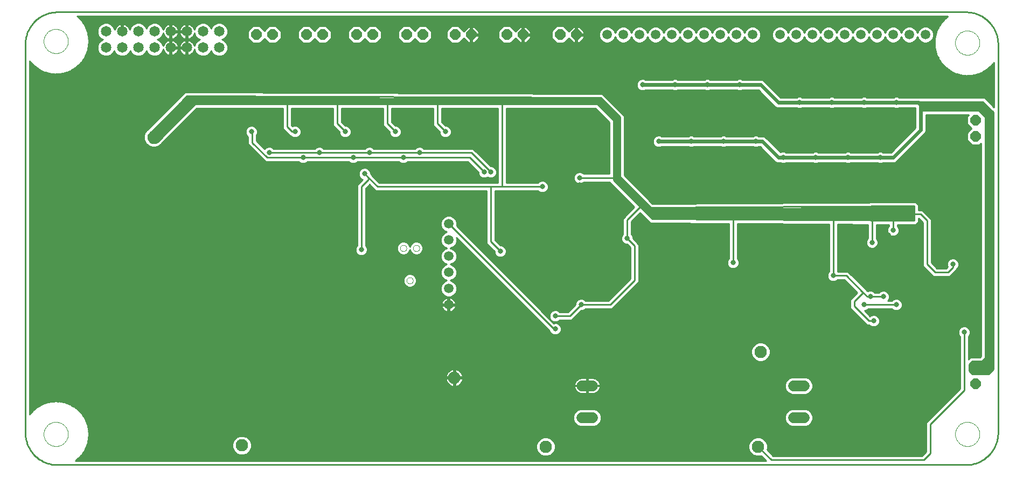
<source format=gbl>
G75*
%MOIN*%
%OFA0B0*%
%FSLAX24Y24*%
%IPPOS*%
%LPD*%
%AMOC8*
5,1,8,0,0,1.08239X$1,22.5*
%
%ADD10C,0.0100*%
%ADD11C,0.0660*%
%ADD12C,0.0768*%
%ADD13C,0.0591*%
%ADD14C,0.0000*%
%ADD15OC8,0.0650*%
%ADD16C,0.0650*%
%ADD17C,0.0317*%
%ADD18C,0.0240*%
D10*
X002150Y000150D02*
X058350Y000150D01*
X056150Y000850D02*
X055750Y000450D01*
X046321Y000450D01*
X045496Y001275D01*
X044952Y001037D02*
X032894Y001037D01*
X032935Y001135D02*
X044911Y001135D01*
X044902Y001157D02*
X044992Y000939D01*
X045159Y000772D01*
X045378Y000681D01*
X045614Y000681D01*
X045690Y000713D01*
X045993Y000410D01*
X003260Y000410D01*
X003289Y000435D01*
X003357Y000481D01*
X003361Y000498D01*
X003418Y000548D01*
X003435Y000549D01*
X003489Y000611D01*
X003551Y000665D01*
X003552Y000682D01*
X003602Y000739D01*
X003619Y000743D01*
X003665Y000811D01*
X003719Y000872D01*
X003718Y000890D01*
X003760Y000953D01*
X003777Y000959D01*
X003813Y001032D01*
X003858Y001100D01*
X003855Y001118D01*
X003888Y001186D01*
X003904Y001193D01*
X003931Y001271D01*
X003967Y001345D01*
X003961Y001361D01*
X003986Y001433D01*
X004000Y001443D01*
X004016Y001523D01*
X004042Y001601D01*
X004035Y001617D01*
X004050Y001691D01*
X004063Y001703D01*
X004068Y001784D01*
X004084Y001865D01*
X004074Y001879D01*
X004079Y001955D01*
X004091Y001968D01*
X004086Y002050D01*
X004091Y002132D01*
X004079Y002145D01*
X004074Y002221D01*
X004084Y002235D01*
X004068Y002316D01*
X004063Y002397D01*
X004050Y002409D01*
X004035Y002483D01*
X004042Y002499D01*
X004016Y002577D01*
X004000Y002657D01*
X003986Y002667D01*
X003961Y002739D01*
X003967Y002755D01*
X003931Y002829D01*
X003904Y002907D01*
X003888Y002914D01*
X003855Y002982D01*
X003858Y003000D01*
X003813Y003068D01*
X003777Y003141D01*
X003760Y003147D01*
X003718Y003210D01*
X003719Y003228D01*
X003665Y003289D01*
X003619Y003357D01*
X003602Y003361D01*
X003552Y003418D01*
X003551Y003435D01*
X003489Y003489D01*
X003435Y003551D01*
X003418Y003552D01*
X003361Y003602D01*
X003357Y003619D01*
X003289Y003665D01*
X003228Y003719D01*
X003210Y003718D01*
X003147Y003760D01*
X003141Y003777D01*
X003068Y003813D01*
X003000Y003858D01*
X002982Y003855D01*
X002914Y003888D01*
X002907Y003904D01*
X002829Y003931D01*
X002755Y003967D01*
X002739Y003961D01*
X002667Y003986D01*
X002657Y004000D01*
X002577Y004016D01*
X002499Y004042D01*
X002483Y004035D01*
X002409Y004050D01*
X002397Y004063D01*
X002316Y004068D01*
X002235Y004084D01*
X002221Y004074D01*
X002145Y004079D01*
X002132Y004091D01*
X002050Y004086D01*
X001968Y004091D01*
X001955Y004079D01*
X001879Y004074D01*
X001865Y004084D01*
X001784Y004068D01*
X001703Y004063D01*
X001691Y004050D01*
X001617Y004035D01*
X001601Y004042D01*
X001523Y004016D01*
X001443Y004000D01*
X001433Y003986D01*
X001361Y003961D01*
X001345Y003967D01*
X001271Y003931D01*
X001193Y003904D01*
X001186Y003888D01*
X001118Y003855D01*
X001100Y003858D01*
X001032Y003813D01*
X000959Y003777D01*
X000953Y003760D01*
X000890Y003718D01*
X000872Y003719D01*
X000811Y003665D01*
X000743Y003619D01*
X000739Y003602D01*
X000682Y003552D01*
X000665Y003551D01*
X000611Y003489D01*
X000549Y003435D01*
X000548Y003418D01*
X000498Y003361D01*
X000481Y003357D01*
X000435Y003289D01*
X000410Y003260D01*
X000410Y025140D01*
X000435Y025111D01*
X000481Y025043D01*
X000498Y025039D01*
X000548Y024982D01*
X000549Y024965D01*
X000611Y024911D01*
X000665Y024849D01*
X000682Y024848D01*
X000739Y024798D01*
X000743Y024781D01*
X000811Y024735D01*
X000872Y024681D01*
X000890Y024682D01*
X000953Y024640D01*
X000959Y024623D01*
X001032Y024587D01*
X001100Y024542D01*
X001118Y024545D01*
X001186Y024512D01*
X001193Y024496D01*
X001271Y024469D01*
X001345Y024433D01*
X001361Y024439D01*
X001433Y024414D01*
X001443Y024400D01*
X001523Y024384D01*
X001601Y024358D01*
X001617Y024365D01*
X001691Y024350D01*
X001703Y024337D01*
X001784Y024332D01*
X001865Y024316D01*
X001879Y024326D01*
X001955Y024321D01*
X001968Y024309D01*
X002050Y024314D01*
X002132Y024309D01*
X002145Y024321D01*
X002221Y024326D01*
X002235Y024316D01*
X002316Y024332D01*
X002397Y024337D01*
X002409Y024350D01*
X002483Y024365D01*
X002499Y024358D01*
X002577Y024384D01*
X002657Y024400D01*
X002667Y024414D01*
X002739Y024439D01*
X002755Y024433D01*
X002829Y024469D01*
X002907Y024496D01*
X002914Y024512D01*
X002982Y024545D01*
X003000Y024542D01*
X003068Y024587D01*
X003141Y024623D01*
X003147Y024640D01*
X003210Y024682D01*
X003228Y024681D01*
X003289Y024735D01*
X003357Y024781D01*
X003361Y024798D01*
X003418Y024848D01*
X003435Y024849D01*
X003489Y024911D01*
X003551Y024965D01*
X003552Y024982D01*
X003602Y025039D01*
X003619Y025043D01*
X003665Y025111D01*
X003719Y025172D01*
X003718Y025190D01*
X003760Y025253D01*
X003777Y025259D01*
X003813Y025332D01*
X003858Y025400D01*
X003855Y025418D01*
X003888Y025486D01*
X003904Y025493D01*
X003931Y025571D01*
X003967Y025645D01*
X003961Y025661D01*
X003986Y025733D01*
X004000Y025743D01*
X004016Y025823D01*
X004042Y025901D01*
X004035Y025917D01*
X004050Y025991D01*
X004063Y026003D01*
X004068Y026084D01*
X004084Y026165D01*
X004074Y026179D01*
X004079Y026255D01*
X004091Y026268D01*
X004086Y026350D01*
X004091Y026432D01*
X004079Y026445D01*
X004074Y026521D01*
X004084Y026535D01*
X004068Y026616D01*
X004063Y026697D01*
X004050Y026709D01*
X004035Y026783D01*
X004042Y026799D01*
X004016Y026877D01*
X004000Y026957D01*
X003986Y026967D01*
X003961Y027039D01*
X003967Y027055D01*
X003931Y027129D01*
X003904Y027207D01*
X003888Y027214D01*
X003855Y027282D01*
X003858Y027300D01*
X003813Y027368D01*
X003777Y027441D01*
X003760Y027447D01*
X003718Y027510D01*
X003719Y027528D01*
X003665Y027589D01*
X003619Y027657D01*
X003602Y027661D01*
X003552Y027718D01*
X003551Y027735D01*
X003489Y027789D01*
X003435Y027851D01*
X003418Y027852D01*
X003375Y027890D01*
X057240Y027890D01*
X057211Y027865D01*
X057143Y027819D01*
X057139Y027802D01*
X057082Y027752D01*
X057065Y027751D01*
X057011Y027689D01*
X056949Y027635D01*
X056948Y027618D01*
X056898Y027561D01*
X056881Y027557D01*
X056835Y027489D01*
X056781Y027428D01*
X056782Y027410D01*
X056740Y027347D01*
X056723Y027341D01*
X056687Y027268D01*
X056642Y027200D01*
X056645Y027182D01*
X056612Y027114D01*
X056596Y027107D01*
X056569Y027029D01*
X056533Y026955D01*
X056539Y026939D01*
X056514Y026867D01*
X056500Y026857D01*
X056484Y026777D01*
X056458Y026699D01*
X056465Y026683D01*
X056450Y026609D01*
X056437Y026597D01*
X056432Y026516D01*
X056416Y026435D01*
X056426Y026421D01*
X056421Y026345D01*
X056409Y026332D01*
X056414Y026250D01*
X056409Y026168D01*
X056421Y026155D01*
X056426Y026079D01*
X056416Y026065D01*
X056432Y025984D01*
X056437Y025903D01*
X056450Y025891D01*
X056465Y025817D01*
X056458Y025801D01*
X056484Y025723D01*
X056500Y025643D01*
X056514Y025633D01*
X056539Y025561D01*
X056533Y025545D01*
X056569Y025471D01*
X056596Y025393D01*
X056612Y025386D01*
X056645Y025318D01*
X056642Y025300D01*
X056687Y025232D01*
X056723Y025159D01*
X056740Y025153D01*
X056782Y025090D01*
X056781Y025072D01*
X056835Y025011D01*
X056881Y024943D01*
X056898Y024939D01*
X056948Y024882D01*
X056949Y024865D01*
X057011Y024811D01*
X057065Y024749D01*
X057082Y024748D01*
X057139Y024698D01*
X057143Y024681D01*
X057211Y024635D01*
X057272Y024581D01*
X057290Y024582D01*
X057353Y024540D01*
X057359Y024523D01*
X057432Y024487D01*
X057500Y024442D01*
X057518Y024445D01*
X057586Y024412D01*
X057593Y024396D01*
X057671Y024369D01*
X057745Y024333D01*
X057761Y024339D01*
X057833Y024314D01*
X057843Y024300D01*
X057923Y024284D01*
X058001Y024258D01*
X058017Y024265D01*
X058091Y024250D01*
X058103Y024237D01*
X058184Y024232D01*
X058265Y024216D01*
X058279Y024226D01*
X058355Y024221D01*
X058368Y024209D01*
X058450Y024214D01*
X058532Y024209D01*
X058545Y024221D01*
X058621Y024226D01*
X058635Y024216D01*
X058716Y024232D01*
X058797Y024237D01*
X058809Y024250D01*
X058883Y024265D01*
X058899Y024258D01*
X058977Y024284D01*
X059057Y024300D01*
X059067Y024314D01*
X059139Y024339D01*
X059155Y024333D01*
X059229Y024369D01*
X059307Y024396D01*
X059314Y024412D01*
X059382Y024445D01*
X059400Y024442D01*
X059468Y024487D01*
X059541Y024523D01*
X059547Y024540D01*
X059610Y024582D01*
X059628Y024581D01*
X059689Y024635D01*
X059757Y024681D01*
X059761Y024698D01*
X059818Y024748D01*
X059835Y024749D01*
X059889Y024811D01*
X059951Y024865D01*
X059952Y024882D01*
X060002Y024939D01*
X060019Y024943D01*
X060065Y025011D01*
X060090Y025040D01*
X060090Y022278D01*
X059547Y022820D01*
X059452Y022860D01*
X055523Y022860D01*
X055474Y022880D01*
X054216Y022880D01*
X054123Y022918D01*
X053977Y022918D01*
X053884Y022880D01*
X052216Y022880D01*
X052123Y022918D01*
X051977Y022918D01*
X051884Y022880D01*
X050216Y022880D01*
X050123Y022918D01*
X049977Y022918D01*
X049884Y022880D01*
X048216Y022880D01*
X048123Y022918D01*
X047977Y022918D01*
X047884Y022880D01*
X046887Y022880D01*
X045837Y023930D01*
X045716Y023980D01*
X044516Y023980D01*
X044423Y024018D01*
X044277Y024018D01*
X044184Y023980D01*
X042516Y023980D01*
X042423Y024018D01*
X042277Y024018D01*
X042184Y023980D01*
X040516Y023980D01*
X040423Y024018D01*
X040277Y024018D01*
X040184Y023980D01*
X038516Y023980D01*
X038423Y024018D01*
X038277Y024018D01*
X038141Y023962D01*
X038038Y023859D01*
X037982Y023723D01*
X037982Y023577D01*
X038038Y023441D01*
X038141Y023338D01*
X038277Y023282D01*
X038423Y023282D01*
X038516Y023320D01*
X040184Y023320D01*
X040277Y023282D01*
X040423Y023282D01*
X040516Y023320D01*
X042184Y023320D01*
X042277Y023282D01*
X042423Y023282D01*
X042516Y023320D01*
X044184Y023320D01*
X044277Y023282D01*
X044423Y023282D01*
X044516Y023320D01*
X045513Y023320D01*
X046470Y022363D01*
X046563Y022270D01*
X046684Y022220D01*
X047884Y022220D01*
X047977Y022182D01*
X048123Y022182D01*
X048216Y022220D01*
X049884Y022220D01*
X049977Y022182D01*
X050123Y022182D01*
X050216Y022220D01*
X051884Y022220D01*
X051977Y022182D01*
X052123Y022182D01*
X052216Y022220D01*
X053884Y022220D01*
X053977Y022182D01*
X054123Y022182D01*
X054216Y022220D01*
X055220Y022220D01*
X055220Y020987D01*
X053713Y019480D01*
X053216Y019480D01*
X053123Y019518D01*
X052977Y019518D01*
X052884Y019480D01*
X051216Y019480D01*
X051123Y019518D01*
X050977Y019518D01*
X050884Y019480D01*
X049216Y019480D01*
X049123Y019518D01*
X048977Y019518D01*
X048884Y019480D01*
X047216Y019480D01*
X047123Y019518D01*
X046977Y019518D01*
X046886Y019481D01*
X045937Y020430D01*
X045816Y020480D01*
X045516Y020480D01*
X045423Y020518D01*
X045277Y020518D01*
X045184Y020480D01*
X043516Y020480D01*
X043423Y020518D01*
X043277Y020518D01*
X043184Y020480D01*
X041516Y020480D01*
X041423Y020518D01*
X041277Y020518D01*
X041184Y020480D01*
X039516Y020480D01*
X039423Y020518D01*
X039277Y020518D01*
X039141Y020462D01*
X039038Y020359D01*
X038982Y020223D01*
X038982Y020077D01*
X039038Y019941D01*
X039141Y019838D01*
X039277Y019782D01*
X039423Y019782D01*
X039516Y019820D01*
X041184Y019820D01*
X041277Y019782D01*
X041423Y019782D01*
X041516Y019820D01*
X043184Y019820D01*
X043277Y019782D01*
X043423Y019782D01*
X043516Y019820D01*
X045184Y019820D01*
X045277Y019782D01*
X045423Y019782D01*
X045516Y019820D01*
X045613Y019820D01*
X046470Y018963D01*
X046563Y018870D01*
X046684Y018820D01*
X046884Y018820D01*
X046977Y018782D01*
X047123Y018782D01*
X047216Y018820D01*
X048884Y018820D01*
X048977Y018782D01*
X049123Y018782D01*
X049216Y018820D01*
X050884Y018820D01*
X050977Y018782D01*
X051123Y018782D01*
X051216Y018820D01*
X052884Y018820D01*
X052977Y018782D01*
X053123Y018782D01*
X053216Y018820D01*
X053916Y018820D01*
X054037Y018870D01*
X055737Y020570D01*
X055830Y020663D01*
X055880Y020784D01*
X055880Y021790D01*
X058534Y021790D01*
X058415Y021672D01*
X058415Y021228D01*
X058694Y020950D01*
X058415Y020672D01*
X058415Y020228D01*
X058728Y019915D01*
X059172Y019915D01*
X059290Y020034D01*
X059290Y006858D01*
X059242Y006810D01*
X058698Y006810D01*
X058603Y006770D01*
X058530Y006697D01*
X058510Y006678D01*
X058510Y008089D01*
X058562Y008141D01*
X058618Y008277D01*
X058618Y008423D01*
X058562Y008559D01*
X058459Y008662D01*
X058323Y008718D01*
X058177Y008718D01*
X058041Y008662D01*
X057938Y008559D01*
X057882Y008423D01*
X057882Y008277D01*
X057938Y008141D01*
X057990Y008089D01*
X057990Y004858D01*
X056003Y002870D01*
X055930Y002797D01*
X055890Y002702D01*
X055890Y000958D01*
X055642Y000710D01*
X046429Y000710D01*
X046058Y001081D01*
X046090Y001157D01*
X046090Y001393D01*
X045999Y001612D01*
X045832Y001779D01*
X045614Y001869D01*
X045378Y001869D01*
X045159Y001779D01*
X044992Y001612D01*
X044902Y001393D01*
X044902Y001157D01*
X044902Y001234D02*
X032944Y001234D01*
X032944Y001157D02*
X032944Y001393D01*
X032853Y001612D01*
X032686Y001779D01*
X032468Y001869D01*
X032232Y001869D01*
X032014Y001779D01*
X031847Y001612D01*
X031756Y001393D01*
X031756Y001157D01*
X031847Y000939D01*
X032014Y000772D01*
X032232Y000681D01*
X032468Y000681D01*
X032686Y000772D01*
X032853Y000939D01*
X032944Y001157D01*
X032944Y001332D02*
X044902Y001332D01*
X044917Y001431D02*
X032928Y001431D01*
X032888Y001529D02*
X044958Y001529D01*
X045008Y001628D02*
X032838Y001628D01*
X032739Y001726D02*
X045107Y001726D01*
X045270Y001825D02*
X032576Y001825D01*
X032124Y001825D02*
X013915Y001825D01*
X013886Y001853D02*
X014053Y001686D01*
X014144Y001468D01*
X014144Y001232D01*
X014053Y001014D01*
X013886Y000847D01*
X013668Y000756D01*
X013432Y000756D01*
X013214Y000847D01*
X013047Y001014D01*
X012956Y001232D01*
X012956Y001468D01*
X013047Y001686D01*
X013214Y001853D01*
X013432Y001944D01*
X013668Y001944D01*
X013886Y001853D01*
X014014Y001726D02*
X031961Y001726D01*
X031862Y001628D02*
X014078Y001628D01*
X014119Y001529D02*
X031812Y001529D01*
X031772Y001431D02*
X014144Y001431D01*
X014144Y001332D02*
X031756Y001332D01*
X031756Y001234D02*
X014144Y001234D01*
X014104Y001135D02*
X031765Y001135D01*
X031806Y001037D02*
X014063Y001037D01*
X013978Y000938D02*
X031847Y000938D01*
X031946Y000840D02*
X013869Y000840D01*
X013231Y000840D02*
X003690Y000840D01*
X003750Y000938D02*
X013122Y000938D01*
X013037Y001037D02*
X003816Y001037D01*
X003863Y001135D02*
X012996Y001135D01*
X012956Y001234D02*
X003918Y001234D01*
X003961Y001332D02*
X012956Y001332D01*
X012956Y001431D02*
X003985Y001431D01*
X004018Y001529D02*
X012981Y001529D01*
X013022Y001628D02*
X004037Y001628D01*
X004064Y001726D02*
X013086Y001726D01*
X013185Y001825D02*
X004076Y001825D01*
X004077Y001923D02*
X013382Y001923D01*
X013718Y001923D02*
X055890Y001923D01*
X055890Y001825D02*
X045721Y001825D01*
X045885Y001726D02*
X055890Y001726D01*
X055890Y001628D02*
X045983Y001628D01*
X046033Y001529D02*
X055890Y001529D01*
X055890Y001431D02*
X046074Y001431D01*
X046090Y001332D02*
X055890Y001332D01*
X055890Y001234D02*
X046090Y001234D01*
X046080Y001135D02*
X055890Y001135D01*
X055890Y001037D02*
X046102Y001037D01*
X046201Y000938D02*
X055870Y000938D01*
X055772Y000840D02*
X046299Y000840D01*
X046398Y000741D02*
X055673Y000741D01*
X056150Y000850D02*
X056150Y002650D01*
X058250Y004750D01*
X058250Y008350D01*
X058500Y008621D02*
X059290Y008621D01*
X059290Y008523D02*
X058577Y008523D01*
X058618Y008424D02*
X059290Y008424D01*
X059290Y008326D02*
X058618Y008326D01*
X058598Y008227D02*
X059290Y008227D01*
X059290Y008129D02*
X058550Y008129D01*
X058510Y008030D02*
X059290Y008030D01*
X059290Y007932D02*
X058510Y007932D01*
X058510Y007833D02*
X059290Y007833D01*
X059290Y007735D02*
X058510Y007735D01*
X058510Y007636D02*
X059290Y007636D01*
X059290Y007538D02*
X058510Y007538D01*
X058510Y007439D02*
X059290Y007439D01*
X059290Y007341D02*
X058510Y007341D01*
X058510Y007242D02*
X059290Y007242D01*
X059290Y007144D02*
X058510Y007144D01*
X058510Y007045D02*
X059290Y007045D01*
X059290Y006947D02*
X058510Y006947D01*
X058510Y006848D02*
X059280Y006848D01*
X059451Y006651D02*
X060050Y006651D01*
X060050Y006553D02*
X059353Y006553D01*
X059350Y006550D02*
X059550Y006750D01*
X059550Y021650D01*
X059150Y022050D01*
X055500Y022050D01*
X055500Y022600D01*
X059400Y022600D01*
X060050Y021950D01*
X060050Y006050D01*
X059750Y005750D01*
X058750Y005750D01*
X058550Y005950D01*
X058550Y006350D01*
X058750Y006550D01*
X059350Y006550D01*
X059550Y006750D02*
X060050Y006750D01*
X060050Y006848D02*
X059550Y006848D01*
X059550Y006947D02*
X060050Y006947D01*
X060050Y007045D02*
X059550Y007045D01*
X059550Y007144D02*
X060050Y007144D01*
X060050Y007242D02*
X059550Y007242D01*
X059550Y007341D02*
X060050Y007341D01*
X060050Y007439D02*
X059550Y007439D01*
X059550Y007538D02*
X060050Y007538D01*
X060050Y007636D02*
X059550Y007636D01*
X059550Y007735D02*
X060050Y007735D01*
X060050Y007833D02*
X059550Y007833D01*
X059550Y007932D02*
X060050Y007932D01*
X060050Y008030D02*
X059550Y008030D01*
X059550Y008129D02*
X060050Y008129D01*
X060050Y008227D02*
X059550Y008227D01*
X059550Y008326D02*
X060050Y008326D01*
X060050Y008424D02*
X059550Y008424D01*
X059550Y008523D02*
X060050Y008523D01*
X060050Y008621D02*
X059550Y008621D01*
X059550Y008720D02*
X060050Y008720D01*
X060050Y008818D02*
X059550Y008818D01*
X059550Y008917D02*
X060050Y008917D01*
X060050Y009015D02*
X059550Y009015D01*
X059550Y009114D02*
X060050Y009114D01*
X060050Y009212D02*
X059550Y009212D01*
X059550Y009311D02*
X060050Y009311D01*
X060050Y009409D02*
X059550Y009409D01*
X059550Y009508D02*
X060050Y009508D01*
X060050Y009606D02*
X059550Y009606D01*
X059550Y009705D02*
X060050Y009705D01*
X060050Y009803D02*
X059550Y009803D01*
X059550Y009902D02*
X060050Y009902D01*
X060050Y010000D02*
X059550Y010000D01*
X059550Y010099D02*
X060050Y010099D01*
X060050Y010197D02*
X059550Y010197D01*
X059550Y010296D02*
X060050Y010296D01*
X060050Y010394D02*
X059550Y010394D01*
X059550Y010493D02*
X060050Y010493D01*
X060050Y010591D02*
X059550Y010591D01*
X059550Y010690D02*
X060050Y010690D01*
X060050Y010788D02*
X059550Y010788D01*
X059550Y010887D02*
X060050Y010887D01*
X060050Y010985D02*
X059550Y010985D01*
X059550Y011084D02*
X060050Y011084D01*
X060050Y011182D02*
X059550Y011182D01*
X059550Y011281D02*
X060050Y011281D01*
X060050Y011379D02*
X059550Y011379D01*
X059550Y011478D02*
X060050Y011478D01*
X060050Y011576D02*
X059550Y011576D01*
X059550Y011675D02*
X060050Y011675D01*
X060050Y011773D02*
X059550Y011773D01*
X059550Y011872D02*
X060050Y011872D01*
X060050Y011970D02*
X059550Y011970D01*
X059550Y012069D02*
X060050Y012069D01*
X060050Y012167D02*
X059550Y012167D01*
X059550Y012266D02*
X060050Y012266D01*
X060050Y012364D02*
X059550Y012364D01*
X059550Y012463D02*
X060050Y012463D01*
X060050Y012561D02*
X059550Y012561D01*
X059550Y012660D02*
X060050Y012660D01*
X060050Y012758D02*
X059550Y012758D01*
X059550Y012857D02*
X060050Y012857D01*
X060050Y012955D02*
X059550Y012955D01*
X059550Y013054D02*
X060050Y013054D01*
X060050Y013152D02*
X059550Y013152D01*
X059550Y013251D02*
X060050Y013251D01*
X060050Y013349D02*
X059550Y013349D01*
X059550Y013448D02*
X060050Y013448D01*
X060050Y013546D02*
X059550Y013546D01*
X059550Y013645D02*
X060050Y013645D01*
X060050Y013743D02*
X059550Y013743D01*
X059550Y013842D02*
X060050Y013842D01*
X060050Y013940D02*
X059550Y013940D01*
X059550Y014039D02*
X060050Y014039D01*
X060050Y014137D02*
X059550Y014137D01*
X059550Y014236D02*
X060050Y014236D01*
X060050Y014334D02*
X059550Y014334D01*
X059550Y014433D02*
X060050Y014433D01*
X060050Y014531D02*
X059550Y014531D01*
X059550Y014630D02*
X060050Y014630D01*
X060050Y014728D02*
X059550Y014728D01*
X059550Y014827D02*
X060050Y014827D01*
X060050Y014925D02*
X059550Y014925D01*
X059550Y015024D02*
X060050Y015024D01*
X060050Y015122D02*
X059550Y015122D01*
X059550Y015221D02*
X060050Y015221D01*
X060050Y015319D02*
X059550Y015319D01*
X059550Y015418D02*
X060050Y015418D01*
X060050Y015516D02*
X059550Y015516D01*
X059550Y015615D02*
X060050Y015615D01*
X060050Y015713D02*
X059550Y015713D01*
X059550Y015812D02*
X060050Y015812D01*
X060050Y015910D02*
X059550Y015910D01*
X059550Y016009D02*
X060050Y016009D01*
X060050Y016107D02*
X059550Y016107D01*
X059550Y016206D02*
X060050Y016206D01*
X060050Y016304D02*
X059550Y016304D01*
X059550Y016403D02*
X060050Y016403D01*
X060050Y016501D02*
X059550Y016501D01*
X059550Y016600D02*
X060050Y016600D01*
X060050Y016698D02*
X059550Y016698D01*
X059550Y016797D02*
X060050Y016797D01*
X060050Y016895D02*
X059550Y016895D01*
X059550Y016994D02*
X060050Y016994D01*
X060050Y017092D02*
X059550Y017092D01*
X059550Y017191D02*
X060050Y017191D01*
X060050Y017289D02*
X059550Y017289D01*
X059550Y017388D02*
X060050Y017388D01*
X060050Y017486D02*
X059550Y017486D01*
X059550Y017585D02*
X060050Y017585D01*
X060050Y017683D02*
X059550Y017683D01*
X059550Y017782D02*
X060050Y017782D01*
X060050Y017880D02*
X059550Y017880D01*
X059550Y017979D02*
X060050Y017979D01*
X060050Y018077D02*
X059550Y018077D01*
X059550Y018176D02*
X060050Y018176D01*
X060050Y018274D02*
X059550Y018274D01*
X059550Y018373D02*
X060050Y018373D01*
X060050Y018471D02*
X059550Y018471D01*
X059550Y018570D02*
X060050Y018570D01*
X060050Y018668D02*
X059550Y018668D01*
X059550Y018767D02*
X060050Y018767D01*
X060050Y018865D02*
X059550Y018865D01*
X059550Y018964D02*
X060050Y018964D01*
X060050Y019062D02*
X059550Y019062D01*
X059550Y019161D02*
X060050Y019161D01*
X060050Y019259D02*
X059550Y019259D01*
X059550Y019358D02*
X060050Y019358D01*
X060050Y019456D02*
X059550Y019456D01*
X059550Y019555D02*
X060050Y019555D01*
X060050Y019653D02*
X059550Y019653D01*
X059550Y019752D02*
X060050Y019752D01*
X060050Y019850D02*
X059550Y019850D01*
X059550Y019949D02*
X060050Y019949D01*
X060050Y020047D02*
X059550Y020047D01*
X059550Y020146D02*
X060050Y020146D01*
X060050Y020244D02*
X059550Y020244D01*
X059550Y020343D02*
X060050Y020343D01*
X060050Y020441D02*
X059550Y020441D01*
X059550Y020540D02*
X060050Y020540D01*
X060050Y020638D02*
X059550Y020638D01*
X059550Y020737D02*
X060050Y020737D01*
X060050Y020835D02*
X059550Y020835D01*
X059550Y020934D02*
X060050Y020934D01*
X060050Y021032D02*
X059550Y021032D01*
X059550Y021131D02*
X060050Y021131D01*
X060050Y021229D02*
X059550Y021229D01*
X059550Y021328D02*
X060050Y021328D01*
X060050Y021426D02*
X059550Y021426D01*
X059550Y021525D02*
X060050Y021525D01*
X060050Y021623D02*
X059550Y021623D01*
X059478Y021722D02*
X060050Y021722D01*
X060050Y021820D02*
X059380Y021820D01*
X059281Y021919D02*
X060050Y021919D01*
X059983Y022017D02*
X059183Y022017D01*
X059589Y022411D02*
X055500Y022411D01*
X055500Y022313D02*
X059687Y022313D01*
X059786Y022214D02*
X055500Y022214D01*
X055500Y022116D02*
X059884Y022116D01*
X060055Y022313D02*
X060090Y022313D01*
X060090Y022411D02*
X059957Y022411D01*
X059858Y022510D02*
X060090Y022510D01*
X060090Y022608D02*
X059760Y022608D01*
X059661Y022707D02*
X060090Y022707D01*
X060090Y022805D02*
X059563Y022805D01*
X059490Y022510D02*
X055500Y022510D01*
X055220Y022214D02*
X054202Y022214D01*
X053898Y022214D02*
X052202Y022214D01*
X051898Y022214D02*
X050202Y022214D01*
X049898Y022214D02*
X048202Y022214D01*
X047898Y022214D02*
X036754Y022214D01*
X036852Y022116D02*
X055220Y022116D01*
X055220Y022017D02*
X036951Y022017D01*
X037049Y021919D02*
X055220Y021919D01*
X055220Y021820D02*
X037148Y021820D01*
X037170Y021797D02*
X037097Y021870D01*
X035934Y023033D01*
X035898Y023070D01*
X035898Y023070D01*
X035897Y023070D01*
X035850Y023090D01*
X035803Y023110D01*
X035802Y023110D01*
X035751Y023110D01*
X010707Y023208D01*
X010702Y023210D01*
X010198Y023210D01*
X010151Y023212D01*
X010147Y023210D01*
X010142Y023210D01*
X010141Y023210D01*
X010098Y023210D01*
X010003Y023170D01*
X009470Y022638D01*
X009436Y022606D01*
X009433Y022601D01*
X007686Y020854D01*
X007674Y020848D01*
X007650Y020817D01*
X007622Y020790D01*
X007618Y020779D01*
X007598Y020763D01*
X007586Y020740D01*
X007570Y020720D01*
X007562Y020695D01*
X007557Y020685D01*
X007540Y020665D01*
X007533Y020640D01*
X007520Y020617D01*
X007518Y020591D01*
X007515Y020581D01*
X007502Y020558D01*
X007500Y020532D01*
X007492Y020507D01*
X007495Y020481D01*
X007494Y020470D01*
X007486Y020445D01*
X007489Y020419D01*
X007486Y020393D01*
X007494Y020368D01*
X007496Y020347D01*
X007493Y020321D01*
X007501Y020296D01*
X007503Y020270D01*
X007516Y020247D01*
X007522Y020227D01*
X007524Y020201D01*
X007537Y020178D01*
X007544Y020153D01*
X007561Y020133D01*
X007571Y020114D01*
X007578Y020089D01*
X007595Y020069D01*
X007607Y020046D01*
X007627Y020029D01*
X007641Y020013D01*
X007653Y019990D01*
X007673Y019973D01*
X007690Y019953D01*
X007713Y019941D01*
X007729Y019927D01*
X007746Y019907D01*
X007769Y019895D01*
X007789Y019878D01*
X007814Y019871D01*
X007833Y019861D01*
X007853Y019844D01*
X007878Y019837D01*
X007901Y019824D01*
X007927Y019822D01*
X007947Y019816D01*
X007970Y019803D01*
X007996Y019801D01*
X008021Y019793D01*
X008047Y019796D01*
X008068Y019794D01*
X008093Y019786D01*
X008119Y019789D01*
X008145Y019786D01*
X008170Y019794D01*
X008181Y019795D01*
X008207Y019792D01*
X008232Y019800D01*
X008258Y019802D01*
X008281Y019815D01*
X008291Y019818D01*
X008317Y019820D01*
X008340Y019833D01*
X008365Y019840D01*
X008385Y019857D01*
X008395Y019862D01*
X008420Y019870D01*
X008440Y019886D01*
X008463Y019898D01*
X008479Y019918D01*
X008490Y019922D01*
X008517Y019950D01*
X008548Y019974D01*
X008554Y019986D01*
X010758Y022190D01*
X016090Y022190D01*
X016090Y020998D01*
X016130Y020903D01*
X016203Y020830D01*
X016503Y020530D01*
X016582Y020497D01*
X016641Y020438D01*
X016777Y020382D01*
X016923Y020382D01*
X017059Y020438D01*
X017162Y020541D01*
X017218Y020677D01*
X017218Y020823D01*
X017162Y020959D01*
X017059Y021062D01*
X016923Y021118D01*
X016777Y021118D01*
X016687Y021081D01*
X016610Y021158D01*
X016610Y022190D01*
X019190Y022190D01*
X019190Y021198D01*
X019230Y021103D01*
X019303Y021030D01*
X019582Y020751D01*
X019582Y020677D01*
X019638Y020541D01*
X019741Y020438D01*
X019877Y020382D01*
X020023Y020382D01*
X020159Y020438D01*
X020262Y020541D01*
X020318Y020677D01*
X020318Y020823D01*
X020262Y020959D01*
X020159Y021062D01*
X020023Y021118D01*
X019949Y021118D01*
X019710Y021358D01*
X019710Y022190D01*
X022290Y022190D01*
X022290Y021198D01*
X022330Y021103D01*
X022403Y021030D01*
X022682Y020751D01*
X022682Y020677D01*
X022738Y020541D01*
X022841Y020438D01*
X022977Y020382D01*
X023123Y020382D01*
X023259Y020438D01*
X023362Y020541D01*
X023418Y020677D01*
X023418Y020823D01*
X023362Y020959D01*
X023259Y021062D01*
X023123Y021118D01*
X023049Y021118D01*
X022810Y021358D01*
X022810Y022190D01*
X025390Y022190D01*
X025390Y021198D01*
X025430Y021103D01*
X025503Y021030D01*
X025782Y020751D01*
X025782Y020677D01*
X025838Y020541D01*
X025941Y020438D01*
X026077Y020382D01*
X026223Y020382D01*
X026359Y020438D01*
X026462Y020541D01*
X026518Y020677D01*
X026518Y020823D01*
X026462Y020959D01*
X026359Y021062D01*
X026223Y021118D01*
X026149Y021118D01*
X025910Y021358D01*
X025910Y022190D01*
X029390Y022190D01*
X029390Y017610D01*
X022058Y017610D01*
X021620Y018047D01*
X021620Y018047D01*
X021547Y018120D01*
X021518Y018149D01*
X021518Y018223D01*
X021462Y018359D01*
X021359Y018462D01*
X021223Y018518D01*
X021077Y018518D01*
X020941Y018462D01*
X020838Y018359D01*
X020782Y018223D01*
X020782Y018077D01*
X000410Y018077D01*
X000410Y017979D02*
X020822Y017979D01*
X020838Y017941D02*
X020782Y018077D01*
X020782Y018176D02*
X000410Y018176D01*
X000410Y018274D02*
X020803Y018274D01*
X020852Y018373D02*
X000410Y018373D01*
X000410Y018471D02*
X020962Y018471D01*
X021150Y018150D02*
X021400Y017900D01*
X021400Y017800D01*
X020950Y017350D01*
X020950Y013450D01*
X020690Y013711D02*
X020638Y013659D01*
X020582Y013523D01*
X020582Y013377D01*
X020638Y013241D01*
X020741Y013138D01*
X020877Y013082D01*
X021023Y013082D01*
X021159Y013138D01*
X021262Y013241D01*
X021318Y013377D01*
X021318Y013523D01*
X021262Y013659D01*
X021210Y013711D01*
X021210Y017242D01*
X021450Y017482D01*
X021730Y017203D01*
X021803Y017130D01*
X021898Y017090D01*
X028690Y017090D01*
X028690Y013898D01*
X028730Y013803D01*
X028803Y013730D01*
X029182Y013351D01*
X029182Y013277D01*
X029238Y013141D01*
X029341Y013038D01*
X029477Y012982D01*
X029623Y012982D01*
X029759Y013038D01*
X029862Y013141D01*
X029918Y013277D01*
X029918Y013423D01*
X029862Y013559D01*
X029759Y013662D01*
X029623Y013718D01*
X029549Y013718D01*
X029210Y014058D01*
X029210Y017090D01*
X031889Y017090D01*
X031941Y017038D01*
X032077Y016982D01*
X032223Y016982D01*
X032359Y017038D01*
X032462Y017141D01*
X032518Y017277D01*
X032518Y017423D01*
X032462Y017559D01*
X032359Y017662D01*
X032223Y017718D01*
X032077Y017718D01*
X031941Y017662D01*
X031889Y017610D01*
X029910Y017610D01*
X029910Y022190D01*
X035442Y022190D01*
X036290Y021342D01*
X036290Y018160D01*
X034711Y018160D01*
X034659Y018212D01*
X034523Y018268D01*
X034377Y018268D01*
X034241Y018212D01*
X034138Y018109D01*
X034082Y017973D01*
X034082Y017827D01*
X034138Y017691D01*
X034241Y017588D01*
X034377Y017532D01*
X034523Y017532D01*
X034659Y017588D01*
X034711Y017640D01*
X036314Y017640D01*
X036330Y017603D01*
X036403Y017530D01*
X037832Y016100D01*
X037180Y015447D01*
X037140Y015352D01*
X037140Y014411D01*
X037088Y014359D01*
X037032Y014223D01*
X037032Y014077D01*
X037088Y013941D01*
X037191Y013838D01*
X037327Y013782D01*
X037401Y013782D01*
X037590Y013592D01*
X037590Y011658D01*
X036242Y010310D01*
X034811Y010310D01*
X034759Y010362D01*
X034623Y010418D01*
X034477Y010418D01*
X034341Y010362D01*
X034238Y010259D01*
X034182Y010123D01*
X034182Y010049D01*
X033742Y009610D01*
X033211Y009610D01*
X033159Y009662D01*
X033023Y009718D01*
X032877Y009718D01*
X032741Y009662D01*
X032638Y009559D01*
X032582Y009423D01*
X032582Y009277D01*
X032638Y009141D01*
X032741Y009038D01*
X032877Y008982D01*
X033023Y008982D01*
X033159Y009038D01*
X033211Y009090D01*
X033902Y009090D01*
X033997Y009130D01*
X034549Y009682D01*
X034623Y009682D01*
X034759Y009738D01*
X034811Y009790D01*
X036402Y009790D01*
X036497Y009830D01*
X037997Y011330D01*
X038070Y011403D01*
X038110Y011498D01*
X038110Y013752D01*
X038070Y013847D01*
X037768Y014149D01*
X037768Y014223D01*
X037712Y014359D01*
X037660Y014411D01*
X037660Y015192D01*
X038200Y015732D01*
X038766Y015167D01*
X038801Y015130D01*
X038802Y015130D01*
X038803Y015130D01*
X038850Y015110D01*
X038897Y015090D01*
X038898Y015090D01*
X038949Y015090D01*
X043690Y015061D01*
X043690Y012911D01*
X043638Y012859D01*
X043582Y012723D01*
X043582Y012577D01*
X043638Y012441D01*
X043741Y012338D01*
X043877Y012282D01*
X044023Y012282D01*
X044159Y012338D01*
X044262Y012441D01*
X044318Y012577D01*
X044318Y012723D01*
X044262Y012859D01*
X044210Y012911D01*
X044210Y015058D01*
X049890Y015022D01*
X049890Y012111D01*
X049838Y012059D01*
X049782Y011923D01*
X049782Y011777D01*
X049838Y011641D01*
X049941Y011538D01*
X050077Y011482D01*
X050223Y011482D01*
X050359Y011538D01*
X050411Y011590D01*
X050842Y011590D01*
X051632Y010800D01*
X051230Y010397D01*
X051190Y010302D01*
X051190Y009898D01*
X051230Y009803D01*
X051303Y009730D01*
X052203Y008830D01*
X052298Y008790D01*
X052389Y008790D01*
X052441Y008738D01*
X052577Y008682D01*
X052723Y008682D01*
X052859Y008738D01*
X052962Y008841D01*
X053018Y008977D01*
X053018Y009123D01*
X052962Y009259D01*
X052859Y009362D01*
X052723Y009418D01*
X052577Y009418D01*
X052441Y009362D01*
X052423Y009344D01*
X052086Y009682D01*
X052123Y009682D01*
X052259Y009738D01*
X052311Y009790D01*
X053789Y009790D01*
X053841Y009738D01*
X053977Y009682D01*
X054123Y009682D01*
X054259Y009738D01*
X054362Y009841D01*
X054418Y009977D01*
X054418Y010123D01*
X054362Y010259D01*
X054259Y010362D01*
X054123Y010418D01*
X053977Y010418D01*
X053841Y010362D01*
X053789Y010310D01*
X053531Y010310D01*
X053562Y010341D01*
X053618Y010477D01*
X053618Y010623D01*
X053562Y010759D01*
X053459Y010862D01*
X053323Y010918D01*
X053177Y010918D01*
X053041Y010862D01*
X052989Y010810D01*
X052711Y010810D01*
X052659Y010862D01*
X052523Y010918D01*
X052377Y010918D01*
X052287Y010881D01*
X052220Y010947D01*
X052220Y010947D01*
X052147Y011020D01*
X051170Y011997D01*
X051097Y012070D01*
X051002Y012110D01*
X050411Y012110D01*
X050410Y012111D01*
X050410Y015019D01*
X052290Y015008D01*
X052290Y014161D01*
X052238Y014109D01*
X052182Y013973D01*
X052182Y013827D01*
X052238Y013691D01*
X052341Y013588D01*
X052477Y013532D01*
X052623Y013532D01*
X052759Y013588D01*
X052862Y013691D01*
X052918Y013827D01*
X052918Y013973D01*
X052862Y014109D01*
X052810Y014161D01*
X052810Y015004D01*
X053590Y015000D01*
X053590Y014911D01*
X053538Y014859D01*
X053482Y014723D01*
X053482Y014577D01*
X053538Y014441D01*
X053641Y014338D01*
X053777Y014282D01*
X053923Y014282D01*
X054059Y014338D01*
X054162Y014441D01*
X054218Y014577D01*
X054218Y014723D01*
X054162Y014859D01*
X054110Y014911D01*
X054110Y014996D01*
X055098Y014990D01*
X055149Y014990D01*
X055200Y014990D01*
X055201Y014990D01*
X055202Y014990D01*
X055249Y015009D01*
X055296Y015029D01*
X055297Y015029D01*
X055297Y015030D01*
X055333Y015066D01*
X055370Y015101D01*
X055370Y015102D01*
X055370Y015103D01*
X055390Y015150D01*
X055410Y015197D01*
X055410Y015198D01*
X055410Y015249D01*
X055410Y015300D01*
X055410Y015301D01*
X055410Y015390D01*
X055442Y015390D01*
X055690Y015142D01*
X055690Y012498D01*
X055730Y012403D01*
X055803Y012330D01*
X056303Y011830D01*
X056398Y011790D01*
X057302Y011790D01*
X057397Y011830D01*
X057470Y011903D01*
X057770Y012203D01*
X057803Y012282D01*
X057862Y012341D01*
X057918Y012477D01*
X057918Y012623D01*
X057862Y012759D01*
X057759Y012862D01*
X057623Y012918D01*
X057477Y012918D01*
X057341Y012862D01*
X057238Y012759D01*
X057182Y012623D01*
X057182Y012477D01*
X057219Y012387D01*
X057142Y012310D01*
X056558Y012310D01*
X056210Y012658D01*
X056210Y015302D01*
X056170Y015397D01*
X055770Y015797D01*
X055697Y015870D01*
X055602Y015910D01*
X055410Y015910D01*
X055410Y016099D01*
X055410Y016100D01*
X055410Y016151D01*
X055410Y016202D01*
X055410Y016202D01*
X055410Y016203D01*
X055390Y016250D01*
X055370Y016297D01*
X055370Y016298D01*
X055370Y016299D01*
X055333Y016334D01*
X055297Y016370D01*
X055297Y016371D01*
X055296Y016371D01*
X055249Y016391D01*
X055202Y016410D01*
X055201Y016410D01*
X055200Y016410D01*
X055149Y016410D01*
X055098Y016410D01*
X055098Y016410D01*
X038957Y016311D01*
X037210Y018058D01*
X037210Y021702D01*
X037170Y021797D01*
X037202Y021722D02*
X055220Y021722D01*
X055220Y021623D02*
X037210Y021623D01*
X037210Y021525D02*
X055220Y021525D01*
X055220Y021426D02*
X037210Y021426D01*
X037210Y021328D02*
X055220Y021328D01*
X055220Y021229D02*
X037210Y021229D01*
X037210Y021131D02*
X055220Y021131D01*
X055220Y021032D02*
X037210Y021032D01*
X037210Y020934D02*
X055167Y020934D01*
X055068Y020835D02*
X037210Y020835D01*
X037210Y020737D02*
X054970Y020737D01*
X054871Y020638D02*
X037210Y020638D01*
X037210Y020540D02*
X054773Y020540D01*
X054674Y020441D02*
X045910Y020441D01*
X046024Y020343D02*
X054576Y020343D01*
X054477Y020244D02*
X046123Y020244D01*
X046221Y020146D02*
X054379Y020146D01*
X054280Y020047D02*
X046320Y020047D01*
X046418Y019949D02*
X054182Y019949D01*
X054083Y019850D02*
X046517Y019850D01*
X046615Y019752D02*
X053985Y019752D01*
X053886Y019653D02*
X046714Y019653D01*
X046812Y019555D02*
X053788Y019555D01*
X054327Y019161D02*
X059290Y019161D01*
X059290Y019259D02*
X054426Y019259D01*
X054524Y019358D02*
X059290Y019358D01*
X059290Y019456D02*
X054623Y019456D01*
X054721Y019555D02*
X059290Y019555D01*
X059290Y019653D02*
X054820Y019653D01*
X054918Y019752D02*
X059290Y019752D01*
X059290Y019850D02*
X055017Y019850D01*
X055115Y019949D02*
X058695Y019949D01*
X058597Y020047D02*
X055214Y020047D01*
X055312Y020146D02*
X058498Y020146D01*
X058415Y020244D02*
X055411Y020244D01*
X055509Y020343D02*
X058415Y020343D01*
X058415Y020441D02*
X055608Y020441D01*
X055706Y020540D02*
X058415Y020540D01*
X058415Y020638D02*
X055805Y020638D01*
X055860Y020737D02*
X058480Y020737D01*
X058579Y020835D02*
X055880Y020835D01*
X055880Y020934D02*
X058677Y020934D01*
X058612Y021032D02*
X055880Y021032D01*
X055880Y021131D02*
X058513Y021131D01*
X058415Y021229D02*
X055880Y021229D01*
X055880Y021328D02*
X058415Y021328D01*
X058415Y021426D02*
X055880Y021426D01*
X055880Y021525D02*
X058415Y021525D01*
X058415Y021623D02*
X055880Y021623D01*
X055880Y021722D02*
X058465Y021722D01*
X057550Y022350D02*
X057450Y022250D01*
X057350Y022250D01*
X056750Y022250D02*
X056350Y022250D01*
X054159Y022904D02*
X060090Y022904D01*
X060090Y023002D02*
X046765Y023002D01*
X046863Y022904D02*
X047941Y022904D01*
X048159Y022904D02*
X049941Y022904D01*
X050159Y022904D02*
X051941Y022904D01*
X052159Y022904D02*
X053941Y022904D01*
X057444Y024480D02*
X002859Y024480D01*
X003054Y024578D02*
X057296Y024578D01*
X057149Y024677D02*
X003201Y024677D01*
X003349Y024775D02*
X057042Y024775D01*
X056948Y024874D02*
X003457Y024874D01*
X003551Y024972D02*
X056861Y024972D01*
X056783Y025071D02*
X003638Y025071D01*
X003716Y025169D02*
X056718Y025169D01*
X056664Y025268D02*
X003781Y025268D01*
X003835Y025366D02*
X056621Y025366D01*
X056572Y025465D02*
X012376Y025465D01*
X012453Y025497D02*
X012603Y025647D01*
X012685Y025844D01*
X012685Y026056D01*
X012603Y026253D01*
X012453Y026403D01*
X012340Y026450D01*
X012453Y026497D01*
X012603Y026647D01*
X012685Y026844D01*
X012685Y027056D01*
X012603Y027253D01*
X012453Y027403D01*
X012256Y027485D01*
X012044Y027485D01*
X011847Y027403D01*
X011697Y027253D01*
X011650Y027140D01*
X011603Y027253D01*
X011453Y027403D01*
X011256Y027485D01*
X011044Y027485D01*
X010847Y027403D01*
X010697Y027253D01*
X010615Y027056D01*
X010615Y027048D01*
X010613Y027061D01*
X010590Y027132D01*
X010556Y027199D01*
X010512Y027259D01*
X010459Y027312D01*
X010399Y027356D01*
X010332Y027390D01*
X010261Y027413D01*
X010200Y027423D01*
X010200Y027000D01*
X010100Y027000D01*
X010100Y027423D01*
X010039Y027413D01*
X009968Y027390D01*
X009901Y027356D01*
X009841Y027312D01*
X009788Y027259D01*
X009744Y027199D01*
X009710Y027132D01*
X009687Y027061D01*
X009677Y027000D01*
X010100Y027000D01*
X010100Y026900D01*
X010200Y026900D01*
X010200Y026477D01*
X010261Y026487D01*
X010332Y026510D01*
X010399Y026544D01*
X010459Y026588D01*
X010512Y026641D01*
X010556Y026701D01*
X010590Y026768D01*
X010613Y026839D01*
X010615Y026852D01*
X010615Y026844D01*
X010697Y026647D01*
X010847Y026497D01*
X010960Y026450D01*
X010847Y026403D01*
X010697Y026253D01*
X010615Y026056D01*
X010615Y026048D01*
X010613Y026061D01*
X010590Y026132D01*
X010556Y026199D01*
X010512Y026259D01*
X010459Y026312D01*
X010399Y026356D01*
X010332Y026390D01*
X010261Y026413D01*
X010200Y026423D01*
X010200Y026000D01*
X010100Y026000D01*
X010100Y026423D01*
X010039Y026413D01*
X009968Y026390D01*
X009901Y026356D01*
X009841Y026312D01*
X009788Y026259D01*
X009744Y026199D01*
X009710Y026132D01*
X009687Y026061D01*
X009677Y026000D01*
X010100Y026000D01*
X010100Y025900D01*
X009677Y025900D01*
X009687Y025839D01*
X009710Y025768D01*
X009744Y025701D01*
X009788Y025641D01*
X009841Y025588D01*
X009901Y025544D01*
X009968Y025510D01*
X010039Y025487D01*
X010100Y025477D01*
X010100Y025900D01*
X010200Y025900D01*
X010200Y025477D01*
X010261Y025487D01*
X010332Y025510D01*
X010399Y025544D01*
X010459Y025588D01*
X010512Y025641D01*
X010556Y025701D01*
X010590Y025768D01*
X010613Y025839D01*
X010615Y025852D01*
X010615Y025844D01*
X010697Y025647D01*
X010847Y025497D01*
X011044Y025415D01*
X011256Y025415D01*
X011453Y025497D01*
X011603Y025647D01*
X011650Y025760D01*
X011697Y025647D01*
X011847Y025497D01*
X012044Y025415D01*
X012256Y025415D01*
X012453Y025497D01*
X012519Y025563D02*
X056538Y025563D01*
X056496Y025662D02*
X012609Y025662D01*
X012650Y025760D02*
X056471Y025760D01*
X056457Y025859D02*
X012685Y025859D01*
X012685Y025957D02*
X056434Y025957D01*
X056418Y026056D02*
X012685Y026056D01*
X012644Y026154D02*
X056421Y026154D01*
X056414Y026253D02*
X055969Y026253D01*
X055951Y026245D02*
X056136Y026322D01*
X056278Y026464D01*
X056355Y026649D01*
X056355Y026851D01*
X056278Y027036D01*
X056136Y027178D01*
X055951Y027255D01*
X055749Y027255D01*
X055564Y027178D01*
X055422Y027036D01*
X055350Y026863D01*
X055278Y027036D01*
X055136Y027178D01*
X054951Y027255D01*
X054749Y027255D01*
X054564Y027178D01*
X054422Y027036D01*
X054350Y026863D01*
X054278Y027036D01*
X054136Y027178D01*
X053951Y027255D01*
X053749Y027255D01*
X053564Y027178D01*
X053422Y027036D01*
X053350Y026863D01*
X053278Y027036D01*
X053136Y027178D01*
X052951Y027255D01*
X052749Y027255D01*
X052564Y027178D01*
X052422Y027036D01*
X052350Y026863D01*
X052278Y027036D01*
X052136Y027178D01*
X051951Y027255D01*
X051749Y027255D01*
X051564Y027178D01*
X051422Y027036D01*
X051350Y026863D01*
X051278Y027036D01*
X051136Y027178D01*
X050951Y027255D01*
X050749Y027255D01*
X050564Y027178D01*
X050422Y027036D01*
X050350Y026863D01*
X050278Y027036D01*
X050136Y027178D01*
X049951Y027255D01*
X049749Y027255D01*
X049564Y027178D01*
X049422Y027036D01*
X049350Y026863D01*
X049278Y027036D01*
X049136Y027178D01*
X048951Y027255D01*
X048749Y027255D01*
X048564Y027178D01*
X048422Y027036D01*
X048350Y026863D01*
X048278Y027036D01*
X048136Y027178D01*
X047951Y027255D01*
X047749Y027255D01*
X047564Y027178D01*
X047422Y027036D01*
X047350Y026863D01*
X047278Y027036D01*
X047136Y027178D01*
X046951Y027255D01*
X046749Y027255D01*
X046564Y027178D01*
X046422Y027036D01*
X046345Y026851D01*
X046345Y026649D01*
X046422Y026464D01*
X046564Y026322D01*
X046749Y026245D01*
X046951Y026245D01*
X047136Y026322D01*
X047278Y026464D01*
X047350Y026637D01*
X047422Y026464D01*
X047564Y026322D01*
X047749Y026245D01*
X047951Y026245D01*
X048136Y026322D01*
X048278Y026464D01*
X048350Y026637D01*
X048422Y026464D01*
X048564Y026322D01*
X048749Y026245D01*
X048951Y026245D01*
X049136Y026322D01*
X049278Y026464D01*
X049350Y026637D01*
X049422Y026464D01*
X049564Y026322D01*
X049749Y026245D01*
X049951Y026245D01*
X050136Y026322D01*
X050278Y026464D01*
X050350Y026637D01*
X050422Y026464D01*
X050564Y026322D01*
X050749Y026245D01*
X050951Y026245D01*
X051136Y026322D01*
X051278Y026464D01*
X051350Y026637D01*
X051422Y026464D01*
X051564Y026322D01*
X051749Y026245D01*
X051951Y026245D01*
X052136Y026322D01*
X052278Y026464D01*
X052350Y026637D01*
X052422Y026464D01*
X052564Y026322D01*
X052749Y026245D01*
X052951Y026245D01*
X053136Y026322D01*
X053278Y026464D01*
X053350Y026637D01*
X053422Y026464D01*
X053564Y026322D01*
X053749Y026245D01*
X053951Y026245D01*
X054136Y026322D01*
X054278Y026464D01*
X054350Y026637D01*
X054422Y026464D01*
X054564Y026322D01*
X054749Y026245D01*
X054951Y026245D01*
X055136Y026322D01*
X055278Y026464D01*
X055350Y026637D01*
X055422Y026464D01*
X055564Y026322D01*
X055749Y026245D01*
X055951Y026245D01*
X055731Y026253D02*
X054969Y026253D01*
X055166Y026351D02*
X055534Y026351D01*
X055436Y026450D02*
X055264Y026450D01*
X055313Y026548D02*
X055387Y026548D01*
X054731Y026253D02*
X053969Y026253D01*
X054166Y026351D02*
X054534Y026351D01*
X054436Y026450D02*
X054264Y026450D01*
X054313Y026548D02*
X054387Y026548D01*
X053731Y026253D02*
X052969Y026253D01*
X053166Y026351D02*
X053534Y026351D01*
X053436Y026450D02*
X053264Y026450D01*
X053313Y026548D02*
X053387Y026548D01*
X052731Y026253D02*
X051969Y026253D01*
X052166Y026351D02*
X052534Y026351D01*
X052436Y026450D02*
X052264Y026450D01*
X052313Y026548D02*
X052387Y026548D01*
X051731Y026253D02*
X050969Y026253D01*
X051166Y026351D02*
X051534Y026351D01*
X051436Y026450D02*
X051264Y026450D01*
X051313Y026548D02*
X051387Y026548D01*
X050731Y026253D02*
X049969Y026253D01*
X050166Y026351D02*
X050534Y026351D01*
X050436Y026450D02*
X050264Y026450D01*
X050313Y026548D02*
X050387Y026548D01*
X049731Y026253D02*
X048969Y026253D01*
X049166Y026351D02*
X049534Y026351D01*
X049436Y026450D02*
X049264Y026450D01*
X049313Y026548D02*
X049387Y026548D01*
X048731Y026253D02*
X047969Y026253D01*
X048166Y026351D02*
X048534Y026351D01*
X048436Y026450D02*
X048264Y026450D01*
X048313Y026548D02*
X048387Y026548D01*
X047731Y026253D02*
X046969Y026253D01*
X047166Y026351D02*
X047534Y026351D01*
X047436Y026450D02*
X047264Y026450D01*
X047313Y026548D02*
X047387Y026548D01*
X046731Y026253D02*
X045269Y026253D01*
X045251Y026245D02*
X045436Y026322D01*
X045578Y026464D01*
X045655Y026649D01*
X045655Y026851D01*
X045578Y027036D01*
X045436Y027178D01*
X045251Y027255D01*
X045049Y027255D01*
X044864Y027178D01*
X044722Y027036D01*
X044650Y026863D01*
X044578Y027036D01*
X044436Y027178D01*
X044251Y027255D01*
X044049Y027255D01*
X043864Y027178D01*
X043722Y027036D01*
X043650Y026863D01*
X043578Y027036D01*
X043436Y027178D01*
X043251Y027255D01*
X043049Y027255D01*
X042864Y027178D01*
X042722Y027036D01*
X042650Y026863D01*
X042578Y027036D01*
X042436Y027178D01*
X042251Y027255D01*
X042049Y027255D01*
X041864Y027178D01*
X041722Y027036D01*
X041650Y026863D01*
X041578Y027036D01*
X041436Y027178D01*
X041251Y027255D01*
X041049Y027255D01*
X040864Y027178D01*
X040722Y027036D01*
X040650Y026863D01*
X040578Y027036D01*
X040436Y027178D01*
X040251Y027255D01*
X040049Y027255D01*
X039864Y027178D01*
X039722Y027036D01*
X039650Y026863D01*
X039578Y027036D01*
X039436Y027178D01*
X039251Y027255D01*
X039049Y027255D01*
X038864Y027178D01*
X038722Y027036D01*
X038650Y026863D01*
X038578Y027036D01*
X038436Y027178D01*
X038251Y027255D01*
X038049Y027255D01*
X037864Y027178D01*
X037722Y027036D01*
X037650Y026863D01*
X037578Y027036D01*
X037436Y027178D01*
X037251Y027255D01*
X037049Y027255D01*
X036864Y027178D01*
X036722Y027036D01*
X036650Y026863D01*
X036578Y027036D01*
X036436Y027178D01*
X036251Y027255D01*
X036049Y027255D01*
X035864Y027178D01*
X035722Y027036D01*
X035645Y026851D01*
X035645Y026649D01*
X035722Y026464D01*
X035864Y026322D01*
X036049Y026245D01*
X036251Y026245D01*
X036436Y026322D01*
X036578Y026464D01*
X036650Y026637D01*
X036722Y026464D01*
X036864Y026322D01*
X037049Y026245D01*
X037251Y026245D01*
X037436Y026322D01*
X037578Y026464D01*
X037650Y026637D01*
X037722Y026464D01*
X037864Y026322D01*
X038049Y026245D01*
X038251Y026245D01*
X038436Y026322D01*
X038578Y026464D01*
X038650Y026637D01*
X038722Y026464D01*
X038864Y026322D01*
X039049Y026245D01*
X039251Y026245D01*
X039436Y026322D01*
X039578Y026464D01*
X039650Y026637D01*
X039722Y026464D01*
X039864Y026322D01*
X040049Y026245D01*
X040251Y026245D01*
X040436Y026322D01*
X040578Y026464D01*
X040650Y026637D01*
X040722Y026464D01*
X040864Y026322D01*
X041049Y026245D01*
X041251Y026245D01*
X041436Y026322D01*
X041578Y026464D01*
X041650Y026637D01*
X041722Y026464D01*
X041864Y026322D01*
X042049Y026245D01*
X042251Y026245D01*
X042436Y026322D01*
X042578Y026464D01*
X042650Y026637D01*
X042722Y026464D01*
X042864Y026322D01*
X043049Y026245D01*
X043251Y026245D01*
X043436Y026322D01*
X043578Y026464D01*
X043650Y026637D01*
X043722Y026464D01*
X043864Y026322D01*
X044049Y026245D01*
X044251Y026245D01*
X044436Y026322D01*
X044578Y026464D01*
X044650Y026637D01*
X044722Y026464D01*
X044864Y026322D01*
X045049Y026245D01*
X045251Y026245D01*
X045031Y026253D02*
X044269Y026253D01*
X044466Y026351D02*
X044834Y026351D01*
X044736Y026450D02*
X044564Y026450D01*
X044613Y026548D02*
X044687Y026548D01*
X044031Y026253D02*
X043269Y026253D01*
X043466Y026351D02*
X043834Y026351D01*
X043736Y026450D02*
X043564Y026450D01*
X043613Y026548D02*
X043687Y026548D01*
X043031Y026253D02*
X042269Y026253D01*
X042466Y026351D02*
X042834Y026351D01*
X042736Y026450D02*
X042564Y026450D01*
X042613Y026548D02*
X042687Y026548D01*
X042031Y026253D02*
X041269Y026253D01*
X041466Y026351D02*
X041834Y026351D01*
X041736Y026450D02*
X041564Y026450D01*
X041613Y026548D02*
X041687Y026548D01*
X041031Y026253D02*
X040269Y026253D01*
X040466Y026351D02*
X040834Y026351D01*
X040736Y026450D02*
X040564Y026450D01*
X040613Y026548D02*
X040687Y026548D01*
X040031Y026253D02*
X039269Y026253D01*
X039466Y026351D02*
X039834Y026351D01*
X039736Y026450D02*
X039564Y026450D01*
X039613Y026548D02*
X039687Y026548D01*
X039031Y026253D02*
X038269Y026253D01*
X038466Y026351D02*
X038834Y026351D01*
X038736Y026450D02*
X038564Y026450D01*
X038613Y026548D02*
X038687Y026548D01*
X038031Y026253D02*
X037269Y026253D01*
X037466Y026351D02*
X037834Y026351D01*
X037736Y026450D02*
X037564Y026450D01*
X037613Y026548D02*
X037687Y026548D01*
X037031Y026253D02*
X036269Y026253D01*
X036466Y026351D02*
X036834Y026351D01*
X036736Y026450D02*
X036564Y026450D01*
X036613Y026548D02*
X036687Y026548D01*
X036031Y026253D02*
X033509Y026253D01*
X033472Y026215D02*
X033785Y026528D01*
X033785Y026544D01*
X034053Y026275D01*
X034200Y026275D01*
X034200Y026700D01*
X034300Y026700D01*
X034300Y026800D01*
X034725Y026800D01*
X034725Y026947D01*
X034447Y027225D01*
X034300Y027225D01*
X034300Y026800D01*
X034200Y026800D01*
X034200Y027225D01*
X034053Y027225D01*
X033785Y026956D01*
X033785Y026972D01*
X033472Y027285D01*
X033028Y027285D01*
X032715Y026972D01*
X032715Y026528D01*
X033028Y026215D01*
X033472Y026215D01*
X033607Y026351D02*
X033977Y026351D01*
X033879Y026450D02*
X033706Y026450D01*
X034200Y026450D02*
X034300Y026450D01*
X034300Y026548D02*
X034200Y026548D01*
X034200Y026647D02*
X034300Y026647D01*
X034300Y026700D02*
X034300Y026275D01*
X034447Y026275D01*
X034725Y026553D01*
X034725Y026700D01*
X034300Y026700D01*
X034300Y026745D02*
X035645Y026745D01*
X035646Y026647D02*
X034725Y026647D01*
X034720Y026548D02*
X035687Y026548D01*
X035736Y026450D02*
X034621Y026450D01*
X034523Y026351D02*
X035834Y026351D01*
X035645Y026844D02*
X034725Y026844D01*
X034725Y026942D02*
X035683Y026942D01*
X035726Y027041D02*
X034631Y027041D01*
X034532Y027139D02*
X035825Y027139D01*
X036007Y027238D02*
X033519Y027238D01*
X033617Y027139D02*
X033968Y027139D01*
X033869Y027041D02*
X033716Y027041D01*
X034200Y027041D02*
X034300Y027041D01*
X034300Y027139D02*
X034200Y027139D01*
X034200Y026942D02*
X034300Y026942D01*
X034300Y026844D02*
X034200Y026844D01*
X034200Y026351D02*
X034300Y026351D01*
X032991Y026253D02*
X030209Y026253D01*
X030172Y026215D02*
X030485Y026528D01*
X030485Y026544D01*
X030753Y026275D01*
X030900Y026275D01*
X030900Y026700D01*
X031000Y026700D01*
X031000Y026800D01*
X031425Y026800D01*
X031425Y026947D01*
X031147Y027225D01*
X031000Y027225D01*
X031000Y026800D01*
X030900Y026800D01*
X030900Y027225D01*
X030753Y027225D01*
X030485Y026956D01*
X030485Y026972D01*
X030172Y027285D01*
X029728Y027285D01*
X029415Y026972D01*
X029415Y026528D01*
X029728Y026215D01*
X030172Y026215D01*
X030307Y026351D02*
X030677Y026351D01*
X030579Y026450D02*
X030406Y026450D01*
X030900Y026450D02*
X031000Y026450D01*
X031000Y026548D02*
X030900Y026548D01*
X030900Y026647D02*
X031000Y026647D01*
X031000Y026700D02*
X031000Y026275D01*
X031147Y026275D01*
X031425Y026553D01*
X031425Y026700D01*
X031000Y026700D01*
X031000Y026745D02*
X032715Y026745D01*
X032715Y026647D02*
X031425Y026647D01*
X031420Y026548D02*
X032715Y026548D01*
X032794Y026450D02*
X031321Y026450D01*
X031223Y026351D02*
X032893Y026351D01*
X032715Y026844D02*
X031425Y026844D01*
X031425Y026942D02*
X032715Y026942D01*
X032784Y027041D02*
X031331Y027041D01*
X031232Y027139D02*
X032883Y027139D01*
X032981Y027238D02*
X030219Y027238D01*
X030317Y027139D02*
X030668Y027139D01*
X030569Y027041D02*
X030416Y027041D01*
X030900Y027041D02*
X031000Y027041D01*
X031000Y027139D02*
X030900Y027139D01*
X030900Y026942D02*
X031000Y026942D01*
X031000Y026844D02*
X030900Y026844D01*
X030900Y026351D02*
X031000Y026351D01*
X029691Y026253D02*
X027009Y026253D01*
X026972Y026215D02*
X027285Y026528D01*
X027285Y026544D01*
X027553Y026275D01*
X027700Y026275D01*
X027700Y026700D01*
X027800Y026700D01*
X027800Y026800D01*
X028225Y026800D01*
X028225Y026947D01*
X027947Y027225D01*
X027800Y027225D01*
X027800Y026800D01*
X027700Y026800D01*
X027700Y027225D01*
X027553Y027225D01*
X027285Y026956D01*
X027285Y026972D01*
X026972Y027285D01*
X026528Y027285D01*
X026215Y026972D01*
X026215Y026528D01*
X026528Y026215D01*
X026972Y026215D01*
X027107Y026351D02*
X027477Y026351D01*
X027379Y026450D02*
X027206Y026450D01*
X027700Y026450D02*
X027800Y026450D01*
X027800Y026548D02*
X027700Y026548D01*
X027700Y026647D02*
X027800Y026647D01*
X027800Y026700D02*
X027800Y026275D01*
X027947Y026275D01*
X028225Y026553D01*
X028225Y026700D01*
X027800Y026700D01*
X027800Y026745D02*
X029415Y026745D01*
X029415Y026647D02*
X028225Y026647D01*
X028220Y026548D02*
X029415Y026548D01*
X029494Y026450D02*
X028121Y026450D01*
X028023Y026351D02*
X029593Y026351D01*
X029415Y026844D02*
X028225Y026844D01*
X028225Y026942D02*
X029415Y026942D01*
X029484Y027041D02*
X028131Y027041D01*
X028032Y027139D02*
X029583Y027139D01*
X029681Y027238D02*
X027019Y027238D01*
X027117Y027139D02*
X027468Y027139D01*
X027369Y027041D02*
X027216Y027041D01*
X027700Y027041D02*
X027800Y027041D01*
X027800Y027139D02*
X027700Y027139D01*
X027700Y026942D02*
X027800Y026942D01*
X027800Y026844D02*
X027700Y026844D01*
X027700Y026351D02*
X027800Y026351D01*
X026491Y026253D02*
X025009Y026253D01*
X024972Y026215D02*
X025285Y026528D01*
X025285Y026972D01*
X024972Y027285D01*
X024528Y027285D01*
X024250Y027006D01*
X023972Y027285D01*
X023528Y027285D01*
X023215Y026972D01*
X023215Y026528D01*
X023528Y026215D01*
X023972Y026215D01*
X024250Y026494D01*
X024528Y026215D01*
X024972Y026215D01*
X025107Y026351D02*
X026393Y026351D01*
X026294Y026450D02*
X025206Y026450D01*
X025285Y026548D02*
X026215Y026548D01*
X026215Y026647D02*
X025285Y026647D01*
X025285Y026745D02*
X026215Y026745D01*
X026215Y026844D02*
X025285Y026844D01*
X025285Y026942D02*
X026215Y026942D01*
X026284Y027041D02*
X025216Y027041D01*
X025117Y027139D02*
X026383Y027139D01*
X026481Y027238D02*
X025019Y027238D01*
X024481Y027238D02*
X024019Y027238D01*
X024117Y027139D02*
X024383Y027139D01*
X024284Y027041D02*
X024216Y027041D01*
X024206Y026450D02*
X024294Y026450D01*
X024393Y026351D02*
X024107Y026351D01*
X024009Y026253D02*
X024491Y026253D01*
X024250Y025650D02*
X024250Y025450D01*
X023491Y026253D02*
X021909Y026253D01*
X021872Y026215D02*
X022185Y026528D01*
X022185Y026972D01*
X021872Y027285D01*
X021428Y027285D01*
X021150Y027006D01*
X020872Y027285D01*
X020428Y027285D01*
X020115Y026972D01*
X020115Y026528D01*
X020428Y026215D01*
X020872Y026215D01*
X021150Y026494D01*
X021428Y026215D01*
X021872Y026215D01*
X022007Y026351D02*
X023393Y026351D01*
X023294Y026450D02*
X022106Y026450D01*
X022185Y026548D02*
X023215Y026548D01*
X023215Y026647D02*
X022185Y026647D01*
X022185Y026745D02*
X023215Y026745D01*
X023215Y026844D02*
X022185Y026844D01*
X022185Y026942D02*
X023215Y026942D01*
X023284Y027041D02*
X022116Y027041D01*
X022017Y027139D02*
X023383Y027139D01*
X023481Y027238D02*
X021919Y027238D01*
X021381Y027238D02*
X020919Y027238D01*
X021017Y027139D02*
X021283Y027139D01*
X021184Y027041D02*
X021116Y027041D01*
X020381Y027238D02*
X018819Y027238D01*
X018772Y027285D02*
X018328Y027285D01*
X018050Y027006D01*
X017772Y027285D01*
X017328Y027285D01*
X017015Y026972D01*
X017015Y026528D01*
X017328Y026215D01*
X017772Y026215D01*
X018050Y026494D01*
X018328Y026215D01*
X018772Y026215D01*
X019085Y026528D01*
X019085Y026972D01*
X018772Y027285D01*
X018917Y027139D02*
X020283Y027139D01*
X020184Y027041D02*
X019016Y027041D01*
X019085Y026942D02*
X020115Y026942D01*
X020115Y026844D02*
X019085Y026844D01*
X019085Y026745D02*
X020115Y026745D01*
X020115Y026647D02*
X019085Y026647D01*
X019085Y026548D02*
X020115Y026548D01*
X020194Y026450D02*
X019006Y026450D01*
X018907Y026351D02*
X020293Y026351D01*
X020391Y026253D02*
X018809Y026253D01*
X018291Y026253D02*
X017809Y026253D01*
X017907Y026351D02*
X018193Y026351D01*
X018094Y026450D02*
X018006Y026450D01*
X017291Y026253D02*
X015709Y026253D01*
X015672Y026215D02*
X015985Y026528D01*
X015985Y026972D01*
X015672Y027285D01*
X015228Y027285D01*
X014950Y027006D01*
X014672Y027285D01*
X014228Y027285D01*
X013915Y026972D01*
X013915Y026528D01*
X014228Y026215D01*
X014672Y026215D01*
X014950Y026494D01*
X015228Y026215D01*
X015672Y026215D01*
X015807Y026351D02*
X017193Y026351D01*
X017094Y026450D02*
X015906Y026450D01*
X015985Y026548D02*
X017015Y026548D01*
X017015Y026647D02*
X015985Y026647D01*
X015985Y026745D02*
X017015Y026745D01*
X017015Y026844D02*
X015985Y026844D01*
X015985Y026942D02*
X017015Y026942D01*
X017084Y027041D02*
X015916Y027041D01*
X015817Y027139D02*
X017183Y027139D01*
X017281Y027238D02*
X015719Y027238D01*
X015181Y027238D02*
X014719Y027238D01*
X014817Y027139D02*
X015083Y027139D01*
X014984Y027041D02*
X014916Y027041D01*
X014181Y027238D02*
X012610Y027238D01*
X012651Y027139D02*
X014083Y027139D01*
X013984Y027041D02*
X012685Y027041D01*
X012685Y026942D02*
X013915Y026942D01*
X013915Y026844D02*
X012685Y026844D01*
X012644Y026745D02*
X013915Y026745D01*
X013915Y026647D02*
X012603Y026647D01*
X012504Y026548D02*
X013915Y026548D01*
X013994Y026450D02*
X012341Y026450D01*
X012505Y026351D02*
X014093Y026351D01*
X014191Y026253D02*
X012604Y026253D01*
X011924Y025465D02*
X011376Y025465D01*
X011519Y025563D02*
X011781Y025563D01*
X011691Y025662D02*
X011609Y025662D01*
X010924Y025465D02*
X008376Y025465D01*
X008453Y025497D02*
X008603Y025647D01*
X008685Y025844D01*
X008685Y025852D01*
X008687Y025839D01*
X008710Y025768D01*
X008744Y025701D01*
X008788Y025641D01*
X008841Y025588D01*
X008901Y025544D01*
X008968Y025510D01*
X009039Y025487D01*
X009100Y025477D01*
X009100Y025900D01*
X009200Y025900D01*
X009200Y026000D01*
X009100Y026000D01*
X009100Y026423D01*
X009039Y026413D01*
X008968Y026390D01*
X008901Y026356D01*
X008841Y026312D01*
X008788Y026259D01*
X008744Y026199D01*
X008710Y026132D01*
X008687Y026061D01*
X008685Y026048D01*
X008685Y026056D01*
X008603Y026253D01*
X008453Y026403D01*
X008340Y026450D01*
X008453Y026497D01*
X008603Y026647D01*
X008685Y026844D01*
X008685Y026852D01*
X008687Y026839D01*
X008710Y026768D01*
X008744Y026701D01*
X008788Y026641D01*
X008841Y026588D01*
X008901Y026544D01*
X008968Y026510D01*
X009039Y026487D01*
X009100Y026477D01*
X009100Y026900D01*
X009200Y026900D01*
X009200Y027000D01*
X009100Y027000D01*
X009100Y027423D01*
X009039Y027413D01*
X008968Y027390D01*
X008901Y027356D01*
X008841Y027312D01*
X008788Y027259D01*
X008744Y027199D01*
X008710Y027132D01*
X008687Y027061D01*
X008685Y027048D01*
X008685Y027056D01*
X008603Y027253D01*
X008453Y027403D01*
X008256Y027485D01*
X008044Y027485D01*
X007847Y027403D01*
X007697Y027253D01*
X007650Y027140D01*
X007603Y027253D01*
X007453Y027403D01*
X007256Y027485D01*
X007044Y027485D01*
X006847Y027403D01*
X006697Y027253D01*
X006615Y027056D01*
X006615Y027048D01*
X006613Y027061D01*
X006590Y027132D01*
X006556Y027199D01*
X006512Y027259D01*
X006459Y027312D01*
X006399Y027356D01*
X006332Y027390D01*
X006261Y027413D01*
X006200Y027423D01*
X006200Y027000D01*
X006100Y027000D01*
X006100Y027423D01*
X006039Y027413D01*
X005968Y027390D01*
X005901Y027356D01*
X005841Y027312D01*
X005788Y027259D01*
X005744Y027199D01*
X005710Y027132D01*
X005687Y027061D01*
X005685Y027048D01*
X005685Y027056D01*
X005603Y027253D01*
X005453Y027403D01*
X005256Y027485D01*
X005044Y027485D01*
X004847Y027403D01*
X004697Y027253D01*
X004615Y027056D01*
X004615Y026844D01*
X004697Y026647D01*
X004847Y026497D01*
X004960Y026450D01*
X004847Y026403D01*
X004697Y026253D01*
X004615Y026056D01*
X004615Y025844D01*
X004697Y025647D01*
X004847Y025497D01*
X005044Y025415D01*
X005256Y025415D01*
X005453Y025497D01*
X005603Y025647D01*
X005650Y025760D01*
X005697Y025647D01*
X005847Y025497D01*
X006044Y025415D01*
X006256Y025415D01*
X006453Y025497D01*
X006603Y025647D01*
X006650Y025760D01*
X006697Y025647D01*
X006847Y025497D01*
X007044Y025415D01*
X007256Y025415D01*
X007453Y025497D01*
X007603Y025647D01*
X007650Y025760D01*
X007697Y025647D01*
X007847Y025497D01*
X008044Y025415D01*
X008256Y025415D01*
X008453Y025497D01*
X008519Y025563D02*
X008875Y025563D01*
X008773Y025662D02*
X008609Y025662D01*
X008650Y025760D02*
X008714Y025760D01*
X008685Y026056D02*
X008686Y026056D01*
X008721Y026154D02*
X008644Y026154D01*
X008604Y026253D02*
X008783Y026253D01*
X008894Y026351D02*
X008505Y026351D01*
X008341Y026450D02*
X010959Y026450D01*
X010796Y026548D02*
X010405Y026548D01*
X010516Y026647D02*
X010697Y026647D01*
X010656Y026745D02*
X010578Y026745D01*
X010614Y026844D02*
X010615Y026844D01*
X010587Y027139D02*
X010649Y027139D01*
X010690Y027238D02*
X010528Y027238D01*
X010426Y027336D02*
X010780Y027336D01*
X010922Y027435D02*
X008378Y027435D01*
X008520Y027336D02*
X008874Y027336D01*
X008772Y027238D02*
X008610Y027238D01*
X008651Y027139D02*
X008713Y027139D01*
X008685Y026844D02*
X008686Y026844D01*
X008722Y026745D02*
X008644Y026745D01*
X008603Y026647D02*
X008784Y026647D01*
X008895Y026548D02*
X008504Y026548D01*
X009100Y026548D02*
X009200Y026548D01*
X009200Y026477D02*
X009261Y026487D01*
X009332Y026510D01*
X009399Y026544D01*
X009459Y026588D01*
X009512Y026641D01*
X009556Y026701D01*
X009590Y026768D01*
X009613Y026839D01*
X009623Y026900D01*
X009200Y026900D01*
X009200Y026477D01*
X009200Y026423D02*
X009200Y026000D01*
X009623Y026000D01*
X009613Y026061D01*
X009590Y026132D01*
X009556Y026199D01*
X009512Y026259D01*
X009459Y026312D01*
X009399Y026356D01*
X009332Y026390D01*
X009261Y026413D01*
X009200Y026423D01*
X009200Y026351D02*
X009100Y026351D01*
X009100Y026253D02*
X009200Y026253D01*
X009200Y026154D02*
X009100Y026154D01*
X009100Y026056D02*
X009200Y026056D01*
X009200Y025957D02*
X010100Y025957D01*
X010100Y025859D02*
X010200Y025859D01*
X010200Y025760D02*
X010100Y025760D01*
X010100Y025662D02*
X010200Y025662D01*
X010200Y025563D02*
X010100Y025563D01*
X009875Y025563D02*
X009425Y025563D01*
X009399Y025544D02*
X009459Y025588D01*
X009512Y025641D01*
X009556Y025701D01*
X009590Y025768D01*
X009613Y025839D01*
X009623Y025900D01*
X009200Y025900D01*
X009200Y025477D01*
X009261Y025487D01*
X009332Y025510D01*
X009399Y025544D01*
X009527Y025662D02*
X009773Y025662D01*
X009714Y025760D02*
X009586Y025760D01*
X009616Y025859D02*
X009684Y025859D01*
X009686Y026056D02*
X009614Y026056D01*
X009579Y026154D02*
X009721Y026154D01*
X009783Y026253D02*
X009517Y026253D01*
X009406Y026351D02*
X009894Y026351D01*
X009968Y026510D02*
X010039Y026487D01*
X010100Y026477D01*
X010100Y026900D01*
X009677Y026900D01*
X009687Y026839D01*
X009710Y026768D01*
X009744Y026701D01*
X009788Y026641D01*
X009841Y026588D01*
X009901Y026544D01*
X009968Y026510D01*
X009895Y026548D02*
X009405Y026548D01*
X009516Y026647D02*
X009784Y026647D01*
X009722Y026745D02*
X009578Y026745D01*
X009614Y026844D02*
X009686Y026844D01*
X009623Y027000D02*
X009613Y027061D01*
X009590Y027132D01*
X009556Y027199D01*
X009512Y027259D01*
X009459Y027312D01*
X009399Y027356D01*
X009332Y027390D01*
X009261Y027413D01*
X009200Y027423D01*
X009200Y027000D01*
X009623Y027000D01*
X009616Y027041D02*
X009684Y027041D01*
X009713Y027139D02*
X009587Y027139D01*
X009528Y027238D02*
X009772Y027238D01*
X009874Y027336D02*
X009426Y027336D01*
X009200Y027336D02*
X009100Y027336D01*
X009100Y027238D02*
X009200Y027238D01*
X009200Y027139D02*
X009100Y027139D01*
X009100Y027041D02*
X009200Y027041D01*
X009200Y026942D02*
X010100Y026942D01*
X010100Y026844D02*
X010200Y026844D01*
X010200Y026745D02*
X010100Y026745D01*
X010100Y026647D02*
X010200Y026647D01*
X010200Y026548D02*
X010100Y026548D01*
X010100Y026351D02*
X010200Y026351D01*
X010200Y026253D02*
X010100Y026253D01*
X010100Y026154D02*
X010200Y026154D01*
X010200Y026056D02*
X010100Y026056D01*
X010406Y026351D02*
X010795Y026351D01*
X010696Y026253D02*
X010517Y026253D01*
X010579Y026154D02*
X010656Y026154D01*
X010614Y026056D02*
X010615Y026056D01*
X010586Y025760D02*
X010650Y025760D01*
X010691Y025662D02*
X010527Y025662D01*
X010425Y025563D02*
X010781Y025563D01*
X009200Y025563D02*
X009100Y025563D01*
X009100Y025662D02*
X009200Y025662D01*
X009200Y025760D02*
X009100Y025760D01*
X009100Y025859D02*
X009200Y025859D01*
X007924Y025465D02*
X007376Y025465D01*
X007519Y025563D02*
X007781Y025563D01*
X007691Y025662D02*
X007609Y025662D01*
X006924Y025465D02*
X006376Y025465D01*
X006519Y025563D02*
X006781Y025563D01*
X006691Y025662D02*
X006609Y025662D01*
X005924Y025465D02*
X005376Y025465D01*
X005519Y025563D02*
X005781Y025563D01*
X005691Y025662D02*
X005609Y025662D01*
X004924Y025465D02*
X003878Y025465D01*
X003928Y025563D02*
X004781Y025563D01*
X004691Y025662D02*
X003961Y025662D01*
X004004Y025760D02*
X004650Y025760D01*
X004615Y025859D02*
X004028Y025859D01*
X004043Y025957D02*
X004615Y025957D01*
X004615Y026056D02*
X004066Y026056D01*
X004082Y026154D02*
X004656Y026154D01*
X004696Y026253D02*
X004079Y026253D01*
X004086Y026351D02*
X004795Y026351D01*
X004959Y026450D02*
X004079Y026450D01*
X004082Y026548D02*
X004796Y026548D01*
X004697Y026647D02*
X004066Y026647D01*
X004042Y026745D02*
X004656Y026745D01*
X004615Y026844D02*
X004027Y026844D01*
X004003Y026942D02*
X004615Y026942D01*
X004615Y027041D02*
X003962Y027041D01*
X003927Y027139D02*
X004649Y027139D01*
X004690Y027238D02*
X003877Y027238D01*
X003834Y027336D02*
X004780Y027336D01*
X004922Y027435D02*
X003780Y027435D01*
X003714Y027533D02*
X056864Y027533D01*
X056787Y027435D02*
X012378Y027435D01*
X012520Y027336D02*
X056721Y027336D01*
X056667Y027238D02*
X055993Y027238D01*
X056175Y027139D02*
X056624Y027139D01*
X056573Y027041D02*
X056274Y027041D01*
X056317Y026942D02*
X056538Y026942D01*
X056497Y026844D02*
X056355Y026844D01*
X056355Y026745D02*
X056473Y026745D01*
X056458Y026647D02*
X056354Y026647D01*
X056313Y026548D02*
X056434Y026548D01*
X056419Y026450D02*
X056264Y026450D01*
X056166Y026351D02*
X056421Y026351D01*
X055525Y027139D02*
X055175Y027139D01*
X055274Y027041D02*
X055426Y027041D01*
X055383Y026942D02*
X055317Y026942D01*
X054993Y027238D02*
X055707Y027238D01*
X054707Y027238D02*
X053993Y027238D01*
X054175Y027139D02*
X054525Y027139D01*
X054426Y027041D02*
X054274Y027041D01*
X054317Y026942D02*
X054383Y026942D01*
X053707Y027238D02*
X052993Y027238D01*
X053175Y027139D02*
X053525Y027139D01*
X053426Y027041D02*
X053274Y027041D01*
X053317Y026942D02*
X053383Y026942D01*
X052707Y027238D02*
X051993Y027238D01*
X052175Y027139D02*
X052525Y027139D01*
X052426Y027041D02*
X052274Y027041D01*
X052317Y026942D02*
X052383Y026942D01*
X051707Y027238D02*
X050993Y027238D01*
X051175Y027139D02*
X051525Y027139D01*
X051426Y027041D02*
X051274Y027041D01*
X051317Y026942D02*
X051383Y026942D01*
X050707Y027238D02*
X049993Y027238D01*
X050175Y027139D02*
X050525Y027139D01*
X050426Y027041D02*
X050274Y027041D01*
X050317Y026942D02*
X050383Y026942D01*
X049707Y027238D02*
X048993Y027238D01*
X049175Y027139D02*
X049525Y027139D01*
X049426Y027041D02*
X049274Y027041D01*
X049317Y026942D02*
X049383Y026942D01*
X048707Y027238D02*
X047993Y027238D01*
X048175Y027139D02*
X048525Y027139D01*
X048426Y027041D02*
X048274Y027041D01*
X048317Y026942D02*
X048383Y026942D01*
X047707Y027238D02*
X046993Y027238D01*
X047175Y027139D02*
X047525Y027139D01*
X047426Y027041D02*
X047274Y027041D01*
X047317Y026942D02*
X047383Y026942D01*
X046707Y027238D02*
X045293Y027238D01*
X045475Y027139D02*
X046525Y027139D01*
X046426Y027041D02*
X045574Y027041D01*
X045617Y026942D02*
X046383Y026942D01*
X046345Y026844D02*
X045655Y026844D01*
X045655Y026745D02*
X046345Y026745D01*
X046346Y026647D02*
X045654Y026647D01*
X045613Y026548D02*
X046387Y026548D01*
X046436Y026450D02*
X045564Y026450D01*
X045466Y026351D02*
X046534Y026351D01*
X044825Y027139D02*
X044475Y027139D01*
X044574Y027041D02*
X044726Y027041D01*
X044683Y026942D02*
X044617Y026942D01*
X044293Y027238D02*
X045007Y027238D01*
X044007Y027238D02*
X043293Y027238D01*
X043475Y027139D02*
X043825Y027139D01*
X043726Y027041D02*
X043574Y027041D01*
X043617Y026942D02*
X043683Y026942D01*
X043007Y027238D02*
X042293Y027238D01*
X042475Y027139D02*
X042825Y027139D01*
X042726Y027041D02*
X042574Y027041D01*
X042617Y026942D02*
X042683Y026942D01*
X042007Y027238D02*
X041293Y027238D01*
X041475Y027139D02*
X041825Y027139D01*
X041726Y027041D02*
X041574Y027041D01*
X041617Y026942D02*
X041683Y026942D01*
X041007Y027238D02*
X040293Y027238D01*
X040475Y027139D02*
X040825Y027139D01*
X040726Y027041D02*
X040574Y027041D01*
X040617Y026942D02*
X040683Y026942D01*
X040007Y027238D02*
X039293Y027238D01*
X039475Y027139D02*
X039825Y027139D01*
X039726Y027041D02*
X039574Y027041D01*
X039617Y026942D02*
X039683Y026942D01*
X039007Y027238D02*
X038293Y027238D01*
X038475Y027139D02*
X038825Y027139D01*
X038726Y027041D02*
X038574Y027041D01*
X038617Y026942D02*
X038683Y026942D01*
X038007Y027238D02*
X037293Y027238D01*
X037475Y027139D02*
X037825Y027139D01*
X037726Y027041D02*
X037574Y027041D01*
X037617Y026942D02*
X037683Y026942D01*
X037007Y027238D02*
X036293Y027238D01*
X036475Y027139D02*
X036825Y027139D01*
X036726Y027041D02*
X036574Y027041D01*
X036617Y026942D02*
X036683Y026942D01*
X038201Y023987D02*
X000410Y023987D01*
X000410Y023889D02*
X038068Y023889D01*
X038009Y023790D02*
X000410Y023790D01*
X000410Y023692D02*
X037982Y023692D01*
X037982Y023593D02*
X000410Y023593D01*
X000410Y023495D02*
X038016Y023495D01*
X038083Y023396D02*
X000410Y023396D01*
X000410Y023298D02*
X038238Y023298D01*
X038462Y023298D02*
X040238Y023298D01*
X040462Y023298D02*
X042238Y023298D01*
X042462Y023298D02*
X044238Y023298D01*
X044462Y023298D02*
X045536Y023298D01*
X045634Y023199D02*
X012989Y023199D01*
X010650Y022950D02*
X010650Y022450D01*
X008343Y020143D01*
X008295Y020103D01*
X008240Y020074D01*
X008181Y020056D01*
X008119Y020050D01*
X008047Y020057D01*
X007978Y020078D01*
X007914Y020112D01*
X007858Y020158D01*
X007812Y020214D01*
X007778Y020278D01*
X007757Y020347D01*
X007750Y020419D01*
X007756Y020481D01*
X007774Y020540D01*
X007803Y020595D01*
X007843Y020643D01*
X010150Y022950D01*
X010650Y022950D01*
X010650Y022904D02*
X010104Y022904D01*
X010142Y022904D02*
X022062Y022904D01*
X022550Y022650D02*
X022550Y021250D01*
X023050Y020750D01*
X023418Y020737D02*
X025782Y020737D01*
X025798Y020638D02*
X023402Y020638D01*
X023361Y020540D02*
X025839Y020540D01*
X025938Y020441D02*
X023262Y020441D01*
X023414Y020835D02*
X025697Y020835D01*
X025599Y020934D02*
X023373Y020934D01*
X023289Y021032D02*
X025500Y021032D01*
X025418Y021131D02*
X023037Y021131D01*
X023050Y021250D02*
X023050Y021350D01*
X022939Y021229D02*
X025390Y021229D01*
X025390Y021328D02*
X022840Y021328D01*
X022810Y021426D02*
X025390Y021426D01*
X025390Y021525D02*
X022810Y021525D01*
X022810Y021623D02*
X025390Y021623D01*
X025390Y021722D02*
X022810Y021722D01*
X022810Y021820D02*
X025390Y021820D01*
X025390Y021919D02*
X022810Y021919D01*
X022810Y022017D02*
X025390Y022017D01*
X025390Y022116D02*
X022810Y022116D01*
X022290Y022116D02*
X019710Y022116D01*
X019710Y022017D02*
X022290Y022017D01*
X022290Y021919D02*
X019710Y021919D01*
X019710Y021820D02*
X022290Y021820D01*
X022290Y021722D02*
X019710Y021722D01*
X019710Y021623D02*
X022290Y021623D01*
X022290Y021525D02*
X019710Y021525D01*
X019710Y021426D02*
X022290Y021426D01*
X022290Y021328D02*
X019740Y021328D01*
X019850Y021250D02*
X019950Y021350D01*
X019839Y021229D02*
X022290Y021229D01*
X022318Y021131D02*
X019937Y021131D01*
X020189Y021032D02*
X022400Y021032D01*
X022499Y020934D02*
X020273Y020934D01*
X020314Y020835D02*
X022597Y020835D01*
X022682Y020737D02*
X020318Y020737D01*
X020302Y020638D02*
X022698Y020638D01*
X022739Y020540D02*
X020261Y020540D01*
X020162Y020441D02*
X022838Y020441D01*
X021711Y019710D02*
X021659Y019762D01*
X021523Y019818D01*
X021377Y019818D01*
X021241Y019762D01*
X021189Y019710D01*
X018611Y019710D01*
X018559Y019762D01*
X018423Y019818D01*
X018277Y019818D01*
X018141Y019762D01*
X018089Y019710D01*
X015511Y019710D01*
X015459Y019762D01*
X015323Y019818D01*
X015177Y019818D01*
X015041Y019762D01*
X014963Y019684D01*
X014460Y020187D01*
X014460Y020539D01*
X014462Y020541D01*
X014518Y020677D01*
X014518Y020823D01*
X014462Y020959D01*
X014359Y021062D01*
X014223Y021118D01*
X014077Y021118D01*
X013941Y021062D01*
X013838Y020959D01*
X013782Y020823D01*
X013782Y020677D01*
X013838Y020541D01*
X013940Y020439D01*
X013940Y020028D01*
X013980Y019932D01*
X014053Y019859D01*
X014982Y018930D01*
X015078Y018890D01*
X017089Y018890D01*
X017141Y018838D01*
X017277Y018782D01*
X017423Y018782D01*
X017559Y018838D01*
X017611Y018890D01*
X020189Y018890D01*
X020241Y018838D01*
X020377Y018782D01*
X020523Y018782D01*
X020659Y018838D01*
X020711Y018890D01*
X023289Y018890D01*
X023341Y018838D01*
X023477Y018782D01*
X023623Y018782D01*
X023759Y018838D01*
X023811Y018890D01*
X027542Y018890D01*
X028103Y018330D01*
X028182Y018251D01*
X028182Y018177D01*
X028238Y018041D01*
X028341Y017938D01*
X028477Y017882D01*
X028623Y017882D01*
X028750Y017934D01*
X028877Y017882D01*
X029023Y017882D01*
X029159Y017938D01*
X029262Y018041D01*
X029318Y018177D01*
X029318Y018323D01*
X029262Y018459D01*
X029159Y018562D01*
X029023Y018618D01*
X028949Y018618D01*
X027897Y019670D01*
X027802Y019710D01*
X024811Y019710D01*
X024759Y019762D01*
X024623Y019818D01*
X024477Y019818D01*
X024341Y019762D01*
X024289Y019710D01*
X021711Y019710D01*
X021669Y019752D02*
X024331Y019752D01*
X024550Y019450D02*
X021450Y019450D01*
X018350Y019450D01*
X015250Y019450D01*
X015130Y019150D02*
X014200Y020080D01*
X014200Y020700D01*
X014150Y020750D01*
X014518Y020737D02*
X016296Y020737D01*
X016197Y020835D02*
X014514Y020835D01*
X014473Y020934D02*
X016117Y020934D01*
X016090Y021032D02*
X014389Y021032D01*
X013911Y021032D02*
X009600Y021032D01*
X009698Y021131D02*
X016090Y021131D01*
X016090Y021229D02*
X009797Y021229D01*
X009895Y021328D02*
X016090Y021328D01*
X016090Y021426D02*
X009994Y021426D01*
X010092Y021525D02*
X016090Y021525D01*
X016090Y021623D02*
X010191Y021623D01*
X010289Y021722D02*
X016090Y021722D01*
X016090Y021820D02*
X010388Y021820D01*
X010486Y021919D02*
X016090Y021919D01*
X016090Y022017D02*
X010585Y022017D01*
X010683Y022116D02*
X016090Y022116D01*
X016610Y022116D02*
X019190Y022116D01*
X019190Y022017D02*
X016610Y022017D01*
X016610Y021919D02*
X019190Y021919D01*
X019190Y021820D02*
X016610Y021820D01*
X016610Y021722D02*
X019190Y021722D01*
X019190Y021623D02*
X016610Y021623D01*
X016610Y021525D02*
X019190Y021525D01*
X019190Y021426D02*
X016610Y021426D01*
X016610Y021328D02*
X019190Y021328D01*
X019190Y021229D02*
X016610Y021229D01*
X016637Y021131D02*
X019218Y021131D01*
X019300Y021032D02*
X017089Y021032D01*
X017173Y020934D02*
X019399Y020934D01*
X019497Y020835D02*
X017214Y020835D01*
X017218Y020737D02*
X019582Y020737D01*
X019598Y020638D02*
X017202Y020638D01*
X017161Y020540D02*
X019639Y020540D01*
X019738Y020441D02*
X017062Y020441D01*
X016850Y020750D02*
X016650Y020750D01*
X016350Y021050D01*
X016350Y022650D01*
X016850Y021300D02*
X016900Y021250D01*
X016394Y020638D02*
X014502Y020638D01*
X014461Y020540D02*
X016493Y020540D01*
X016638Y020441D02*
X014460Y020441D01*
X014460Y020343D02*
X029390Y020343D01*
X029390Y020441D02*
X026362Y020441D01*
X026461Y020540D02*
X029390Y020540D01*
X029390Y020638D02*
X026502Y020638D01*
X026518Y020737D02*
X029390Y020737D01*
X029390Y020835D02*
X026514Y020835D01*
X026473Y020934D02*
X029390Y020934D01*
X029390Y021032D02*
X026389Y021032D01*
X026137Y021131D02*
X029390Y021131D01*
X029390Y021229D02*
X026039Y021229D01*
X026150Y021250D02*
X026150Y021350D01*
X025940Y021328D02*
X029390Y021328D01*
X029390Y021426D02*
X025910Y021426D01*
X025910Y021525D02*
X029390Y021525D01*
X029390Y021623D02*
X025910Y021623D01*
X025910Y021722D02*
X029390Y021722D01*
X029390Y021820D02*
X025910Y021820D01*
X025910Y021919D02*
X029390Y021919D01*
X029390Y022017D02*
X025910Y022017D01*
X025910Y022116D02*
X029390Y022116D01*
X029910Y022116D02*
X035517Y022116D01*
X035615Y022017D02*
X029910Y022017D01*
X029910Y021919D02*
X035714Y021919D01*
X035812Y021820D02*
X029910Y021820D01*
X029910Y021722D02*
X035911Y021722D01*
X036009Y021623D02*
X029910Y021623D01*
X029910Y021525D02*
X036108Y021525D01*
X036206Y021426D02*
X029910Y021426D01*
X029910Y021328D02*
X036290Y021328D01*
X036290Y021229D02*
X029910Y021229D01*
X029910Y021131D02*
X036290Y021131D01*
X036290Y021032D02*
X029910Y021032D01*
X029910Y020934D02*
X036290Y020934D01*
X036290Y020835D02*
X029910Y020835D01*
X029910Y020737D02*
X036290Y020737D01*
X036290Y020638D02*
X029910Y020638D01*
X029910Y020540D02*
X036290Y020540D01*
X036290Y020441D02*
X029910Y020441D01*
X029910Y020343D02*
X036290Y020343D01*
X036290Y020244D02*
X029910Y020244D01*
X029910Y020146D02*
X036290Y020146D01*
X036290Y020047D02*
X029910Y020047D01*
X029910Y019949D02*
X036290Y019949D01*
X036290Y019850D02*
X029910Y019850D01*
X029910Y019752D02*
X036290Y019752D01*
X036290Y019653D02*
X029910Y019653D01*
X029910Y019555D02*
X036290Y019555D01*
X036290Y019456D02*
X029910Y019456D01*
X029910Y019358D02*
X036290Y019358D01*
X036290Y019259D02*
X029910Y019259D01*
X029910Y019161D02*
X036290Y019161D01*
X036290Y019062D02*
X029910Y019062D01*
X029910Y018964D02*
X036290Y018964D01*
X036290Y018865D02*
X029910Y018865D01*
X029910Y018767D02*
X036290Y018767D01*
X036290Y018668D02*
X029910Y018668D01*
X029910Y018570D02*
X036290Y018570D01*
X036290Y018471D02*
X029910Y018471D01*
X029910Y018373D02*
X036290Y018373D01*
X036290Y018274D02*
X029910Y018274D01*
X029910Y018176D02*
X034205Y018176D01*
X034125Y018077D02*
X029910Y018077D01*
X029910Y017979D02*
X034084Y017979D01*
X034082Y017880D02*
X029910Y017880D01*
X029910Y017782D02*
X034100Y017782D01*
X034146Y017683D02*
X032309Y017683D01*
X032436Y017585D02*
X034249Y017585D01*
X034450Y017550D02*
X034450Y017450D01*
X034651Y017585D02*
X036348Y017585D01*
X036446Y017486D02*
X032492Y017486D01*
X032518Y017388D02*
X036545Y017388D01*
X036643Y017289D02*
X032518Y017289D01*
X032483Y017191D02*
X036742Y017191D01*
X036840Y017092D02*
X032413Y017092D01*
X032252Y016994D02*
X036939Y016994D01*
X037037Y016895D02*
X029210Y016895D01*
X029210Y016797D02*
X037136Y016797D01*
X037234Y016698D02*
X029210Y016698D01*
X029210Y016600D02*
X037333Y016600D01*
X037431Y016501D02*
X029210Y016501D01*
X029210Y016403D02*
X037530Y016403D01*
X037628Y016304D02*
X029210Y016304D01*
X029210Y016206D02*
X037727Y016206D01*
X037825Y016107D02*
X029210Y016107D01*
X029210Y016009D02*
X037741Y016009D01*
X037642Y015910D02*
X029210Y015910D01*
X029210Y015812D02*
X037544Y015812D01*
X037445Y015713D02*
X029210Y015713D01*
X029210Y015615D02*
X037347Y015615D01*
X037248Y015516D02*
X029210Y015516D01*
X029210Y015418D02*
X037167Y015418D01*
X037140Y015319D02*
X029210Y015319D01*
X029210Y015221D02*
X037140Y015221D01*
X037140Y015122D02*
X029210Y015122D01*
X029210Y015024D02*
X037140Y015024D01*
X037140Y014925D02*
X029210Y014925D01*
X029210Y014827D02*
X037140Y014827D01*
X037140Y014728D02*
X029210Y014728D01*
X029210Y014630D02*
X037140Y014630D01*
X037140Y014531D02*
X029210Y014531D01*
X029210Y014433D02*
X037140Y014433D01*
X037077Y014334D02*
X029210Y014334D01*
X029210Y014236D02*
X037037Y014236D01*
X037032Y014137D02*
X029210Y014137D01*
X029229Y014039D02*
X037047Y014039D01*
X037089Y013940D02*
X029328Y013940D01*
X029426Y013842D02*
X037187Y013842D01*
X037439Y013743D02*
X029525Y013743D01*
X029776Y013645D02*
X037538Y013645D01*
X037590Y013546D02*
X029868Y013546D01*
X029908Y013448D02*
X037590Y013448D01*
X037590Y013349D02*
X029918Y013349D01*
X029908Y013251D02*
X037590Y013251D01*
X037590Y013152D02*
X029867Y013152D01*
X029775Y013054D02*
X037590Y013054D01*
X037590Y012955D02*
X028813Y012955D01*
X028911Y012857D02*
X037590Y012857D01*
X037590Y012758D02*
X029010Y012758D01*
X029108Y012660D02*
X037590Y012660D01*
X037590Y012561D02*
X029207Y012561D01*
X029305Y012463D02*
X037590Y012463D01*
X037590Y012364D02*
X029404Y012364D01*
X029502Y012266D02*
X037590Y012266D01*
X037590Y012167D02*
X029601Y012167D01*
X029699Y012069D02*
X037590Y012069D01*
X037590Y011970D02*
X029798Y011970D01*
X029896Y011872D02*
X037590Y011872D01*
X037590Y011773D02*
X029995Y011773D01*
X030093Y011675D02*
X037590Y011675D01*
X037508Y011576D02*
X030192Y011576D01*
X030290Y011478D02*
X037410Y011478D01*
X037311Y011379D02*
X030389Y011379D01*
X030487Y011281D02*
X037213Y011281D01*
X037114Y011182D02*
X030586Y011182D01*
X030684Y011084D02*
X037016Y011084D01*
X036917Y010985D02*
X030783Y010985D01*
X030881Y010887D02*
X036819Y010887D01*
X036720Y010788D02*
X030980Y010788D01*
X031078Y010690D02*
X036622Y010690D01*
X036523Y010591D02*
X031177Y010591D01*
X031275Y010493D02*
X036425Y010493D01*
X036326Y010394D02*
X034682Y010394D01*
X034418Y010394D02*
X031374Y010394D01*
X031472Y010296D02*
X034274Y010296D01*
X034212Y010197D02*
X031571Y010197D01*
X031669Y010099D02*
X034182Y010099D01*
X034132Y010000D02*
X031768Y010000D01*
X031866Y009902D02*
X034034Y009902D01*
X033935Y009803D02*
X031965Y009803D01*
X032063Y009705D02*
X032843Y009705D01*
X032685Y009606D02*
X032162Y009606D01*
X032260Y009508D02*
X032616Y009508D01*
X032582Y009409D02*
X032359Y009409D01*
X032457Y009311D02*
X032582Y009311D01*
X032556Y009212D02*
X032608Y009212D01*
X032654Y009114D02*
X032665Y009114D01*
X032753Y009015D02*
X032796Y009015D01*
X032851Y008917D02*
X032872Y008917D01*
X032877Y008918D02*
X032857Y008910D01*
X026844Y014923D01*
X026855Y014949D01*
X026855Y015151D01*
X026778Y015336D01*
X026636Y015478D01*
X026451Y015555D01*
X026249Y015555D01*
X026064Y015478D01*
X025922Y015336D01*
X025845Y015151D01*
X025845Y014949D01*
X025922Y014764D01*
X026064Y014622D01*
X026237Y014550D01*
X026064Y014478D01*
X025922Y014336D01*
X025845Y014151D01*
X025845Y013949D01*
X025922Y013764D01*
X026064Y013622D01*
X026237Y013550D01*
X026064Y013478D01*
X025922Y013336D01*
X025845Y013151D01*
X025845Y012949D01*
X025922Y012764D01*
X026064Y012622D01*
X026237Y012550D01*
X026064Y012478D01*
X025922Y012336D01*
X025845Y012151D01*
X025845Y011949D01*
X025922Y011764D01*
X026064Y011622D01*
X026237Y011550D01*
X026064Y011478D01*
X025922Y011336D01*
X025845Y011151D01*
X025845Y010949D01*
X025922Y010764D01*
X026064Y010622D01*
X026249Y010545D01*
X026451Y010545D01*
X026636Y010622D01*
X026778Y010764D01*
X026855Y010949D01*
X026855Y011151D01*
X026778Y011336D01*
X026636Y011478D01*
X026463Y011550D01*
X026636Y011622D01*
X026778Y011764D01*
X026855Y011949D01*
X026855Y012151D01*
X026778Y012336D01*
X026636Y012478D01*
X026463Y012550D01*
X026636Y012622D01*
X026778Y012764D01*
X026855Y012949D01*
X026855Y013151D01*
X026778Y013336D01*
X026636Y013478D01*
X026463Y013550D01*
X026636Y013622D01*
X026778Y013764D01*
X026855Y013949D01*
X026855Y014151D01*
X026837Y014196D01*
X032600Y008432D01*
X032638Y008341D01*
X032741Y008238D01*
X032877Y008182D01*
X033023Y008182D01*
X033159Y008238D01*
X033262Y008341D01*
X033318Y008477D01*
X033318Y008623D01*
X033262Y008759D01*
X033159Y008862D01*
X033023Y008918D01*
X032877Y008918D01*
X033028Y008917D02*
X052116Y008917D01*
X052017Y009015D02*
X033104Y009015D01*
X033203Y008818D02*
X052231Y008818D01*
X052350Y009050D02*
X051450Y009950D01*
X051450Y010250D01*
X052000Y010800D01*
X050950Y011850D01*
X050150Y011850D01*
X050150Y015650D01*
X049450Y015650D02*
X049350Y015550D01*
X049300Y015550D01*
X049716Y015024D02*
X044210Y015024D01*
X044210Y014925D02*
X049890Y014925D01*
X049890Y014827D02*
X044210Y014827D01*
X044210Y014728D02*
X049890Y014728D01*
X049890Y014630D02*
X044210Y014630D01*
X044210Y014531D02*
X049890Y014531D01*
X049890Y014433D02*
X044210Y014433D01*
X044210Y014334D02*
X049890Y014334D01*
X049890Y014236D02*
X044210Y014236D01*
X044210Y014137D02*
X049890Y014137D01*
X049890Y014039D02*
X044210Y014039D01*
X044210Y013940D02*
X049890Y013940D01*
X049890Y013842D02*
X044210Y013842D01*
X044210Y013743D02*
X049890Y013743D01*
X049890Y013645D02*
X044210Y013645D01*
X044210Y013546D02*
X049890Y013546D01*
X049890Y013448D02*
X044210Y013448D01*
X044210Y013349D02*
X049890Y013349D01*
X049890Y013251D02*
X044210Y013251D01*
X044210Y013152D02*
X049890Y013152D01*
X049890Y013054D02*
X044210Y013054D01*
X044210Y012955D02*
X049890Y012955D01*
X049890Y012857D02*
X044263Y012857D01*
X044304Y012758D02*
X049890Y012758D01*
X049890Y012660D02*
X044318Y012660D01*
X044312Y012561D02*
X049890Y012561D01*
X049890Y012463D02*
X044271Y012463D01*
X044185Y012364D02*
X049890Y012364D01*
X049890Y012266D02*
X038110Y012266D01*
X038110Y012364D02*
X043715Y012364D01*
X043629Y012463D02*
X038110Y012463D01*
X038110Y012561D02*
X043588Y012561D01*
X043582Y012660D02*
X038110Y012660D01*
X038110Y012758D02*
X043596Y012758D01*
X043637Y012857D02*
X038110Y012857D01*
X038110Y012955D02*
X043690Y012955D01*
X043690Y013054D02*
X038110Y013054D01*
X038110Y013152D02*
X043690Y013152D01*
X043690Y013251D02*
X038110Y013251D01*
X038110Y013349D02*
X043690Y013349D01*
X043690Y013448D02*
X038110Y013448D01*
X038110Y013546D02*
X043690Y013546D01*
X043690Y013645D02*
X038110Y013645D01*
X038110Y013743D02*
X043690Y013743D01*
X043690Y013842D02*
X038073Y013842D01*
X037978Y013940D02*
X043690Y013940D01*
X043690Y014039D02*
X037879Y014039D01*
X037781Y014137D02*
X043690Y014137D01*
X043690Y014236D02*
X037763Y014236D01*
X037723Y014334D02*
X043690Y014334D01*
X043690Y014433D02*
X037660Y014433D01*
X037660Y014531D02*
X043690Y014531D01*
X043690Y014630D02*
X037660Y014630D01*
X037660Y014728D02*
X043690Y014728D01*
X043690Y014827D02*
X037660Y014827D01*
X037660Y014925D02*
X043690Y014925D01*
X043690Y015024D02*
X037660Y015024D01*
X037660Y015122D02*
X038821Y015122D01*
X038898Y015090D02*
X038898Y015090D01*
X038712Y015221D02*
X037688Y015221D01*
X037787Y015319D02*
X038613Y015319D01*
X038515Y015418D02*
X037885Y015418D01*
X037984Y015516D02*
X038416Y015516D01*
X038318Y015615D02*
X038082Y015615D01*
X038181Y015713D02*
X038219Y015713D01*
X038390Y015910D02*
X055150Y015910D01*
X055150Y015812D02*
X038488Y015812D01*
X038587Y015713D02*
X055150Y015713D01*
X055150Y015615D02*
X038685Y015615D01*
X038784Y015516D02*
X055150Y015516D01*
X055150Y015418D02*
X038882Y015418D01*
X038950Y015350D02*
X036550Y017750D01*
X036550Y021450D01*
X035550Y022450D01*
X009650Y022450D01*
X010193Y022950D01*
X035750Y022850D01*
X036950Y021650D01*
X036950Y017950D01*
X038850Y016050D01*
X055150Y016150D01*
X055150Y015250D01*
X038950Y015350D01*
X038793Y016107D02*
X038193Y016107D01*
X038291Y016009D02*
X055150Y016009D01*
X055150Y016107D02*
X048147Y016107D01*
X047150Y015850D02*
X046950Y015850D01*
X046650Y014450D02*
X046650Y014350D01*
X043966Y015319D02*
X055150Y015319D01*
X055410Y015319D02*
X055513Y015319D01*
X055612Y015221D02*
X055410Y015221D01*
X055410Y015198D02*
X055410Y015198D01*
X055378Y015122D02*
X055690Y015122D01*
X055690Y015024D02*
X055283Y015024D01*
X055098Y014990D02*
X055098Y014990D01*
X055690Y014925D02*
X054110Y014925D01*
X054176Y014827D02*
X055690Y014827D01*
X055690Y014728D02*
X054216Y014728D01*
X054218Y014630D02*
X055690Y014630D01*
X055690Y014531D02*
X054200Y014531D01*
X054154Y014433D02*
X055690Y014433D01*
X055690Y014334D02*
X054050Y014334D01*
X053850Y014650D02*
X053850Y015550D01*
X054650Y015675D02*
X054675Y015650D01*
X055550Y015650D01*
X055950Y015250D01*
X055950Y012550D01*
X056450Y012050D01*
X057250Y012050D01*
X057550Y012350D01*
X057550Y012550D01*
X057918Y012561D02*
X059290Y012561D01*
X059290Y012463D02*
X057913Y012463D01*
X057872Y012364D02*
X059290Y012364D01*
X059290Y012266D02*
X057796Y012266D01*
X057735Y012167D02*
X059290Y012167D01*
X059290Y012069D02*
X057636Y012069D01*
X057538Y011970D02*
X059290Y011970D01*
X059290Y011872D02*
X057439Y011872D01*
X057196Y012364D02*
X056504Y012364D01*
X056405Y012463D02*
X057187Y012463D01*
X057182Y012561D02*
X056307Y012561D01*
X056210Y012660D02*
X057197Y012660D01*
X057237Y012758D02*
X056210Y012758D01*
X056210Y012857D02*
X057335Y012857D01*
X057764Y012857D02*
X059290Y012857D01*
X059290Y012955D02*
X056210Y012955D01*
X056210Y013054D02*
X059290Y013054D01*
X059290Y013152D02*
X056210Y013152D01*
X056210Y013251D02*
X059290Y013251D01*
X059290Y013349D02*
X056210Y013349D01*
X056210Y013448D02*
X059290Y013448D01*
X059290Y013546D02*
X056210Y013546D01*
X056210Y013645D02*
X059290Y013645D01*
X059290Y013743D02*
X056210Y013743D01*
X056210Y013842D02*
X059290Y013842D01*
X059290Y013940D02*
X056210Y013940D01*
X056210Y014039D02*
X059290Y014039D01*
X059290Y014137D02*
X056210Y014137D01*
X056210Y014236D02*
X059290Y014236D01*
X059290Y014334D02*
X056210Y014334D01*
X056210Y014433D02*
X059290Y014433D01*
X059290Y014531D02*
X056210Y014531D01*
X056210Y014630D02*
X059290Y014630D01*
X059290Y014728D02*
X056210Y014728D01*
X056210Y014827D02*
X059290Y014827D01*
X059290Y014925D02*
X056210Y014925D01*
X056210Y015024D02*
X059290Y015024D01*
X059290Y015122D02*
X056210Y015122D01*
X056210Y015221D02*
X059290Y015221D01*
X059290Y015319D02*
X056203Y015319D01*
X056150Y015418D02*
X059290Y015418D01*
X059290Y015516D02*
X056052Y015516D01*
X055953Y015615D02*
X059290Y015615D01*
X059290Y015713D02*
X055855Y015713D01*
X055756Y015812D02*
X059290Y015812D01*
X059290Y015910D02*
X055410Y015910D01*
X055410Y016009D02*
X059290Y016009D01*
X059290Y016107D02*
X055410Y016107D01*
X055409Y016206D02*
X059290Y016206D01*
X059290Y016304D02*
X055364Y016304D01*
X055220Y016403D02*
X059290Y016403D01*
X059290Y016501D02*
X038767Y016501D01*
X038865Y016403D02*
X053934Y016403D01*
X052550Y015750D02*
X052550Y013900D01*
X052209Y014039D02*
X050410Y014039D01*
X050410Y014137D02*
X052266Y014137D01*
X052290Y014236D02*
X050410Y014236D01*
X050410Y014334D02*
X052290Y014334D01*
X052290Y014433D02*
X050410Y014433D01*
X050410Y014531D02*
X052290Y014531D01*
X052290Y014630D02*
X050410Y014630D01*
X050410Y014728D02*
X052290Y014728D01*
X052290Y014827D02*
X050410Y014827D01*
X050410Y014925D02*
X052290Y014925D01*
X052810Y014925D02*
X053590Y014925D01*
X053524Y014827D02*
X052810Y014827D01*
X052810Y014728D02*
X053484Y014728D01*
X053482Y014630D02*
X052810Y014630D01*
X052810Y014531D02*
X053500Y014531D01*
X053546Y014433D02*
X052810Y014433D01*
X052810Y014334D02*
X053650Y014334D01*
X052891Y014039D02*
X055690Y014039D01*
X055690Y014137D02*
X052834Y014137D01*
X052810Y014236D02*
X055690Y014236D01*
X055690Y013940D02*
X052918Y013940D01*
X052918Y013842D02*
X055690Y013842D01*
X055690Y013743D02*
X052884Y013743D01*
X052816Y013645D02*
X055690Y013645D01*
X055690Y013546D02*
X052658Y013546D01*
X052442Y013546D02*
X050410Y013546D01*
X050410Y013448D02*
X055690Y013448D01*
X055690Y013349D02*
X050410Y013349D01*
X050410Y013251D02*
X055690Y013251D01*
X055690Y013152D02*
X050410Y013152D01*
X050410Y013054D02*
X055690Y013054D01*
X055690Y012955D02*
X050410Y012955D01*
X050410Y012857D02*
X055690Y012857D01*
X055690Y012758D02*
X050410Y012758D01*
X050410Y012660D02*
X055690Y012660D01*
X055690Y012561D02*
X050410Y012561D01*
X050410Y012463D02*
X055705Y012463D01*
X055768Y012364D02*
X050410Y012364D01*
X050410Y012266D02*
X055867Y012266D01*
X055965Y012167D02*
X050410Y012167D01*
X049890Y012167D02*
X038110Y012167D01*
X038110Y012069D02*
X049847Y012069D01*
X049801Y011970D02*
X038110Y011970D01*
X038110Y011872D02*
X049782Y011872D01*
X049783Y011773D02*
X038110Y011773D01*
X038110Y011675D02*
X049824Y011675D01*
X049903Y011576D02*
X038110Y011576D01*
X038101Y011478D02*
X050955Y011478D01*
X050856Y011576D02*
X050397Y011576D01*
X051053Y011379D02*
X038047Y011379D01*
X037948Y011281D02*
X051152Y011281D01*
X051250Y011182D02*
X037850Y011182D01*
X037751Y011084D02*
X051349Y011084D01*
X051447Y010985D02*
X037653Y010985D01*
X037554Y010887D02*
X051546Y010887D01*
X051620Y010788D02*
X037456Y010788D01*
X037357Y010690D02*
X051522Y010690D01*
X051423Y010591D02*
X037259Y010591D01*
X037160Y010493D02*
X051325Y010493D01*
X051228Y010394D02*
X037062Y010394D01*
X036963Y010296D02*
X051190Y010296D01*
X051190Y010197D02*
X036865Y010197D01*
X036766Y010099D02*
X051190Y010099D01*
X051190Y010000D02*
X036668Y010000D01*
X036569Y009902D02*
X051190Y009902D01*
X051229Y009803D02*
X036433Y009803D01*
X036350Y010050D02*
X037850Y011550D01*
X037850Y013700D01*
X037400Y014150D01*
X037400Y015300D01*
X038350Y016250D01*
X038497Y016403D02*
X037897Y016403D01*
X037799Y016501D02*
X038399Y016501D01*
X038300Y016600D02*
X037700Y016600D01*
X037602Y016698D02*
X038202Y016698D01*
X038103Y016797D02*
X037503Y016797D01*
X037405Y016895D02*
X038005Y016895D01*
X037906Y016994D02*
X037306Y016994D01*
X037208Y017092D02*
X037808Y017092D01*
X037709Y017191D02*
X037109Y017191D01*
X037011Y017289D02*
X037611Y017289D01*
X037512Y017388D02*
X036912Y017388D01*
X036814Y017486D02*
X037414Y017486D01*
X037315Y017585D02*
X036715Y017585D01*
X036617Y017683D02*
X037217Y017683D01*
X037118Y017782D02*
X036550Y017782D01*
X036550Y017880D02*
X037020Y017880D01*
X036950Y017979D02*
X036550Y017979D01*
X036550Y018077D02*
X036950Y018077D01*
X036950Y018176D02*
X036550Y018176D01*
X036550Y018274D02*
X036950Y018274D01*
X036950Y018373D02*
X036550Y018373D01*
X036550Y018471D02*
X036950Y018471D01*
X036950Y018570D02*
X036550Y018570D01*
X036550Y018668D02*
X036950Y018668D01*
X036950Y018767D02*
X036550Y018767D01*
X036550Y018865D02*
X036950Y018865D01*
X036950Y018964D02*
X036550Y018964D01*
X036550Y019062D02*
X036950Y019062D01*
X036950Y019161D02*
X036550Y019161D01*
X036550Y019259D02*
X036950Y019259D01*
X036950Y019358D02*
X036550Y019358D01*
X036550Y019456D02*
X036950Y019456D01*
X036950Y019555D02*
X036550Y019555D01*
X036550Y019653D02*
X036950Y019653D01*
X036950Y019752D02*
X036550Y019752D01*
X036550Y019850D02*
X036950Y019850D01*
X036950Y019949D02*
X036550Y019949D01*
X036550Y020047D02*
X036950Y020047D01*
X036950Y020146D02*
X036550Y020146D01*
X036550Y020244D02*
X036950Y020244D01*
X036950Y020343D02*
X036550Y020343D01*
X036550Y020441D02*
X036950Y020441D01*
X036950Y020540D02*
X036550Y020540D01*
X036550Y020638D02*
X036950Y020638D01*
X036950Y020737D02*
X036550Y020737D01*
X036550Y020835D02*
X036950Y020835D01*
X036950Y020934D02*
X036550Y020934D01*
X036550Y021032D02*
X036950Y021032D01*
X036950Y021131D02*
X036550Y021131D01*
X036550Y021229D02*
X036950Y021229D01*
X036950Y021328D02*
X036550Y021328D01*
X036550Y021426D02*
X036950Y021426D01*
X036950Y021525D02*
X036475Y021525D01*
X036377Y021623D02*
X036950Y021623D01*
X036878Y021722D02*
X036278Y021722D01*
X036180Y021820D02*
X036780Y021820D01*
X036681Y021919D02*
X036081Y021919D01*
X035983Y022017D02*
X036583Y022017D01*
X036484Y022116D02*
X035884Y022116D01*
X035786Y022214D02*
X036386Y022214D01*
X036287Y022313D02*
X035687Y022313D01*
X035589Y022411D02*
X036189Y022411D01*
X036090Y022510D02*
X009715Y022510D01*
X009710Y022510D02*
X010650Y022510D01*
X010650Y022608D02*
X009808Y022608D01*
X009822Y022608D02*
X035992Y022608D01*
X035893Y022707D02*
X009928Y022707D01*
X009907Y022707D02*
X010650Y022707D01*
X010650Y022805D02*
X010005Y022805D01*
X010035Y022805D02*
X035795Y022805D01*
X035966Y023002D02*
X045831Y023002D01*
X045733Y023101D02*
X035825Y023101D01*
X035802Y023110D02*
X035802Y023110D01*
X036064Y022904D02*
X045930Y022904D01*
X046028Y022805D02*
X036163Y022805D01*
X036261Y022707D02*
X046127Y022707D01*
X046225Y022608D02*
X036360Y022608D01*
X036458Y022510D02*
X046324Y022510D01*
X046422Y022411D02*
X036557Y022411D01*
X036655Y022313D02*
X046521Y022313D01*
X046666Y023101D02*
X060090Y023101D01*
X060090Y023199D02*
X046568Y023199D01*
X046469Y023298D02*
X060090Y023298D01*
X060090Y023396D02*
X046371Y023396D01*
X046272Y023495D02*
X060090Y023495D01*
X060090Y023593D02*
X046174Y023593D01*
X046075Y023692D02*
X060090Y023692D01*
X060090Y023790D02*
X045977Y023790D01*
X045878Y023889D02*
X060090Y023889D01*
X060090Y023987D02*
X044499Y023987D01*
X044201Y023987D02*
X042499Y023987D01*
X042201Y023987D02*
X040499Y023987D01*
X040201Y023987D02*
X038499Y023987D01*
X038350Y022450D02*
X038150Y022450D01*
X040150Y022450D02*
X040350Y022450D01*
X042250Y022450D02*
X042350Y022450D01*
X044250Y022450D02*
X044350Y022450D01*
X048050Y021250D02*
X048150Y021250D01*
X050050Y021250D02*
X050150Y021250D01*
X052050Y021250D02*
X052250Y021250D01*
X053850Y021250D02*
X054050Y021250D01*
X054229Y019062D02*
X059290Y019062D01*
X059290Y018964D02*
X054130Y018964D01*
X054024Y018865D02*
X059290Y018865D01*
X059290Y018767D02*
X037210Y018767D01*
X037210Y018865D02*
X046576Y018865D01*
X046470Y018964D02*
X037210Y018964D01*
X037210Y019062D02*
X046371Y019062D01*
X046273Y019161D02*
X037210Y019161D01*
X037210Y019259D02*
X046174Y019259D01*
X046076Y019358D02*
X037210Y019358D01*
X037210Y019456D02*
X045977Y019456D01*
X045879Y019555D02*
X037210Y019555D01*
X037210Y019653D02*
X045780Y019653D01*
X045682Y019752D02*
X037210Y019752D01*
X037210Y019850D02*
X039129Y019850D01*
X039035Y019949D02*
X037210Y019949D01*
X037210Y020047D02*
X038994Y020047D01*
X038982Y020146D02*
X037210Y020146D01*
X037210Y020244D02*
X038990Y020244D01*
X039031Y020343D02*
X037210Y020343D01*
X037210Y020441D02*
X039120Y020441D01*
X039250Y018950D02*
X039350Y018950D01*
X041150Y018950D02*
X041350Y018950D01*
X043250Y018950D02*
X043350Y018950D01*
X045150Y018950D02*
X045350Y018950D01*
X047050Y018150D02*
X047050Y018050D01*
X049050Y018150D02*
X049050Y017950D01*
X050950Y018150D02*
X051050Y018150D01*
X052950Y018150D02*
X053050Y018150D01*
X059205Y019949D02*
X059290Y019949D01*
X059290Y018668D02*
X037210Y018668D01*
X037210Y018570D02*
X059290Y018570D01*
X059290Y018471D02*
X037210Y018471D01*
X037210Y018373D02*
X059290Y018373D01*
X059290Y018274D02*
X037210Y018274D01*
X037210Y018176D02*
X059290Y018176D01*
X059290Y018077D02*
X037210Y018077D01*
X037289Y017979D02*
X059290Y017979D01*
X059290Y017880D02*
X037388Y017880D01*
X037486Y017782D02*
X059290Y017782D01*
X059290Y017683D02*
X037585Y017683D01*
X037683Y017585D02*
X059290Y017585D01*
X059290Y017486D02*
X037782Y017486D01*
X037880Y017388D02*
X059290Y017388D01*
X059290Y017289D02*
X037979Y017289D01*
X038077Y017191D02*
X059290Y017191D01*
X059290Y017092D02*
X038176Y017092D01*
X038274Y016994D02*
X059290Y016994D01*
X059290Y016895D02*
X038373Y016895D01*
X038471Y016797D02*
X059290Y016797D01*
X059290Y016698D02*
X038570Y016698D01*
X038668Y016600D02*
X059290Y016600D01*
X055550Y014550D02*
X055450Y014650D01*
X052284Y013645D02*
X050410Y013645D01*
X050410Y013743D02*
X052216Y013743D01*
X052182Y013842D02*
X050410Y013842D01*
X050410Y013940D02*
X052182Y013940D01*
X051950Y013750D02*
X051850Y013650D01*
X052750Y012250D02*
X052850Y012250D01*
X053750Y011950D02*
X053750Y011850D01*
X052084Y011084D02*
X059290Y011084D01*
X059290Y011182D02*
X051986Y011182D01*
X051887Y011281D02*
X059290Y011281D01*
X059290Y011379D02*
X051789Y011379D01*
X051690Y011478D02*
X059290Y011478D01*
X059290Y011576D02*
X051592Y011576D01*
X051493Y011675D02*
X059290Y011675D01*
X059290Y011773D02*
X051395Y011773D01*
X051296Y011872D02*
X056261Y011872D01*
X056162Y011970D02*
X051198Y011970D01*
X051099Y012069D02*
X056064Y012069D01*
X056650Y012550D02*
X056750Y012550D01*
X057863Y012758D02*
X059290Y012758D01*
X059290Y012660D02*
X057903Y012660D01*
X059750Y013850D02*
X059750Y014050D01*
X059290Y010985D02*
X052183Y010985D01*
X052147Y011020D02*
X052147Y011020D01*
X052281Y010887D02*
X052300Y010887D01*
X052600Y010887D02*
X053100Y010887D01*
X053400Y010887D02*
X059290Y010887D01*
X059290Y010788D02*
X053533Y010788D01*
X053591Y010690D02*
X059290Y010690D01*
X059290Y010591D02*
X053618Y010591D01*
X053618Y010493D02*
X059290Y010493D01*
X059290Y010394D02*
X054182Y010394D01*
X054326Y010296D02*
X059290Y010296D01*
X059290Y010197D02*
X054388Y010197D01*
X054418Y010099D02*
X059290Y010099D01*
X059290Y010000D02*
X054418Y010000D01*
X054387Y009902D02*
X059290Y009902D01*
X059290Y009803D02*
X054324Y009803D01*
X054179Y009705D02*
X059290Y009705D01*
X059290Y009606D02*
X052162Y009606D01*
X052179Y009705D02*
X053921Y009705D01*
X054050Y010050D02*
X052050Y010050D01*
X051426Y009606D02*
X034474Y009606D01*
X034375Y009508D02*
X051525Y009508D01*
X051623Y009409D02*
X034277Y009409D01*
X034178Y009311D02*
X051722Y009311D01*
X051820Y009212D02*
X034080Y009212D01*
X033959Y009114D02*
X051919Y009114D01*
X052350Y009050D02*
X052650Y009050D01*
X052911Y009311D02*
X059290Y009311D01*
X059290Y009409D02*
X052746Y009409D01*
X052554Y009409D02*
X052359Y009409D01*
X052260Y009508D02*
X059290Y009508D01*
X059290Y009212D02*
X052982Y009212D01*
X053018Y009114D02*
X059290Y009114D01*
X059290Y009015D02*
X053018Y009015D01*
X052993Y008917D02*
X059290Y008917D01*
X059290Y008818D02*
X052939Y008818D01*
X052815Y008720D02*
X059290Y008720D01*
X059750Y008350D02*
X059750Y008150D01*
X057990Y008030D02*
X000410Y008030D01*
X000410Y007932D02*
X057990Y007932D01*
X057990Y007833D02*
X000410Y007833D01*
X000410Y007735D02*
X057990Y007735D01*
X057990Y007636D02*
X045986Y007636D01*
X045986Y007637D02*
X045767Y007727D01*
X045531Y007727D01*
X045313Y007637D01*
X045146Y007470D01*
X045055Y007252D01*
X045055Y007015D01*
X045146Y006797D01*
X045313Y006630D01*
X045531Y006540D01*
X045767Y006540D01*
X045986Y006630D01*
X046153Y006797D01*
X046243Y007015D01*
X046243Y007252D01*
X046153Y007470D01*
X045986Y007637D01*
X046085Y007538D02*
X057990Y007538D01*
X057990Y007439D02*
X046165Y007439D01*
X046206Y007341D02*
X057990Y007341D01*
X057990Y007242D02*
X046243Y007242D01*
X046243Y007144D02*
X057990Y007144D01*
X057990Y007045D02*
X046243Y007045D01*
X046215Y006947D02*
X057990Y006947D01*
X057990Y006848D02*
X046174Y006848D01*
X046105Y006750D02*
X057990Y006750D01*
X057990Y006651D02*
X046007Y006651D01*
X045799Y006553D02*
X057990Y006553D01*
X057990Y006454D02*
X000410Y006454D01*
X000410Y006356D02*
X057990Y006356D01*
X057990Y006257D02*
X000410Y006257D01*
X000410Y006159D02*
X057990Y006159D01*
X057990Y006060D02*
X026789Y006060D01*
X026825Y006054D02*
X026750Y006066D01*
X026750Y005583D01*
X027233Y005583D01*
X027221Y005658D01*
X027195Y005738D01*
X027157Y005813D01*
X027108Y005881D01*
X027048Y005941D01*
X026980Y005990D01*
X026905Y006028D01*
X026825Y006054D01*
X026750Y006060D02*
X026650Y006060D01*
X026650Y006066D02*
X026575Y006054D01*
X026495Y006028D01*
X026421Y005990D01*
X026353Y005941D01*
X026293Y005881D01*
X026244Y005813D01*
X026206Y005738D01*
X026180Y005658D01*
X026168Y005583D01*
X026650Y005583D01*
X026650Y005483D01*
X026750Y005483D01*
X026750Y005001D01*
X026825Y005013D01*
X026905Y005039D01*
X026980Y005077D01*
X027048Y005126D01*
X027108Y005186D01*
X027157Y005254D01*
X027195Y005329D01*
X027221Y005408D01*
X027233Y005483D01*
X026750Y005483D01*
X026750Y005583D01*
X026650Y005583D01*
X026650Y006066D01*
X026612Y006060D02*
X000410Y006060D01*
X000410Y005962D02*
X026381Y005962D01*
X026280Y005863D02*
X000410Y005863D01*
X000410Y005765D02*
X026219Y005765D01*
X026182Y005666D02*
X000410Y005666D01*
X000410Y005568D02*
X026650Y005568D01*
X026650Y005483D02*
X026168Y005483D01*
X026180Y005408D01*
X026206Y005329D01*
X026244Y005254D01*
X026293Y005186D01*
X026353Y005126D01*
X026421Y005077D01*
X026495Y005039D01*
X026575Y005013D01*
X026650Y005001D01*
X026650Y005483D01*
X026650Y005469D02*
X026750Y005469D01*
X026750Y005371D02*
X026650Y005371D01*
X026650Y005272D02*
X026750Y005272D01*
X026750Y005174D02*
X026650Y005174D01*
X026650Y005075D02*
X026750Y005075D01*
X026977Y005075D02*
X034115Y005075D01*
X034115Y005077D02*
X034127Y005151D01*
X034150Y005223D01*
X034184Y005291D01*
X034229Y005352D01*
X034282Y005405D01*
X034343Y005450D01*
X034411Y005484D01*
X034482Y005507D01*
X034557Y005519D01*
X034906Y005519D01*
X034906Y005058D01*
X034944Y005058D01*
X035735Y005058D01*
X035735Y005077D01*
X035723Y005151D01*
X035700Y005223D01*
X035665Y005291D01*
X035621Y005352D01*
X035568Y005405D01*
X035506Y005450D01*
X035439Y005484D01*
X035367Y005507D01*
X035293Y005519D01*
X034944Y005519D01*
X034944Y005058D01*
X034944Y005020D01*
X035735Y005020D01*
X035735Y005001D01*
X035723Y004927D01*
X035700Y004855D01*
X035665Y004787D01*
X035621Y004726D01*
X035568Y004673D01*
X035506Y004628D01*
X035439Y004594D01*
X035367Y004571D01*
X035293Y004559D01*
X034944Y004559D01*
X034944Y005020D01*
X034906Y005020D01*
X034906Y004559D01*
X034557Y004559D01*
X034482Y004571D01*
X034411Y004594D01*
X034343Y004628D01*
X034282Y004673D01*
X034229Y004726D01*
X034184Y004787D01*
X034150Y004855D01*
X034127Y004927D01*
X034115Y005001D01*
X034115Y005020D01*
X034906Y005020D01*
X034906Y005058D01*
X034115Y005058D01*
X034115Y005077D01*
X034134Y005174D02*
X027095Y005174D01*
X027166Y005272D02*
X034175Y005272D01*
X034248Y005371D02*
X027209Y005371D01*
X027231Y005469D02*
X034382Y005469D01*
X034906Y005469D02*
X034944Y005469D01*
X034944Y005371D02*
X034906Y005371D01*
X034906Y005272D02*
X034944Y005272D01*
X034944Y005174D02*
X034906Y005174D01*
X034906Y005075D02*
X034944Y005075D01*
X034944Y004977D02*
X034906Y004977D01*
X034906Y004878D02*
X034944Y004878D01*
X034944Y004780D02*
X034906Y004780D01*
X034906Y004681D02*
X034944Y004681D01*
X034944Y004583D02*
X034906Y004583D01*
X034446Y004583D02*
X000410Y004583D01*
X000410Y004681D02*
X034274Y004681D01*
X034190Y004780D02*
X000410Y004780D01*
X000410Y004878D02*
X034142Y004878D01*
X034119Y004977D02*
X000410Y004977D01*
X000410Y005075D02*
X026424Y005075D01*
X026305Y005174D02*
X000410Y005174D01*
X000410Y005272D02*
X026234Y005272D01*
X026192Y005371D02*
X000410Y005371D01*
X000410Y005469D02*
X026170Y005469D01*
X026650Y005666D02*
X026750Y005666D01*
X026750Y005568D02*
X047554Y005568D01*
X047582Y005579D02*
X047383Y005497D01*
X047232Y005345D01*
X047149Y005146D01*
X047149Y004932D01*
X047232Y004733D01*
X047383Y004581D01*
X047582Y004499D01*
X048457Y004499D01*
X048655Y004581D01*
X048807Y004733D01*
X048889Y004932D01*
X048889Y005146D01*
X048807Y005345D01*
X048655Y005497D01*
X048457Y005579D01*
X047582Y005579D01*
X047356Y005469D02*
X035468Y005469D01*
X035602Y005371D02*
X047257Y005371D01*
X047201Y005272D02*
X035675Y005272D01*
X035716Y005174D02*
X047161Y005174D01*
X047149Y005075D02*
X035735Y005075D01*
X035731Y004977D02*
X047149Y004977D01*
X047171Y004878D02*
X035707Y004878D01*
X035660Y004780D02*
X047212Y004780D01*
X047284Y004681D02*
X035576Y004681D01*
X035403Y004583D02*
X047382Y004583D01*
X048657Y004583D02*
X057715Y004583D01*
X057813Y004681D02*
X048755Y004681D01*
X048826Y004780D02*
X057912Y004780D01*
X057990Y004878D02*
X048867Y004878D01*
X048889Y004977D02*
X057990Y004977D01*
X057990Y005075D02*
X048889Y005075D01*
X048878Y005174D02*
X057990Y005174D01*
X057990Y005272D02*
X048837Y005272D01*
X048781Y005371D02*
X057990Y005371D01*
X057990Y005469D02*
X048683Y005469D01*
X048484Y005568D02*
X057990Y005568D01*
X057990Y005666D02*
X027219Y005666D01*
X027182Y005765D02*
X057990Y005765D01*
X057990Y005863D02*
X027121Y005863D01*
X027019Y005962D02*
X057990Y005962D01*
X058550Y005962D02*
X059962Y005962D01*
X060050Y006060D02*
X058550Y006060D01*
X058550Y006159D02*
X060050Y006159D01*
X060050Y006257D02*
X058550Y006257D01*
X058556Y006356D02*
X060050Y006356D01*
X060050Y006454D02*
X058654Y006454D01*
X058582Y006750D02*
X058510Y006750D01*
X058637Y005863D02*
X059863Y005863D01*
X059765Y005765D02*
X058735Y005765D01*
X057616Y004484D02*
X000410Y004484D01*
X000410Y004386D02*
X057518Y004386D01*
X057419Y004287D02*
X000410Y004287D01*
X000410Y004189D02*
X057321Y004189D01*
X057222Y004090D02*
X002133Y004090D01*
X002119Y004090D02*
X001981Y004090D01*
X001967Y004090D02*
X000410Y004090D01*
X000410Y003992D02*
X001437Y003992D01*
X001188Y003893D02*
X000410Y003893D01*
X000410Y003795D02*
X000995Y003795D01*
X000846Y003696D02*
X000410Y003696D01*
X000410Y003598D02*
X000734Y003598D01*
X000619Y003499D02*
X000410Y003499D01*
X000410Y003401D02*
X000533Y003401D01*
X000444Y003302D02*
X000410Y003302D01*
X000150Y002150D02*
X000150Y026150D01*
X000152Y026237D01*
X000158Y026324D01*
X000167Y026411D01*
X000180Y026497D01*
X000197Y026583D01*
X000218Y026668D01*
X000243Y026751D01*
X000271Y026834D01*
X000302Y026915D01*
X000337Y026995D01*
X000376Y027073D01*
X000418Y027150D01*
X000463Y027225D01*
X000512Y027297D01*
X000563Y027368D01*
X000618Y027436D01*
X000675Y027501D01*
X000736Y027564D01*
X000799Y027625D01*
X000864Y027682D01*
X000932Y027737D01*
X001003Y027788D01*
X001075Y027837D01*
X001150Y027882D01*
X001227Y027924D01*
X001305Y027963D01*
X001385Y027998D01*
X001466Y028029D01*
X001549Y028057D01*
X001632Y028082D01*
X001717Y028103D01*
X001803Y028120D01*
X001889Y028133D01*
X001976Y028142D01*
X002063Y028148D01*
X002150Y028150D01*
X058350Y028150D01*
X057157Y027829D02*
X003455Y027829D01*
X003551Y027730D02*
X057046Y027730D01*
X056949Y027632D02*
X003637Y027632D01*
X005378Y027435D02*
X006922Y027435D01*
X006780Y027336D02*
X006426Y027336D01*
X006528Y027238D02*
X006690Y027238D01*
X006649Y027139D02*
X006587Y027139D01*
X006200Y027139D02*
X006100Y027139D01*
X006100Y027041D02*
X006200Y027041D01*
X006200Y027238D02*
X006100Y027238D01*
X006100Y027336D02*
X006200Y027336D01*
X005874Y027336D02*
X005520Y027336D01*
X005610Y027238D02*
X005772Y027238D01*
X005713Y027139D02*
X005651Y027139D01*
X007378Y027435D02*
X007922Y027435D01*
X007780Y027336D02*
X007520Y027336D01*
X007610Y027238D02*
X007690Y027238D01*
X009100Y026844D02*
X009200Y026844D01*
X009200Y026745D02*
X009100Y026745D01*
X009100Y026647D02*
X009200Y026647D01*
X010100Y027041D02*
X010200Y027041D01*
X010200Y027139D02*
X010100Y027139D01*
X010100Y027238D02*
X010200Y027238D01*
X010200Y027336D02*
X010100Y027336D01*
X011378Y027435D02*
X011922Y027435D01*
X011780Y027336D02*
X011520Y027336D01*
X011610Y027238D02*
X011690Y027238D01*
X014709Y026253D02*
X015191Y026253D01*
X015093Y026351D02*
X014807Y026351D01*
X014906Y026450D02*
X014994Y026450D01*
X014950Y025550D02*
X014950Y025450D01*
X018050Y025450D02*
X018050Y025550D01*
X018016Y027041D02*
X018084Y027041D01*
X018183Y027139D02*
X017917Y027139D01*
X017819Y027238D02*
X018281Y027238D01*
X020909Y026253D02*
X021391Y026253D01*
X021293Y026351D02*
X021007Y026351D01*
X021106Y026450D02*
X021194Y026450D01*
X021150Y025550D02*
X021150Y025450D01*
X019450Y022650D02*
X019450Y021250D01*
X019950Y020750D01*
X021231Y019752D02*
X018569Y019752D01*
X018131Y019752D02*
X015469Y019752D01*
X015031Y019752D02*
X014896Y019752D01*
X014797Y019850D02*
X029390Y019850D01*
X029390Y019752D02*
X024769Y019752D01*
X024550Y019450D02*
X027750Y019450D01*
X028950Y018250D01*
X029200Y017979D02*
X029390Y017979D01*
X029390Y018077D02*
X029277Y018077D01*
X029318Y018176D02*
X029390Y018176D01*
X029390Y018274D02*
X029318Y018274D01*
X029298Y018373D02*
X029390Y018373D01*
X029390Y018471D02*
X029250Y018471D01*
X029141Y018570D02*
X029390Y018570D01*
X029390Y018668D02*
X028900Y018668D01*
X028801Y018767D02*
X029390Y018767D01*
X029390Y018865D02*
X028703Y018865D01*
X028604Y018964D02*
X029390Y018964D01*
X029390Y019062D02*
X028506Y019062D01*
X028407Y019161D02*
X029390Y019161D01*
X029390Y019259D02*
X028309Y019259D01*
X028210Y019358D02*
X029390Y019358D01*
X029390Y019456D02*
X028112Y019456D01*
X028013Y019555D02*
X029390Y019555D01*
X029390Y019653D02*
X027915Y019653D01*
X027650Y019150D02*
X028250Y018550D01*
X028550Y018250D01*
X028300Y017979D02*
X021689Y017979D01*
X021591Y018077D02*
X028223Y018077D01*
X028182Y018176D02*
X021518Y018176D01*
X021547Y018120D02*
X021547Y018120D01*
X021497Y018274D02*
X028158Y018274D01*
X028060Y018373D02*
X021448Y018373D01*
X021338Y018471D02*
X027961Y018471D01*
X027863Y018570D02*
X000410Y018570D01*
X000410Y018668D02*
X027764Y018668D01*
X027666Y018767D02*
X000410Y018767D01*
X000410Y018865D02*
X017114Y018865D01*
X017350Y019150D02*
X015130Y019150D01*
X014948Y018964D02*
X000410Y018964D01*
X000410Y019062D02*
X014850Y019062D01*
X014751Y019161D02*
X000410Y019161D01*
X000410Y019259D02*
X014653Y019259D01*
X014554Y019358D02*
X000410Y019358D01*
X000410Y019456D02*
X014456Y019456D01*
X014357Y019555D02*
X000410Y019555D01*
X000410Y019653D02*
X014259Y019653D01*
X014160Y019752D02*
X000410Y019752D01*
X000410Y019850D02*
X007846Y019850D01*
X007699Y019949D02*
X000410Y019949D01*
X000410Y020047D02*
X007607Y020047D01*
X007550Y020146D02*
X000410Y020146D01*
X000410Y020244D02*
X007517Y020244D01*
X007495Y020343D02*
X000410Y020343D01*
X000410Y020441D02*
X007487Y020441D01*
X007501Y020540D02*
X000410Y020540D01*
X000410Y020638D02*
X007532Y020638D01*
X007583Y020737D02*
X000410Y020737D01*
X000410Y020835D02*
X007664Y020835D01*
X007766Y020934D02*
X000410Y020934D01*
X000410Y021032D02*
X007864Y021032D01*
X007963Y021131D02*
X000410Y021131D01*
X000410Y021229D02*
X008061Y021229D01*
X008160Y021328D02*
X000410Y021328D01*
X000410Y021426D02*
X008258Y021426D01*
X008357Y021525D02*
X000410Y021525D01*
X000410Y021623D02*
X008455Y021623D01*
X008554Y021722D02*
X000410Y021722D01*
X000410Y021820D02*
X008652Y021820D01*
X008751Y021919D02*
X000410Y021919D01*
X000410Y022017D02*
X008849Y022017D01*
X008948Y022116D02*
X000410Y022116D01*
X000410Y022214D02*
X009046Y022214D01*
X009145Y022313D02*
X000410Y022313D01*
X000410Y022411D02*
X009243Y022411D01*
X009342Y022510D02*
X000410Y022510D01*
X000410Y022608D02*
X009438Y022608D01*
X009539Y022707D02*
X000410Y022707D01*
X000410Y022805D02*
X009637Y022805D01*
X009736Y022904D02*
X000410Y022904D01*
X000410Y023002D02*
X009834Y023002D01*
X009933Y023101D02*
X000410Y023101D01*
X000410Y023199D02*
X010072Y023199D01*
X009611Y022411D02*
X010611Y022411D01*
X010513Y022313D02*
X009513Y022313D01*
X009414Y022214D02*
X010414Y022214D01*
X010316Y022116D02*
X009316Y022116D01*
X009217Y022017D02*
X010217Y022017D01*
X010119Y021919D02*
X009119Y021919D01*
X009020Y021820D02*
X010020Y021820D01*
X009922Y021722D02*
X008922Y021722D01*
X008823Y021623D02*
X009823Y021623D01*
X009725Y021525D02*
X008725Y021525D01*
X008626Y021426D02*
X009626Y021426D01*
X009528Y021328D02*
X008528Y021328D01*
X008429Y021229D02*
X009429Y021229D01*
X009331Y021131D02*
X008331Y021131D01*
X008232Y021032D02*
X009232Y021032D01*
X009134Y020934D02*
X008134Y020934D01*
X008035Y020835D02*
X009035Y020835D01*
X008937Y020737D02*
X007937Y020737D01*
X007839Y020638D02*
X008838Y020638D01*
X008740Y020540D02*
X007774Y020540D01*
X007752Y020441D02*
X008641Y020441D01*
X008543Y020343D02*
X007758Y020343D01*
X007796Y020244D02*
X008444Y020244D01*
X008346Y020146D02*
X007873Y020146D01*
X008377Y019850D02*
X014062Y019850D01*
X013973Y019949D02*
X008516Y019949D01*
X008615Y020047D02*
X013940Y020047D01*
X013940Y020146D02*
X008713Y020146D01*
X008812Y020244D02*
X013940Y020244D01*
X013940Y020343D02*
X008910Y020343D01*
X009009Y020441D02*
X013938Y020441D01*
X013839Y020540D02*
X009107Y020540D01*
X009206Y020638D02*
X013798Y020638D01*
X013782Y020737D02*
X009304Y020737D01*
X009403Y020835D02*
X013786Y020835D01*
X013827Y020934D02*
X009501Y020934D01*
X014460Y020244D02*
X029390Y020244D01*
X029390Y020146D02*
X014502Y020146D01*
X014600Y020047D02*
X029390Y020047D01*
X029390Y019949D02*
X014699Y019949D01*
X017350Y019150D02*
X020450Y019150D01*
X023550Y019150D01*
X027650Y019150D01*
X027567Y018865D02*
X023786Y018865D01*
X023314Y018865D02*
X020686Y018865D01*
X020214Y018865D02*
X017586Y018865D01*
X020550Y018250D02*
X020550Y018150D01*
X020838Y017941D02*
X020941Y017838D01*
X021032Y017800D01*
X020730Y017497D01*
X020690Y017402D01*
X020690Y013711D01*
X020690Y013743D02*
X000410Y013743D01*
X000410Y013645D02*
X020632Y013645D01*
X020591Y013546D02*
X000410Y013546D01*
X000410Y013448D02*
X020582Y013448D01*
X020593Y013349D02*
X000410Y013349D01*
X000410Y013251D02*
X020634Y013251D01*
X020727Y013152D02*
X000410Y013152D01*
X000410Y013054D02*
X025845Y013054D01*
X025845Y013152D02*
X024448Y013152D01*
X024431Y013145D02*
X024579Y013207D01*
X024693Y013321D01*
X024755Y013469D01*
X024755Y013631D01*
X024693Y013779D01*
X024579Y013893D01*
X024431Y013955D01*
X024269Y013955D01*
X024121Y013893D01*
X024007Y013779D01*
X023950Y013643D01*
X023893Y013779D01*
X023779Y013893D01*
X023631Y013955D01*
X023469Y013955D01*
X023321Y013893D01*
X023207Y013779D01*
X023145Y013631D01*
X023145Y013469D01*
X023207Y013321D01*
X023321Y013207D01*
X023469Y013145D01*
X023631Y013145D01*
X023779Y013207D01*
X023893Y013321D01*
X023950Y013457D01*
X024007Y013321D01*
X024121Y013207D01*
X024269Y013145D01*
X024431Y013145D01*
X024252Y013152D02*
X023648Y013152D01*
X023452Y013152D02*
X021173Y013152D01*
X021266Y013251D02*
X023277Y013251D01*
X023195Y013349D02*
X021307Y013349D01*
X021318Y013448D02*
X023154Y013448D01*
X023145Y013546D02*
X021309Y013546D01*
X021268Y013645D02*
X023151Y013645D01*
X023192Y013743D02*
X021210Y013743D01*
X021210Y013842D02*
X023269Y013842D01*
X023433Y013940D02*
X021210Y013940D01*
X021210Y014039D02*
X025845Y014039D01*
X025845Y014137D02*
X021210Y014137D01*
X021210Y014236D02*
X025880Y014236D01*
X025921Y014334D02*
X021210Y014334D01*
X021210Y014433D02*
X026018Y014433D01*
X026191Y014531D02*
X021210Y014531D01*
X021210Y014630D02*
X026056Y014630D01*
X025957Y014728D02*
X021210Y014728D01*
X021210Y014827D02*
X025896Y014827D01*
X025855Y014925D02*
X021210Y014925D01*
X021210Y015024D02*
X025845Y015024D01*
X025845Y015122D02*
X021210Y015122D01*
X021210Y015221D02*
X025874Y015221D01*
X025915Y015319D02*
X021210Y015319D01*
X021210Y015418D02*
X026003Y015418D01*
X026155Y015516D02*
X021210Y015516D01*
X021210Y015615D02*
X028690Y015615D01*
X028690Y015713D02*
X021210Y015713D01*
X021210Y015812D02*
X028690Y015812D01*
X028690Y015910D02*
X021210Y015910D01*
X021210Y016009D02*
X028690Y016009D01*
X028690Y016107D02*
X021210Y016107D01*
X021210Y016206D02*
X028690Y016206D01*
X028690Y016304D02*
X021210Y016304D01*
X021210Y016403D02*
X028690Y016403D01*
X028690Y016501D02*
X021210Y016501D01*
X021210Y016600D02*
X028690Y016600D01*
X028690Y016698D02*
X021210Y016698D01*
X021210Y016797D02*
X028690Y016797D01*
X028690Y016895D02*
X021210Y016895D01*
X021210Y016994D02*
X028690Y016994D01*
X028950Y017350D02*
X028950Y013950D01*
X029550Y013350D01*
X029182Y013349D02*
X028419Y013349D01*
X028517Y013251D02*
X029192Y013251D01*
X029233Y013152D02*
X028616Y013152D01*
X028714Y013054D02*
X029325Y013054D01*
X029085Y013448D02*
X028320Y013448D01*
X028222Y013546D02*
X028986Y013546D01*
X028888Y013645D02*
X028123Y013645D01*
X028025Y013743D02*
X028789Y013743D01*
X028714Y013842D02*
X027926Y013842D01*
X027828Y013940D02*
X028690Y013940D01*
X028690Y014039D02*
X027729Y014039D01*
X027631Y014137D02*
X028690Y014137D01*
X028690Y014236D02*
X027532Y014236D01*
X027434Y014334D02*
X028690Y014334D01*
X028690Y014433D02*
X027335Y014433D01*
X027237Y014531D02*
X028690Y014531D01*
X028690Y014630D02*
X027138Y014630D01*
X027040Y014728D02*
X028690Y014728D01*
X028690Y014827D02*
X026941Y014827D01*
X026845Y014925D02*
X028690Y014925D01*
X028690Y015024D02*
X026855Y015024D01*
X026855Y015122D02*
X028690Y015122D01*
X028690Y015221D02*
X026826Y015221D01*
X026785Y015319D02*
X028690Y015319D01*
X028690Y015418D02*
X026697Y015418D01*
X026545Y015516D02*
X028690Y015516D01*
X026895Y014137D02*
X026855Y014137D01*
X026855Y014039D02*
X026994Y014039D01*
X027092Y013940D02*
X026851Y013940D01*
X026811Y013842D02*
X027191Y013842D01*
X027289Y013743D02*
X026758Y013743D01*
X026659Y013645D02*
X027388Y013645D01*
X027486Y013546D02*
X026473Y013546D01*
X026667Y013448D02*
X027585Y013448D01*
X027683Y013349D02*
X026766Y013349D01*
X026814Y013251D02*
X027782Y013251D01*
X027880Y013152D02*
X026855Y013152D01*
X026855Y013054D02*
X027979Y013054D01*
X028077Y012955D02*
X026855Y012955D01*
X026817Y012857D02*
X028176Y012857D01*
X028274Y012758D02*
X026773Y012758D01*
X026674Y012660D02*
X028373Y012660D01*
X028471Y012561D02*
X026490Y012561D01*
X026652Y012463D02*
X028570Y012463D01*
X028668Y012364D02*
X026751Y012364D01*
X026808Y012266D02*
X028767Y012266D01*
X028865Y012167D02*
X026848Y012167D01*
X026855Y012069D02*
X028964Y012069D01*
X029062Y011970D02*
X026855Y011970D01*
X026823Y011872D02*
X029161Y011872D01*
X029259Y011773D02*
X026782Y011773D01*
X026689Y011675D02*
X029358Y011675D01*
X029456Y011576D02*
X026526Y011576D01*
X026637Y011478D02*
X029555Y011478D01*
X029653Y011379D02*
X026736Y011379D01*
X026801Y011281D02*
X029752Y011281D01*
X029850Y011182D02*
X026842Y011182D01*
X026855Y011084D02*
X029949Y011084D01*
X030047Y010985D02*
X026855Y010985D01*
X026829Y010887D02*
X030146Y010887D01*
X030244Y010788D02*
X026788Y010788D01*
X026704Y010690D02*
X030343Y010690D01*
X030441Y010591D02*
X026562Y010591D01*
X026521Y010463D02*
X026454Y010484D01*
X026398Y010493D01*
X026398Y010098D01*
X026793Y010098D01*
X026784Y010154D01*
X026763Y010221D01*
X026731Y010283D01*
X026690Y010340D01*
X026640Y010390D01*
X026583Y010431D01*
X026521Y010463D01*
X026402Y010493D02*
X030540Y010493D01*
X030638Y010394D02*
X026634Y010394D01*
X026722Y010296D02*
X030737Y010296D01*
X030835Y010197D02*
X026770Y010197D01*
X026793Y010099D02*
X030934Y010099D01*
X031032Y010000D02*
X026793Y010000D01*
X026793Y010002D02*
X026398Y010002D01*
X026398Y010098D01*
X026302Y010098D01*
X026302Y010002D01*
X026398Y010002D01*
X026398Y009607D01*
X026454Y009616D01*
X026521Y009637D01*
X026583Y009669D01*
X026640Y009710D01*
X026690Y009760D01*
X026731Y009817D01*
X026763Y009879D01*
X026784Y009946D01*
X026793Y010002D01*
X026770Y009902D02*
X031131Y009902D01*
X031229Y009803D02*
X026721Y009803D01*
X026632Y009705D02*
X031328Y009705D01*
X031426Y009606D02*
X000410Y009606D01*
X000410Y009508D02*
X031525Y009508D01*
X031623Y009409D02*
X000410Y009409D01*
X000410Y009311D02*
X031722Y009311D01*
X031820Y009212D02*
X000410Y009212D01*
X000410Y009114D02*
X031919Y009114D01*
X032017Y009015D02*
X000410Y009015D01*
X000410Y008917D02*
X032116Y008917D01*
X032214Y008818D02*
X000410Y008818D01*
X000410Y008720D02*
X032313Y008720D01*
X032411Y008621D02*
X000410Y008621D01*
X000410Y008523D02*
X032510Y008523D01*
X032603Y008424D02*
X000410Y008424D01*
X000410Y008326D02*
X032653Y008326D01*
X032767Y008227D02*
X000410Y008227D01*
X000410Y008129D02*
X057950Y008129D01*
X057902Y008227D02*
X033133Y008227D01*
X033247Y008326D02*
X057882Y008326D01*
X057882Y008424D02*
X033297Y008424D01*
X033318Y008523D02*
X057923Y008523D01*
X058000Y008621D02*
X033318Y008621D01*
X033279Y008720D02*
X052485Y008720D01*
X051328Y009705D02*
X034679Y009705D01*
X034550Y010050D02*
X033850Y009350D01*
X032950Y009350D01*
X033057Y009705D02*
X033837Y009705D01*
X034550Y010050D02*
X036350Y010050D01*
X032950Y008550D02*
X032850Y008550D01*
X026350Y015050D01*
X025450Y014250D02*
X025450Y014050D01*
X025849Y013940D02*
X024467Y013940D01*
X024631Y013842D02*
X025889Y013842D01*
X025942Y013743D02*
X024708Y013743D01*
X024749Y013645D02*
X026041Y013645D01*
X026033Y013448D02*
X024746Y013448D01*
X024755Y013546D02*
X026227Y013546D01*
X025934Y013349D02*
X024705Y013349D01*
X024623Y013251D02*
X025886Y013251D01*
X025845Y012955D02*
X000410Y012955D01*
X000410Y012857D02*
X025883Y012857D01*
X025927Y012758D02*
X000410Y012758D01*
X000410Y012660D02*
X026026Y012660D01*
X026048Y012463D02*
X000410Y012463D01*
X000410Y012561D02*
X026210Y012561D01*
X025949Y012364D02*
X000410Y012364D01*
X000410Y012266D02*
X025892Y012266D01*
X025852Y012167D02*
X000410Y012167D01*
X000410Y012069D02*
X025845Y012069D01*
X025845Y011970D02*
X000410Y011970D01*
X000410Y011872D02*
X023699Y011872D01*
X023721Y011893D02*
X023607Y011779D01*
X023545Y011631D01*
X023545Y011469D01*
X023607Y011321D01*
X023721Y011207D01*
X023869Y011145D01*
X024031Y011145D01*
X024179Y011207D01*
X024293Y011321D01*
X024355Y011469D01*
X024355Y011631D01*
X024293Y011779D01*
X024179Y011893D01*
X024031Y011955D01*
X023869Y011955D01*
X023721Y011893D01*
X023604Y011773D02*
X000410Y011773D01*
X000410Y011675D02*
X023563Y011675D01*
X023545Y011576D02*
X000410Y011576D01*
X000410Y011478D02*
X023545Y011478D01*
X023582Y011379D02*
X000410Y011379D01*
X000410Y011281D02*
X023647Y011281D01*
X023780Y011182D02*
X000410Y011182D01*
X000410Y011084D02*
X025845Y011084D01*
X025858Y011182D02*
X024120Y011182D01*
X024253Y011281D02*
X025899Y011281D01*
X025964Y011379D02*
X024318Y011379D01*
X024355Y011478D02*
X026063Y011478D01*
X026174Y011576D02*
X024355Y011576D01*
X024337Y011675D02*
X026011Y011675D01*
X025918Y011773D02*
X024296Y011773D01*
X024201Y011872D02*
X025877Y011872D01*
X025845Y010985D02*
X000410Y010985D01*
X000410Y010887D02*
X025871Y010887D01*
X025912Y010788D02*
X000410Y010788D01*
X000410Y010690D02*
X025996Y010690D01*
X026138Y010591D02*
X000410Y010591D01*
X000410Y010493D02*
X026298Y010493D01*
X026302Y010493D02*
X026246Y010484D01*
X026179Y010463D01*
X026117Y010431D01*
X026060Y010390D01*
X026010Y010340D01*
X025969Y010283D01*
X025937Y010221D01*
X025916Y010154D01*
X025907Y010098D01*
X026302Y010098D01*
X026302Y010493D01*
X026398Y010493D01*
X026398Y010394D02*
X026302Y010394D01*
X026302Y010296D02*
X026398Y010296D01*
X026398Y010197D02*
X026302Y010197D01*
X026302Y010099D02*
X026398Y010099D01*
X026398Y010000D02*
X026302Y010000D01*
X026302Y010002D02*
X026302Y009607D01*
X026246Y009616D01*
X026179Y009637D01*
X026117Y009669D01*
X026060Y009710D01*
X026010Y009760D01*
X025969Y009817D01*
X025937Y009879D01*
X025916Y009946D01*
X025907Y010002D01*
X026302Y010002D01*
X026302Y009902D02*
X026398Y009902D01*
X026398Y009803D02*
X026302Y009803D01*
X026302Y009705D02*
X026398Y009705D01*
X026068Y009705D02*
X000410Y009705D01*
X000410Y009803D02*
X025979Y009803D01*
X025930Y009902D02*
X000410Y009902D01*
X000410Y010000D02*
X025907Y010000D01*
X025907Y010099D02*
X000410Y010099D01*
X000410Y010197D02*
X025930Y010197D01*
X025978Y010296D02*
X000410Y010296D01*
X000410Y010394D02*
X026066Y010394D01*
X024077Y013251D02*
X023823Y013251D01*
X023905Y013349D02*
X023995Y013349D01*
X023954Y013448D02*
X023946Y013448D01*
X023949Y013645D02*
X023951Y013645D01*
X023992Y013743D02*
X023908Y013743D01*
X023831Y013842D02*
X024069Y013842D01*
X024233Y013940D02*
X023667Y013940D01*
X020690Y013940D02*
X000410Y013940D01*
X000410Y013842D02*
X020690Y013842D01*
X020690Y014039D02*
X000410Y014039D01*
X000410Y014137D02*
X020690Y014137D01*
X020690Y014236D02*
X000410Y014236D01*
X000410Y014334D02*
X020690Y014334D01*
X020690Y014433D02*
X000410Y014433D01*
X000410Y014531D02*
X020690Y014531D01*
X020690Y014630D02*
X000410Y014630D01*
X000410Y014728D02*
X020690Y014728D01*
X020690Y014827D02*
X000410Y014827D01*
X000410Y014925D02*
X020690Y014925D01*
X020690Y015024D02*
X000410Y015024D01*
X000410Y015122D02*
X020690Y015122D01*
X020690Y015221D02*
X000410Y015221D01*
X000410Y015319D02*
X020690Y015319D01*
X020690Y015418D02*
X000410Y015418D01*
X000410Y015516D02*
X020690Y015516D01*
X020690Y015615D02*
X000410Y015615D01*
X000410Y015713D02*
X020690Y015713D01*
X020690Y015812D02*
X000410Y015812D01*
X000410Y015910D02*
X020690Y015910D01*
X020690Y016009D02*
X000410Y016009D01*
X000410Y016107D02*
X020690Y016107D01*
X020690Y016206D02*
X000410Y016206D01*
X000410Y016304D02*
X020690Y016304D01*
X020690Y016403D02*
X000410Y016403D01*
X000410Y016501D02*
X020690Y016501D01*
X020690Y016600D02*
X000410Y016600D01*
X000410Y016698D02*
X020690Y016698D01*
X020690Y016797D02*
X000410Y016797D01*
X000410Y016895D02*
X020690Y016895D01*
X020690Y016994D02*
X000410Y016994D01*
X000410Y017092D02*
X020690Y017092D01*
X020690Y017191D02*
X000410Y017191D01*
X000410Y017289D02*
X020690Y017289D01*
X020690Y017388D02*
X000410Y017388D01*
X000410Y017486D02*
X020725Y017486D01*
X020817Y017585D02*
X000410Y017585D01*
X000410Y017683D02*
X020915Y017683D01*
X021014Y017782D02*
X000410Y017782D01*
X000410Y017880D02*
X020899Y017880D01*
X021400Y017900D02*
X021950Y017350D01*
X028950Y017350D01*
X029650Y017350D01*
X032150Y017350D01*
X032048Y016994D02*
X029210Y016994D01*
X029650Y017350D02*
X029650Y022650D01*
X028550Y022650D02*
X028250Y022650D01*
X028650Y023450D02*
X028650Y023550D01*
X031450Y022650D02*
X031650Y022650D01*
X031750Y022550D01*
X031850Y023450D02*
X031850Y023550D01*
X034550Y022650D02*
X034750Y022650D01*
X035150Y023450D02*
X035150Y023550D01*
X031400Y019950D02*
X031250Y019550D01*
X032050Y017950D02*
X032150Y017950D01*
X031991Y017683D02*
X029910Y017683D01*
X029390Y017683D02*
X021985Y017683D01*
X021886Y017782D02*
X029390Y017782D01*
X029390Y017880D02*
X021788Y017880D01*
X021545Y017388D02*
X021355Y017388D01*
X021257Y017289D02*
X021643Y017289D01*
X021742Y017191D02*
X021210Y017191D01*
X021210Y017092D02*
X021893Y017092D01*
X018650Y016450D02*
X018650Y016250D01*
X018650Y016050D02*
X018650Y015950D01*
X018750Y015650D02*
X018650Y015550D01*
X018650Y015450D01*
X012550Y015650D02*
X012550Y015850D01*
X025650Y021250D02*
X025650Y022650D01*
X025650Y021250D02*
X026150Y020750D01*
X034450Y017900D02*
X036800Y017900D01*
X036850Y017850D01*
X036290Y018176D02*
X034695Y018176D01*
X034750Y018350D02*
X035050Y018350D01*
X035250Y018850D02*
X035200Y018950D01*
X037996Y016304D02*
X038596Y016304D01*
X038694Y016206D02*
X038094Y016206D01*
X037450Y013750D02*
X037400Y013650D01*
X039150Y013550D02*
X039150Y013350D01*
X043950Y012650D02*
X043950Y015650D01*
X049550Y011850D02*
X049650Y011850D01*
X052000Y010800D02*
X052250Y010550D01*
X052450Y010550D01*
X053250Y010550D01*
X053584Y010394D02*
X053918Y010394D01*
X054250Y010650D02*
X054350Y010750D01*
X055950Y010350D02*
X056050Y010350D01*
X056150Y010250D01*
X045500Y006553D02*
X000410Y006553D01*
X000410Y006651D02*
X045292Y006651D01*
X045193Y006750D02*
X000410Y006750D01*
X000410Y006848D02*
X045125Y006848D01*
X045084Y006947D02*
X000410Y006947D01*
X000410Y007045D02*
X045055Y007045D01*
X045055Y007144D02*
X000410Y007144D01*
X000410Y007242D02*
X045055Y007242D01*
X045092Y007341D02*
X000410Y007341D01*
X000410Y007439D02*
X045133Y007439D01*
X045213Y007538D02*
X000410Y007538D01*
X000410Y007636D02*
X045312Y007636D01*
X041650Y010450D02*
X041450Y010450D01*
X035561Y003528D02*
X035362Y003610D01*
X034487Y003610D01*
X034289Y003528D01*
X034137Y003376D01*
X034055Y003178D01*
X034055Y002963D01*
X034137Y002765D01*
X034289Y002613D01*
X034487Y002530D01*
X035362Y002530D01*
X035561Y002613D01*
X035713Y002765D01*
X035795Y002963D01*
X035795Y003178D01*
X035713Y003376D01*
X035561Y003528D01*
X035590Y003499D02*
X047354Y003499D01*
X047383Y003528D02*
X047232Y003376D01*
X047149Y003178D01*
X047149Y002963D01*
X047232Y002765D01*
X047383Y002613D01*
X047582Y002530D01*
X048457Y002530D01*
X048655Y002613D01*
X048807Y002765D01*
X048889Y002963D01*
X048889Y003178D01*
X048807Y003376D01*
X048655Y003528D01*
X048457Y003610D01*
X047582Y003610D01*
X047383Y003528D01*
X047256Y003401D02*
X035688Y003401D01*
X035743Y003302D02*
X047201Y003302D01*
X047160Y003204D02*
X035784Y003204D01*
X035795Y003105D02*
X047149Y003105D01*
X047149Y003007D02*
X035795Y003007D01*
X035772Y002908D02*
X047172Y002908D01*
X047213Y002810D02*
X035731Y002810D01*
X035659Y002711D02*
X047285Y002711D01*
X047384Y002613D02*
X035560Y002613D01*
X034289Y002613D02*
X004009Y002613D01*
X004037Y002514D02*
X055890Y002514D01*
X055890Y002416D02*
X004048Y002416D01*
X004068Y002317D02*
X055890Y002317D01*
X055890Y002219D02*
X004074Y002219D01*
X004090Y002120D02*
X055890Y002120D01*
X055890Y002022D02*
X004087Y002022D01*
X003971Y002711D02*
X034191Y002711D01*
X034118Y002810D02*
X003940Y002810D01*
X003901Y002908D02*
X034078Y002908D01*
X034055Y003007D02*
X003854Y003007D01*
X003794Y003105D02*
X034055Y003105D01*
X034065Y003204D02*
X003722Y003204D01*
X003656Y003302D02*
X034106Y003302D01*
X034161Y003401D02*
X003567Y003401D01*
X003481Y003499D02*
X034260Y003499D01*
X034456Y003598D02*
X003366Y003598D01*
X003254Y003696D02*
X056828Y003696D01*
X056730Y003598D02*
X048488Y003598D01*
X048684Y003499D02*
X056631Y003499D01*
X056533Y003401D02*
X048783Y003401D01*
X048838Y003302D02*
X056434Y003302D01*
X056336Y003204D02*
X048879Y003204D01*
X048889Y003105D02*
X056237Y003105D01*
X056139Y003007D02*
X048889Y003007D01*
X048866Y002908D02*
X056040Y002908D01*
X055942Y002810D02*
X048826Y002810D01*
X048754Y002711D02*
X055894Y002711D01*
X055890Y002613D02*
X048655Y002613D01*
X047551Y003598D02*
X035394Y003598D01*
X032853Y000938D02*
X044993Y000938D01*
X045092Y000840D02*
X032754Y000840D01*
X032612Y000741D02*
X045234Y000741D01*
X045761Y000643D02*
X003526Y000643D01*
X003611Y000741D02*
X032088Y000741D01*
X026750Y005765D02*
X026650Y005765D01*
X026650Y005863D02*
X026750Y005863D01*
X026750Y005962D02*
X026650Y005962D01*
X045859Y000544D02*
X003413Y000544D01*
X003305Y000446D02*
X045958Y000446D01*
X056927Y003795D02*
X003105Y003795D01*
X002912Y003893D02*
X057025Y003893D01*
X057124Y003992D02*
X002663Y003992D01*
X000150Y002150D02*
X000152Y002063D01*
X000158Y001976D01*
X000167Y001889D01*
X000180Y001803D01*
X000197Y001717D01*
X000218Y001632D01*
X000243Y001549D01*
X000271Y001466D01*
X000302Y001385D01*
X000337Y001305D01*
X000376Y001227D01*
X000418Y001150D01*
X000463Y001075D01*
X000512Y001003D01*
X000563Y000932D01*
X000618Y000864D01*
X000675Y000799D01*
X000736Y000736D01*
X000799Y000675D01*
X000864Y000618D01*
X000932Y000563D01*
X001003Y000512D01*
X001075Y000463D01*
X001150Y000418D01*
X001227Y000376D01*
X001305Y000337D01*
X001385Y000302D01*
X001466Y000271D01*
X001549Y000243D01*
X001632Y000218D01*
X001717Y000197D01*
X001803Y000180D01*
X001889Y000167D01*
X001976Y000158D01*
X002063Y000152D01*
X002150Y000150D01*
X000410Y024086D02*
X060090Y024086D01*
X060090Y024184D02*
X000410Y024184D01*
X000410Y024283D02*
X057927Y024283D01*
X057637Y024381D02*
X002569Y024381D01*
X001531Y024381D02*
X000410Y024381D01*
X000410Y024480D02*
X001241Y024480D01*
X001046Y024578D02*
X000410Y024578D01*
X000410Y024677D02*
X000899Y024677D01*
X000751Y024775D02*
X000410Y024775D01*
X000410Y024874D02*
X000643Y024874D01*
X000549Y024972D02*
X000410Y024972D01*
X000410Y025071D02*
X000462Y025071D01*
X058350Y028150D02*
X058437Y028148D01*
X058524Y028142D01*
X058611Y028133D01*
X058697Y028120D01*
X058783Y028103D01*
X058868Y028082D01*
X058951Y028057D01*
X059034Y028029D01*
X059115Y027998D01*
X059195Y027963D01*
X059273Y027924D01*
X059350Y027882D01*
X059425Y027837D01*
X059497Y027788D01*
X059568Y027737D01*
X059636Y027682D01*
X059701Y027625D01*
X059764Y027564D01*
X059825Y027501D01*
X059882Y027436D01*
X059937Y027368D01*
X059988Y027297D01*
X060037Y027225D01*
X060082Y027150D01*
X060124Y027073D01*
X060163Y026995D01*
X060198Y026915D01*
X060229Y026834D01*
X060257Y026751D01*
X060282Y026668D01*
X060303Y026583D01*
X060320Y026497D01*
X060333Y026411D01*
X060342Y026324D01*
X060348Y026237D01*
X060350Y026150D01*
X060350Y002150D01*
X060348Y002063D01*
X060342Y001976D01*
X060333Y001889D01*
X060320Y001803D01*
X060303Y001717D01*
X060282Y001632D01*
X060257Y001549D01*
X060229Y001466D01*
X060198Y001385D01*
X060163Y001305D01*
X060124Y001227D01*
X060082Y001150D01*
X060037Y001075D01*
X059988Y001003D01*
X059937Y000932D01*
X059882Y000864D01*
X059825Y000799D01*
X059764Y000736D01*
X059701Y000675D01*
X059636Y000618D01*
X059568Y000563D01*
X059497Y000512D01*
X059425Y000463D01*
X059350Y000418D01*
X059273Y000376D01*
X059195Y000337D01*
X059115Y000302D01*
X059034Y000271D01*
X058951Y000243D01*
X058868Y000218D01*
X058783Y000197D01*
X058697Y000180D01*
X058611Y000167D01*
X058524Y000158D01*
X058437Y000152D01*
X058350Y000150D01*
X058973Y024283D02*
X060090Y024283D01*
X060090Y024381D02*
X059263Y024381D01*
X059456Y024480D02*
X060090Y024480D01*
X060090Y024578D02*
X059604Y024578D01*
X059751Y024677D02*
X060090Y024677D01*
X060090Y024775D02*
X059858Y024775D01*
X059952Y024874D02*
X060090Y024874D01*
X060090Y024972D02*
X060039Y024972D01*
D11*
X048349Y005039D02*
X047689Y005039D01*
X047689Y003070D02*
X048349Y003070D01*
X035255Y003070D02*
X034595Y003070D01*
X034595Y005039D02*
X035255Y005039D01*
D12*
X032350Y001275D03*
X026700Y005533D03*
X013550Y001350D03*
X045496Y001275D03*
X045649Y007133D03*
X008150Y020450D03*
D13*
X026350Y015050D03*
X026350Y014050D03*
X026350Y013050D03*
X026350Y012050D03*
X026350Y011050D03*
X026350Y010050D03*
X036150Y026750D03*
X037150Y026750D03*
X038150Y026750D03*
X039150Y026750D03*
X040150Y026750D03*
X041150Y026750D03*
X042150Y026750D03*
X043150Y026750D03*
X044150Y026750D03*
X045150Y026750D03*
X046850Y026750D03*
X047850Y026750D03*
X048850Y026750D03*
X049850Y026750D03*
X050850Y026750D03*
X051850Y026750D03*
X052850Y026750D03*
X053850Y026750D03*
X054850Y026750D03*
X055850Y026750D03*
D14*
X057700Y026250D02*
X057702Y026304D01*
X057708Y026358D01*
X057718Y026411D01*
X057731Y026464D01*
X057748Y026515D01*
X057769Y026565D01*
X057794Y026613D01*
X057822Y026660D01*
X057853Y026704D01*
X057887Y026746D01*
X057924Y026785D01*
X057964Y026822D01*
X058007Y026855D01*
X058052Y026886D01*
X058099Y026913D01*
X058147Y026936D01*
X058198Y026956D01*
X058249Y026973D01*
X058302Y026985D01*
X058355Y026994D01*
X058409Y026999D01*
X058464Y027000D01*
X058518Y026997D01*
X058571Y026990D01*
X058624Y026979D01*
X058677Y026965D01*
X058728Y026947D01*
X058777Y026925D01*
X058825Y026900D01*
X058871Y026871D01*
X058915Y026839D01*
X058956Y026804D01*
X058994Y026766D01*
X059030Y026725D01*
X059063Y026682D01*
X059093Y026637D01*
X059119Y026589D01*
X059142Y026540D01*
X059161Y026489D01*
X059176Y026438D01*
X059188Y026385D01*
X059196Y026331D01*
X059200Y026277D01*
X059200Y026223D01*
X059196Y026169D01*
X059188Y026115D01*
X059176Y026062D01*
X059161Y026011D01*
X059142Y025960D01*
X059119Y025911D01*
X059093Y025863D01*
X059063Y025818D01*
X059030Y025775D01*
X058994Y025734D01*
X058956Y025696D01*
X058915Y025661D01*
X058871Y025629D01*
X058825Y025600D01*
X058777Y025575D01*
X058728Y025553D01*
X058677Y025535D01*
X058624Y025521D01*
X058571Y025510D01*
X058518Y025503D01*
X058464Y025500D01*
X058409Y025501D01*
X058355Y025506D01*
X058302Y025515D01*
X058249Y025527D01*
X058198Y025544D01*
X058147Y025564D01*
X058099Y025587D01*
X058052Y025614D01*
X058007Y025645D01*
X057964Y025678D01*
X057924Y025715D01*
X057887Y025754D01*
X057853Y025796D01*
X057822Y025840D01*
X057794Y025887D01*
X057769Y025935D01*
X057748Y025985D01*
X057731Y026036D01*
X057718Y026089D01*
X057708Y026142D01*
X057702Y026196D01*
X057700Y026250D01*
X024155Y013550D02*
X024157Y013578D01*
X024163Y013605D01*
X024173Y013631D01*
X024186Y013655D01*
X024203Y013678D01*
X024222Y013697D01*
X024245Y013714D01*
X024269Y013727D01*
X024295Y013737D01*
X024322Y013743D01*
X024350Y013745D01*
X024378Y013743D01*
X024405Y013737D01*
X024431Y013727D01*
X024455Y013714D01*
X024478Y013697D01*
X024497Y013678D01*
X024514Y013655D01*
X024527Y013631D01*
X024537Y013605D01*
X024543Y013578D01*
X024545Y013550D01*
X024543Y013522D01*
X024537Y013495D01*
X024527Y013469D01*
X024514Y013445D01*
X024497Y013422D01*
X024478Y013403D01*
X024455Y013386D01*
X024431Y013373D01*
X024405Y013363D01*
X024378Y013357D01*
X024350Y013355D01*
X024322Y013357D01*
X024295Y013363D01*
X024269Y013373D01*
X024245Y013386D01*
X024222Y013403D01*
X024203Y013422D01*
X024186Y013445D01*
X024173Y013469D01*
X024163Y013495D01*
X024157Y013522D01*
X024155Y013550D01*
X023355Y013550D02*
X023357Y013578D01*
X023363Y013605D01*
X023373Y013631D01*
X023386Y013655D01*
X023403Y013678D01*
X023422Y013697D01*
X023445Y013714D01*
X023469Y013727D01*
X023495Y013737D01*
X023522Y013743D01*
X023550Y013745D01*
X023578Y013743D01*
X023605Y013737D01*
X023631Y013727D01*
X023655Y013714D01*
X023678Y013697D01*
X023697Y013678D01*
X023714Y013655D01*
X023727Y013631D01*
X023737Y013605D01*
X023743Y013578D01*
X023745Y013550D01*
X023743Y013522D01*
X023737Y013495D01*
X023727Y013469D01*
X023714Y013445D01*
X023697Y013422D01*
X023678Y013403D01*
X023655Y013386D01*
X023631Y013373D01*
X023605Y013363D01*
X023578Y013357D01*
X023550Y013355D01*
X023522Y013357D01*
X023495Y013363D01*
X023469Y013373D01*
X023445Y013386D01*
X023422Y013403D01*
X023403Y013422D01*
X023386Y013445D01*
X023373Y013469D01*
X023363Y013495D01*
X023357Y013522D01*
X023355Y013550D01*
X023755Y011550D02*
X023757Y011578D01*
X023763Y011605D01*
X023773Y011631D01*
X023786Y011655D01*
X023803Y011678D01*
X023822Y011697D01*
X023845Y011714D01*
X023869Y011727D01*
X023895Y011737D01*
X023922Y011743D01*
X023950Y011745D01*
X023978Y011743D01*
X024005Y011737D01*
X024031Y011727D01*
X024055Y011714D01*
X024078Y011697D01*
X024097Y011678D01*
X024114Y011655D01*
X024127Y011631D01*
X024137Y011605D01*
X024143Y011578D01*
X024145Y011550D01*
X024143Y011522D01*
X024137Y011495D01*
X024127Y011469D01*
X024114Y011445D01*
X024097Y011422D01*
X024078Y011403D01*
X024055Y011386D01*
X024031Y011373D01*
X024005Y011363D01*
X023978Y011357D01*
X023950Y011355D01*
X023922Y011357D01*
X023895Y011363D01*
X023869Y011373D01*
X023845Y011386D01*
X023822Y011403D01*
X023803Y011422D01*
X023786Y011445D01*
X023773Y011469D01*
X023763Y011495D01*
X023757Y011522D01*
X023755Y011550D01*
X001300Y002050D02*
X001302Y002104D01*
X001308Y002158D01*
X001318Y002211D01*
X001331Y002264D01*
X001348Y002315D01*
X001369Y002365D01*
X001394Y002413D01*
X001422Y002460D01*
X001453Y002504D01*
X001487Y002546D01*
X001524Y002585D01*
X001564Y002622D01*
X001607Y002655D01*
X001652Y002686D01*
X001699Y002713D01*
X001747Y002736D01*
X001798Y002756D01*
X001849Y002773D01*
X001902Y002785D01*
X001955Y002794D01*
X002009Y002799D01*
X002064Y002800D01*
X002118Y002797D01*
X002171Y002790D01*
X002224Y002779D01*
X002277Y002765D01*
X002328Y002747D01*
X002377Y002725D01*
X002425Y002700D01*
X002471Y002671D01*
X002515Y002639D01*
X002556Y002604D01*
X002594Y002566D01*
X002630Y002525D01*
X002663Y002482D01*
X002693Y002437D01*
X002719Y002389D01*
X002742Y002340D01*
X002761Y002289D01*
X002776Y002238D01*
X002788Y002185D01*
X002796Y002131D01*
X002800Y002077D01*
X002800Y002023D01*
X002796Y001969D01*
X002788Y001915D01*
X002776Y001862D01*
X002761Y001811D01*
X002742Y001760D01*
X002719Y001711D01*
X002693Y001663D01*
X002663Y001618D01*
X002630Y001575D01*
X002594Y001534D01*
X002556Y001496D01*
X002515Y001461D01*
X002471Y001429D01*
X002425Y001400D01*
X002377Y001375D01*
X002328Y001353D01*
X002277Y001335D01*
X002224Y001321D01*
X002171Y001310D01*
X002118Y001303D01*
X002064Y001300D01*
X002009Y001301D01*
X001955Y001306D01*
X001902Y001315D01*
X001849Y001327D01*
X001798Y001344D01*
X001747Y001364D01*
X001699Y001387D01*
X001652Y001414D01*
X001607Y001445D01*
X001564Y001478D01*
X001524Y001515D01*
X001487Y001554D01*
X001453Y001596D01*
X001422Y001640D01*
X001394Y001687D01*
X001369Y001735D01*
X001348Y001785D01*
X001331Y001836D01*
X001318Y001889D01*
X001308Y001942D01*
X001302Y001996D01*
X001300Y002050D01*
X001300Y026350D02*
X001302Y026404D01*
X001308Y026458D01*
X001318Y026511D01*
X001331Y026564D01*
X001348Y026615D01*
X001369Y026665D01*
X001394Y026713D01*
X001422Y026760D01*
X001453Y026804D01*
X001487Y026846D01*
X001524Y026885D01*
X001564Y026922D01*
X001607Y026955D01*
X001652Y026986D01*
X001699Y027013D01*
X001747Y027036D01*
X001798Y027056D01*
X001849Y027073D01*
X001902Y027085D01*
X001955Y027094D01*
X002009Y027099D01*
X002064Y027100D01*
X002118Y027097D01*
X002171Y027090D01*
X002224Y027079D01*
X002277Y027065D01*
X002328Y027047D01*
X002377Y027025D01*
X002425Y027000D01*
X002471Y026971D01*
X002515Y026939D01*
X002556Y026904D01*
X002594Y026866D01*
X002630Y026825D01*
X002663Y026782D01*
X002693Y026737D01*
X002719Y026689D01*
X002742Y026640D01*
X002761Y026589D01*
X002776Y026538D01*
X002788Y026485D01*
X002796Y026431D01*
X002800Y026377D01*
X002800Y026323D01*
X002796Y026269D01*
X002788Y026215D01*
X002776Y026162D01*
X002761Y026111D01*
X002742Y026060D01*
X002719Y026011D01*
X002693Y025963D01*
X002663Y025918D01*
X002630Y025875D01*
X002594Y025834D01*
X002556Y025796D01*
X002515Y025761D01*
X002471Y025729D01*
X002425Y025700D01*
X002377Y025675D01*
X002328Y025653D01*
X002277Y025635D01*
X002224Y025621D01*
X002171Y025610D01*
X002118Y025603D01*
X002064Y025600D01*
X002009Y025601D01*
X001955Y025606D01*
X001902Y025615D01*
X001849Y025627D01*
X001798Y025644D01*
X001747Y025664D01*
X001699Y025687D01*
X001652Y025714D01*
X001607Y025745D01*
X001564Y025778D01*
X001524Y025815D01*
X001487Y025854D01*
X001453Y025896D01*
X001422Y025940D01*
X001394Y025987D01*
X001369Y026035D01*
X001348Y026085D01*
X001331Y026136D01*
X001318Y026189D01*
X001308Y026242D01*
X001302Y026296D01*
X001300Y026350D01*
X057700Y002050D02*
X057702Y002104D01*
X057708Y002158D01*
X057718Y002211D01*
X057731Y002264D01*
X057748Y002315D01*
X057769Y002365D01*
X057794Y002413D01*
X057822Y002460D01*
X057853Y002504D01*
X057887Y002546D01*
X057924Y002585D01*
X057964Y002622D01*
X058007Y002655D01*
X058052Y002686D01*
X058099Y002713D01*
X058147Y002736D01*
X058198Y002756D01*
X058249Y002773D01*
X058302Y002785D01*
X058355Y002794D01*
X058409Y002799D01*
X058464Y002800D01*
X058518Y002797D01*
X058571Y002790D01*
X058624Y002779D01*
X058677Y002765D01*
X058728Y002747D01*
X058777Y002725D01*
X058825Y002700D01*
X058871Y002671D01*
X058915Y002639D01*
X058956Y002604D01*
X058994Y002566D01*
X059030Y002525D01*
X059063Y002482D01*
X059093Y002437D01*
X059119Y002389D01*
X059142Y002340D01*
X059161Y002289D01*
X059176Y002238D01*
X059188Y002185D01*
X059196Y002131D01*
X059200Y002077D01*
X059200Y002023D01*
X059196Y001969D01*
X059188Y001915D01*
X059176Y001862D01*
X059161Y001811D01*
X059142Y001760D01*
X059119Y001711D01*
X059093Y001663D01*
X059063Y001618D01*
X059030Y001575D01*
X058994Y001534D01*
X058956Y001496D01*
X058915Y001461D01*
X058871Y001429D01*
X058825Y001400D01*
X058777Y001375D01*
X058728Y001353D01*
X058677Y001335D01*
X058624Y001321D01*
X058571Y001310D01*
X058518Y001303D01*
X058464Y001300D01*
X058409Y001301D01*
X058355Y001306D01*
X058302Y001315D01*
X058249Y001327D01*
X058198Y001344D01*
X058147Y001364D01*
X058099Y001387D01*
X058052Y001414D01*
X058007Y001445D01*
X057964Y001478D01*
X057924Y001515D01*
X057887Y001554D01*
X057853Y001596D01*
X057822Y001640D01*
X057794Y001687D01*
X057769Y001735D01*
X057748Y001785D01*
X057731Y001836D01*
X057718Y001889D01*
X057708Y001942D01*
X057702Y001996D01*
X057700Y002050D01*
D15*
X058950Y005150D03*
X058950Y006150D03*
X058950Y020450D03*
X058950Y021450D03*
X034250Y026750D03*
X033250Y026750D03*
X030950Y026750D03*
X029950Y026750D03*
X027750Y026750D03*
X026750Y026750D03*
X024750Y026750D03*
X023750Y026750D03*
X021650Y026750D03*
X020650Y026750D03*
X018550Y026750D03*
X017550Y026750D03*
X015450Y026750D03*
X014450Y026750D03*
D16*
X012150Y026950D03*
X011150Y026950D03*
X010150Y026950D03*
X009150Y026950D03*
X008150Y026950D03*
X007150Y026950D03*
X006150Y026950D03*
X005150Y026950D03*
X005150Y025950D03*
X006150Y025950D03*
X007150Y025950D03*
X008150Y025950D03*
X009150Y025950D03*
X010150Y025950D03*
X011150Y025950D03*
X012150Y025950D03*
D17*
X014950Y025450D03*
X018050Y025450D03*
X021150Y025450D03*
X024250Y025450D03*
X028650Y023450D03*
X028250Y022650D03*
X026150Y021350D03*
X026150Y020750D03*
X024550Y019450D03*
X023550Y019150D03*
X021450Y019450D03*
X020450Y019150D03*
X020550Y018150D03*
X021150Y018150D03*
X018350Y019450D03*
X017350Y019150D03*
X015250Y019450D03*
X014150Y020750D03*
X016850Y020750D03*
X016850Y021300D03*
X019950Y021350D03*
X019950Y020750D03*
X023050Y020750D03*
X023050Y021350D03*
X028550Y018250D03*
X028950Y018250D03*
X031400Y019950D03*
X032150Y017950D03*
X032150Y017350D03*
X034450Y017450D03*
X034450Y017900D03*
X035200Y018950D03*
X039350Y018950D03*
X041350Y018950D03*
X043350Y018950D03*
X045350Y018950D03*
X047050Y019150D03*
X047050Y018150D03*
X049050Y018150D03*
X049050Y019150D03*
X051050Y019150D03*
X051050Y018150D03*
X053050Y018150D03*
X053050Y019150D03*
X052050Y021250D03*
X054050Y021250D03*
X056350Y022250D03*
X057350Y022250D03*
X054050Y022550D03*
X052050Y022550D03*
X050050Y022550D03*
X048050Y022550D03*
X048050Y021250D03*
X050050Y021250D03*
X045350Y020150D03*
X043350Y020150D03*
X041350Y020150D03*
X039350Y020150D03*
X038350Y022450D03*
X040350Y022450D03*
X040350Y023650D03*
X038350Y023650D03*
X035150Y023450D03*
X034750Y022650D03*
X031850Y023450D03*
X031450Y022650D03*
X042350Y022450D03*
X044350Y022450D03*
X044350Y023650D03*
X042350Y023650D03*
X047150Y015850D03*
X049300Y015550D03*
X051300Y015550D03*
X053300Y015550D03*
X054350Y015550D03*
X053850Y014650D03*
X053550Y014350D03*
X052550Y013900D03*
X051850Y013650D03*
X052850Y012250D03*
X053750Y011950D03*
X054250Y010650D03*
X053250Y010550D03*
X052450Y010550D03*
X052050Y010050D03*
X052650Y009050D03*
X054050Y010050D03*
X056150Y010250D03*
X055250Y008250D03*
X058250Y008350D03*
X059750Y008350D03*
X057550Y012550D03*
X056750Y012550D03*
X059750Y013850D03*
X055450Y014650D03*
X050150Y011850D03*
X049650Y011850D03*
X046650Y014350D03*
X043950Y012650D03*
X041650Y010450D03*
X039150Y013350D03*
X037400Y013650D03*
X037400Y014150D03*
X029550Y013850D03*
X029550Y013350D03*
X025450Y014050D03*
X020950Y013450D03*
X018650Y015450D03*
X018650Y015950D03*
X018650Y016450D03*
X012550Y015650D03*
X010250Y016450D03*
X010650Y017950D03*
X005450Y015050D03*
X004850Y016050D03*
X005100Y013500D03*
X005100Y013000D03*
X005100Y012500D03*
X006650Y012500D03*
X006650Y013000D03*
X006650Y013500D03*
X003150Y013250D03*
X003150Y013750D03*
X003150Y012750D03*
X003150Y012250D03*
X003150Y011750D03*
X003150Y011250D03*
X003150Y010750D03*
X003150Y010250D03*
X003150Y009750D03*
X003150Y009250D03*
X003150Y008750D03*
X003150Y008250D03*
X003150Y007750D03*
X003150Y007250D03*
X003150Y006750D03*
X003150Y006250D03*
X006850Y004450D03*
X007350Y004450D03*
X007850Y004450D03*
X008350Y004450D03*
X008850Y004450D03*
X009350Y004450D03*
X011350Y003000D03*
X011950Y003000D03*
X012900Y004300D03*
X012900Y004700D03*
X012900Y005100D03*
X016000Y005000D03*
X016000Y004500D03*
X016000Y004000D03*
X017200Y004000D03*
X017200Y004500D03*
X017200Y005000D03*
X017200Y005500D03*
X016000Y005500D03*
X019800Y005400D03*
X019800Y004900D03*
X019800Y004400D03*
X019800Y003900D03*
X021000Y003900D03*
X021000Y004400D03*
X021000Y004900D03*
X021000Y005400D03*
X014350Y008850D03*
X014350Y009350D03*
X014350Y009850D03*
X014350Y010350D03*
X015450Y010300D03*
X016050Y010300D03*
X016850Y010300D03*
X017450Y010300D03*
X013650Y011250D03*
X013150Y011250D03*
X012650Y011250D03*
X012150Y011250D03*
X011450Y010350D03*
X010450Y010300D03*
X009850Y010300D03*
X011450Y009850D03*
X011450Y009350D03*
X011450Y008850D03*
X012150Y007950D03*
X012650Y007950D03*
X013150Y007950D03*
X013650Y007950D03*
X029550Y006300D03*
X029550Y005800D03*
X029550Y005300D03*
X029550Y004800D03*
X030750Y004800D03*
X030750Y005300D03*
X030750Y005800D03*
X030750Y006300D03*
X032950Y008550D03*
X032950Y009350D03*
X032950Y009950D03*
X034550Y010050D03*
X004350Y019000D03*
X003750Y021150D03*
D18*
X003750Y021350D01*
X010650Y018050D02*
X010650Y017950D01*
X010250Y016550D02*
X010250Y016450D01*
X005450Y015250D02*
X005450Y015050D01*
X004850Y016050D02*
X004850Y016150D01*
X038350Y023650D02*
X040350Y023650D01*
X042350Y023650D01*
X044350Y023650D01*
X045650Y023650D01*
X046750Y022550D01*
X048050Y022550D01*
X050050Y022550D01*
X052050Y022550D01*
X054050Y022550D01*
X055409Y022550D01*
X055550Y022409D01*
X055550Y020850D01*
X053850Y019150D01*
X053050Y019150D01*
X051050Y019150D01*
X049050Y019150D01*
X047050Y019150D01*
X046750Y019150D01*
X045750Y020150D01*
X045350Y020150D01*
X043350Y020150D01*
X041350Y020150D01*
X039350Y020150D01*
M02*

</source>
